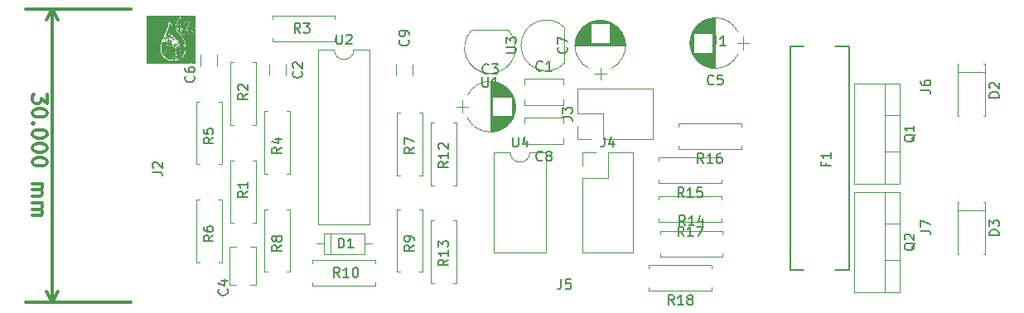
<source format=gto>
G04 #@! TF.FileFunction,Legend,Top*
%FSLAX46Y46*%
G04 Gerber Fmt 4.6, Leading zero omitted, Abs format (unit mm)*
G04 Created by KiCad (PCBNEW 4.0.5) date 03/21/18 16:23:19*
%MOMM*%
%LPD*%
G01*
G04 APERTURE LIST*
%ADD10C,0.100000*%
%ADD11C,0.300000*%
%ADD12C,0.120000*%
%ADD13C,0.010000*%
%ADD14C,0.150000*%
G04 APERTURE END LIST*
D10*
D11*
X51471430Y-129714287D02*
X51471430Y-130642858D01*
X50900001Y-130142858D01*
X50900001Y-130357144D01*
X50828572Y-130500001D01*
X50757144Y-130571430D01*
X50614287Y-130642858D01*
X50257144Y-130642858D01*
X50114287Y-130571430D01*
X50042858Y-130500001D01*
X49971430Y-130357144D01*
X49971430Y-129928572D01*
X50042858Y-129785715D01*
X50114287Y-129714287D01*
X51471430Y-131571429D02*
X51471430Y-131714286D01*
X51400001Y-131857143D01*
X51328572Y-131928572D01*
X51185715Y-132000001D01*
X50900001Y-132071429D01*
X50542858Y-132071429D01*
X50257144Y-132000001D01*
X50114287Y-131928572D01*
X50042858Y-131857143D01*
X49971430Y-131714286D01*
X49971430Y-131571429D01*
X50042858Y-131428572D01*
X50114287Y-131357143D01*
X50257144Y-131285715D01*
X50542858Y-131214286D01*
X50900001Y-131214286D01*
X51185715Y-131285715D01*
X51328572Y-131357143D01*
X51400001Y-131428572D01*
X51471430Y-131571429D01*
X50114287Y-132714286D02*
X50042858Y-132785714D01*
X49971430Y-132714286D01*
X50042858Y-132642857D01*
X50114287Y-132714286D01*
X49971430Y-132714286D01*
X51471430Y-133714286D02*
X51471430Y-133857143D01*
X51400001Y-134000000D01*
X51328572Y-134071429D01*
X51185715Y-134142858D01*
X50900001Y-134214286D01*
X50542858Y-134214286D01*
X50257144Y-134142858D01*
X50114287Y-134071429D01*
X50042858Y-134000000D01*
X49971430Y-133857143D01*
X49971430Y-133714286D01*
X50042858Y-133571429D01*
X50114287Y-133500000D01*
X50257144Y-133428572D01*
X50542858Y-133357143D01*
X50900001Y-133357143D01*
X51185715Y-133428572D01*
X51328572Y-133500000D01*
X51400001Y-133571429D01*
X51471430Y-133714286D01*
X51471430Y-135142857D02*
X51471430Y-135285714D01*
X51400001Y-135428571D01*
X51328572Y-135500000D01*
X51185715Y-135571429D01*
X50900001Y-135642857D01*
X50542858Y-135642857D01*
X50257144Y-135571429D01*
X50114287Y-135500000D01*
X50042858Y-135428571D01*
X49971430Y-135285714D01*
X49971430Y-135142857D01*
X50042858Y-135000000D01*
X50114287Y-134928571D01*
X50257144Y-134857143D01*
X50542858Y-134785714D01*
X50900001Y-134785714D01*
X51185715Y-134857143D01*
X51328572Y-134928571D01*
X51400001Y-135000000D01*
X51471430Y-135142857D01*
X51471430Y-136571428D02*
X51471430Y-136714285D01*
X51400001Y-136857142D01*
X51328572Y-136928571D01*
X51185715Y-137000000D01*
X50900001Y-137071428D01*
X50542858Y-137071428D01*
X50257144Y-137000000D01*
X50114287Y-136928571D01*
X50042858Y-136857142D01*
X49971430Y-136714285D01*
X49971430Y-136571428D01*
X50042858Y-136428571D01*
X50114287Y-136357142D01*
X50257144Y-136285714D01*
X50542858Y-136214285D01*
X50900001Y-136214285D01*
X51185715Y-136285714D01*
X51328572Y-136357142D01*
X51400001Y-136428571D01*
X51471430Y-136571428D01*
X49971430Y-138857142D02*
X50971430Y-138857142D01*
X50828572Y-138857142D02*
X50900001Y-138928570D01*
X50971430Y-139071428D01*
X50971430Y-139285713D01*
X50900001Y-139428570D01*
X50757144Y-139499999D01*
X49971430Y-139499999D01*
X50757144Y-139499999D02*
X50900001Y-139571428D01*
X50971430Y-139714285D01*
X50971430Y-139928570D01*
X50900001Y-140071428D01*
X50757144Y-140142856D01*
X49971430Y-140142856D01*
X49971430Y-140857142D02*
X50971430Y-140857142D01*
X50828572Y-140857142D02*
X50900001Y-140928570D01*
X50971430Y-141071428D01*
X50971430Y-141285713D01*
X50900001Y-141428570D01*
X50757144Y-141499999D01*
X49971430Y-141499999D01*
X50757144Y-141499999D02*
X50900001Y-141571428D01*
X50971430Y-141714285D01*
X50971430Y-141928570D01*
X50900001Y-142071428D01*
X50757144Y-142142856D01*
X49971430Y-142142856D01*
X52000001Y-121000000D02*
X52000001Y-151000000D01*
X60000000Y-121000000D02*
X49300001Y-121000000D01*
X60000000Y-151000000D02*
X49300001Y-151000000D01*
X52000001Y-151000000D02*
X51413580Y-149873496D01*
X52000001Y-151000000D02*
X52586422Y-149873496D01*
X52000001Y-121000000D02*
X51413580Y-122126504D01*
X52000001Y-121000000D02*
X52586422Y-122126504D01*
D12*
X100290000Y-128140000D02*
X104210000Y-128140000D01*
X100290000Y-130860000D02*
X104210000Y-130860000D01*
X100290000Y-128140000D02*
X100290000Y-128750000D01*
X100290000Y-130250000D02*
X100290000Y-130860000D01*
X104210000Y-128140000D02*
X104210000Y-128750000D01*
X104210000Y-130250000D02*
X104210000Y-130860000D01*
X75861000Y-126663000D02*
X75861000Y-127837000D01*
X74139000Y-126663000D02*
X74139000Y-127837000D01*
X99055722Y-129820277D02*
G75*
G03X94444420Y-129820000I-2305722J-1179723D01*
G01*
X99055722Y-132179723D02*
G75*
G02X94444420Y-132180000I-2305722J1179723D01*
G01*
X99055722Y-132179723D02*
G75*
G03X99055580Y-129820000I-2305722J1179723D01*
G01*
X96750000Y-128450000D02*
X96750000Y-133550000D01*
X96790000Y-128450000D02*
X96790000Y-133550000D01*
X96830000Y-128451000D02*
X96830000Y-133549000D01*
X96870000Y-128452000D02*
X96870000Y-133548000D01*
X96910000Y-128454000D02*
X96910000Y-133546000D01*
X96950000Y-128457000D02*
X96950000Y-133543000D01*
X96990000Y-128461000D02*
X96990000Y-133539000D01*
X97030000Y-128465000D02*
X97030000Y-130020000D01*
X97030000Y-131980000D02*
X97030000Y-133535000D01*
X97070000Y-128469000D02*
X97070000Y-130020000D01*
X97070000Y-131980000D02*
X97070000Y-133531000D01*
X97110000Y-128475000D02*
X97110000Y-130020000D01*
X97110000Y-131980000D02*
X97110000Y-133525000D01*
X97150000Y-128481000D02*
X97150000Y-130020000D01*
X97150000Y-131980000D02*
X97150000Y-133519000D01*
X97190000Y-128487000D02*
X97190000Y-130020000D01*
X97190000Y-131980000D02*
X97190000Y-133513000D01*
X97230000Y-128494000D02*
X97230000Y-130020000D01*
X97230000Y-131980000D02*
X97230000Y-133506000D01*
X97270000Y-128502000D02*
X97270000Y-130020000D01*
X97270000Y-131980000D02*
X97270000Y-133498000D01*
X97310000Y-128511000D02*
X97310000Y-130020000D01*
X97310000Y-131980000D02*
X97310000Y-133489000D01*
X97350000Y-128520000D02*
X97350000Y-130020000D01*
X97350000Y-131980000D02*
X97350000Y-133480000D01*
X97390000Y-128530000D02*
X97390000Y-130020000D01*
X97390000Y-131980000D02*
X97390000Y-133470000D01*
X97430000Y-128540000D02*
X97430000Y-130020000D01*
X97430000Y-131980000D02*
X97430000Y-133460000D01*
X97471000Y-128552000D02*
X97471000Y-130020000D01*
X97471000Y-131980000D02*
X97471000Y-133448000D01*
X97511000Y-128564000D02*
X97511000Y-130020000D01*
X97511000Y-131980000D02*
X97511000Y-133436000D01*
X97551000Y-128576000D02*
X97551000Y-130020000D01*
X97551000Y-131980000D02*
X97551000Y-133424000D01*
X97591000Y-128590000D02*
X97591000Y-130020000D01*
X97591000Y-131980000D02*
X97591000Y-133410000D01*
X97631000Y-128604000D02*
X97631000Y-130020000D01*
X97631000Y-131980000D02*
X97631000Y-133396000D01*
X97671000Y-128618000D02*
X97671000Y-130020000D01*
X97671000Y-131980000D02*
X97671000Y-133382000D01*
X97711000Y-128634000D02*
X97711000Y-130020000D01*
X97711000Y-131980000D02*
X97711000Y-133366000D01*
X97751000Y-128650000D02*
X97751000Y-130020000D01*
X97751000Y-131980000D02*
X97751000Y-133350000D01*
X97791000Y-128667000D02*
X97791000Y-130020000D01*
X97791000Y-131980000D02*
X97791000Y-133333000D01*
X97831000Y-128685000D02*
X97831000Y-130020000D01*
X97831000Y-131980000D02*
X97831000Y-133315000D01*
X97871000Y-128704000D02*
X97871000Y-130020000D01*
X97871000Y-131980000D02*
X97871000Y-133296000D01*
X97911000Y-128724000D02*
X97911000Y-130020000D01*
X97911000Y-131980000D02*
X97911000Y-133276000D01*
X97951000Y-128744000D02*
X97951000Y-130020000D01*
X97951000Y-131980000D02*
X97951000Y-133256000D01*
X97991000Y-128766000D02*
X97991000Y-130020000D01*
X97991000Y-131980000D02*
X97991000Y-133234000D01*
X98031000Y-128788000D02*
X98031000Y-130020000D01*
X98031000Y-131980000D02*
X98031000Y-133212000D01*
X98071000Y-128811000D02*
X98071000Y-130020000D01*
X98071000Y-131980000D02*
X98071000Y-133189000D01*
X98111000Y-128835000D02*
X98111000Y-130020000D01*
X98111000Y-131980000D02*
X98111000Y-133165000D01*
X98151000Y-128860000D02*
X98151000Y-130020000D01*
X98151000Y-131980000D02*
X98151000Y-133140000D01*
X98191000Y-128887000D02*
X98191000Y-130020000D01*
X98191000Y-131980000D02*
X98191000Y-133113000D01*
X98231000Y-128914000D02*
X98231000Y-130020000D01*
X98231000Y-131980000D02*
X98231000Y-133086000D01*
X98271000Y-128942000D02*
X98271000Y-130020000D01*
X98271000Y-131980000D02*
X98271000Y-133058000D01*
X98311000Y-128972000D02*
X98311000Y-130020000D01*
X98311000Y-131980000D02*
X98311000Y-133028000D01*
X98351000Y-129003000D02*
X98351000Y-130020000D01*
X98351000Y-131980000D02*
X98351000Y-132997000D01*
X98391000Y-129035000D02*
X98391000Y-130020000D01*
X98391000Y-131980000D02*
X98391000Y-132965000D01*
X98431000Y-129068000D02*
X98431000Y-130020000D01*
X98431000Y-131980000D02*
X98431000Y-132932000D01*
X98471000Y-129103000D02*
X98471000Y-130020000D01*
X98471000Y-131980000D02*
X98471000Y-132897000D01*
X98511000Y-129139000D02*
X98511000Y-130020000D01*
X98511000Y-131980000D02*
X98511000Y-132861000D01*
X98551000Y-129177000D02*
X98551000Y-130020000D01*
X98551000Y-131980000D02*
X98551000Y-132823000D01*
X98591000Y-129217000D02*
X98591000Y-130020000D01*
X98591000Y-131980000D02*
X98591000Y-132783000D01*
X98631000Y-129258000D02*
X98631000Y-130020000D01*
X98631000Y-131980000D02*
X98631000Y-132742000D01*
X98671000Y-129301000D02*
X98671000Y-130020000D01*
X98671000Y-131980000D02*
X98671000Y-132699000D01*
X98711000Y-129346000D02*
X98711000Y-130020000D01*
X98711000Y-131980000D02*
X98711000Y-132654000D01*
X98751000Y-129394000D02*
X98751000Y-130020000D01*
X98751000Y-131980000D02*
X98751000Y-132606000D01*
X98791000Y-129444000D02*
X98791000Y-130020000D01*
X98791000Y-131980000D02*
X98791000Y-132556000D01*
X98831000Y-129496000D02*
X98831000Y-130020000D01*
X98831000Y-131980000D02*
X98831000Y-132504000D01*
X98871000Y-129552000D02*
X98871000Y-130020000D01*
X98871000Y-131980000D02*
X98871000Y-132448000D01*
X98911000Y-129610000D02*
X98911000Y-130020000D01*
X98911000Y-131980000D02*
X98911000Y-132390000D01*
X98951000Y-129673000D02*
X98951000Y-130020000D01*
X98951000Y-131980000D02*
X98951000Y-132327000D01*
X98991000Y-129739000D02*
X98991000Y-132261000D01*
X99031000Y-129811000D02*
X99031000Y-132189000D01*
X99071000Y-129888000D02*
X99071000Y-132112000D01*
X99111000Y-129972000D02*
X99111000Y-132028000D01*
X99151000Y-130066000D02*
X99151000Y-131934000D01*
X99191000Y-130171000D02*
X99191000Y-131829000D01*
X99231000Y-130293000D02*
X99231000Y-131707000D01*
X99271000Y-130441000D02*
X99271000Y-131559000D01*
X99311000Y-130646000D02*
X99311000Y-131354000D01*
X93300000Y-131000000D02*
X94500000Y-131000000D01*
X93900000Y-130350000D02*
X93900000Y-131650000D01*
X72860000Y-145290000D02*
X72860000Y-149210000D01*
X70140000Y-145290000D02*
X70140000Y-149210000D01*
X72860000Y-145290000D02*
X72250000Y-145290000D01*
X70750000Y-145290000D02*
X70140000Y-145290000D01*
X72860000Y-149210000D02*
X72250000Y-149210000D01*
X70750000Y-149210000D02*
X70140000Y-149210000D01*
X117444278Y-125679723D02*
G75*
G03X122055580Y-125680000I2305722J1179723D01*
G01*
X117444278Y-123320277D02*
G75*
G02X122055580Y-123320000I2305722J-1179723D01*
G01*
X117444278Y-123320277D02*
G75*
G03X117444420Y-125680000I2305722J-1179723D01*
G01*
X119750000Y-127050000D02*
X119750000Y-121950000D01*
X119710000Y-127050000D02*
X119710000Y-121950000D01*
X119670000Y-127049000D02*
X119670000Y-121951000D01*
X119630000Y-127048000D02*
X119630000Y-121952000D01*
X119590000Y-127046000D02*
X119590000Y-121954000D01*
X119550000Y-127043000D02*
X119550000Y-121957000D01*
X119510000Y-127039000D02*
X119510000Y-121961000D01*
X119470000Y-127035000D02*
X119470000Y-125480000D01*
X119470000Y-123520000D02*
X119470000Y-121965000D01*
X119430000Y-127031000D02*
X119430000Y-125480000D01*
X119430000Y-123520000D02*
X119430000Y-121969000D01*
X119390000Y-127025000D02*
X119390000Y-125480000D01*
X119390000Y-123520000D02*
X119390000Y-121975000D01*
X119350000Y-127019000D02*
X119350000Y-125480000D01*
X119350000Y-123520000D02*
X119350000Y-121981000D01*
X119310000Y-127013000D02*
X119310000Y-125480000D01*
X119310000Y-123520000D02*
X119310000Y-121987000D01*
X119270000Y-127006000D02*
X119270000Y-125480000D01*
X119270000Y-123520000D02*
X119270000Y-121994000D01*
X119230000Y-126998000D02*
X119230000Y-125480000D01*
X119230000Y-123520000D02*
X119230000Y-122002000D01*
X119190000Y-126989000D02*
X119190000Y-125480000D01*
X119190000Y-123520000D02*
X119190000Y-122011000D01*
X119150000Y-126980000D02*
X119150000Y-125480000D01*
X119150000Y-123520000D02*
X119150000Y-122020000D01*
X119110000Y-126970000D02*
X119110000Y-125480000D01*
X119110000Y-123520000D02*
X119110000Y-122030000D01*
X119070000Y-126960000D02*
X119070000Y-125480000D01*
X119070000Y-123520000D02*
X119070000Y-122040000D01*
X119029000Y-126948000D02*
X119029000Y-125480000D01*
X119029000Y-123520000D02*
X119029000Y-122052000D01*
X118989000Y-126936000D02*
X118989000Y-125480000D01*
X118989000Y-123520000D02*
X118989000Y-122064000D01*
X118949000Y-126924000D02*
X118949000Y-125480000D01*
X118949000Y-123520000D02*
X118949000Y-122076000D01*
X118909000Y-126910000D02*
X118909000Y-125480000D01*
X118909000Y-123520000D02*
X118909000Y-122090000D01*
X118869000Y-126896000D02*
X118869000Y-125480000D01*
X118869000Y-123520000D02*
X118869000Y-122104000D01*
X118829000Y-126882000D02*
X118829000Y-125480000D01*
X118829000Y-123520000D02*
X118829000Y-122118000D01*
X118789000Y-126866000D02*
X118789000Y-125480000D01*
X118789000Y-123520000D02*
X118789000Y-122134000D01*
X118749000Y-126850000D02*
X118749000Y-125480000D01*
X118749000Y-123520000D02*
X118749000Y-122150000D01*
X118709000Y-126833000D02*
X118709000Y-125480000D01*
X118709000Y-123520000D02*
X118709000Y-122167000D01*
X118669000Y-126815000D02*
X118669000Y-125480000D01*
X118669000Y-123520000D02*
X118669000Y-122185000D01*
X118629000Y-126796000D02*
X118629000Y-125480000D01*
X118629000Y-123520000D02*
X118629000Y-122204000D01*
X118589000Y-126776000D02*
X118589000Y-125480000D01*
X118589000Y-123520000D02*
X118589000Y-122224000D01*
X118549000Y-126756000D02*
X118549000Y-125480000D01*
X118549000Y-123520000D02*
X118549000Y-122244000D01*
X118509000Y-126734000D02*
X118509000Y-125480000D01*
X118509000Y-123520000D02*
X118509000Y-122266000D01*
X118469000Y-126712000D02*
X118469000Y-125480000D01*
X118469000Y-123520000D02*
X118469000Y-122288000D01*
X118429000Y-126689000D02*
X118429000Y-125480000D01*
X118429000Y-123520000D02*
X118429000Y-122311000D01*
X118389000Y-126665000D02*
X118389000Y-125480000D01*
X118389000Y-123520000D02*
X118389000Y-122335000D01*
X118349000Y-126640000D02*
X118349000Y-125480000D01*
X118349000Y-123520000D02*
X118349000Y-122360000D01*
X118309000Y-126613000D02*
X118309000Y-125480000D01*
X118309000Y-123520000D02*
X118309000Y-122387000D01*
X118269000Y-126586000D02*
X118269000Y-125480000D01*
X118269000Y-123520000D02*
X118269000Y-122414000D01*
X118229000Y-126558000D02*
X118229000Y-125480000D01*
X118229000Y-123520000D02*
X118229000Y-122442000D01*
X118189000Y-126528000D02*
X118189000Y-125480000D01*
X118189000Y-123520000D02*
X118189000Y-122472000D01*
X118149000Y-126497000D02*
X118149000Y-125480000D01*
X118149000Y-123520000D02*
X118149000Y-122503000D01*
X118109000Y-126465000D02*
X118109000Y-125480000D01*
X118109000Y-123520000D02*
X118109000Y-122535000D01*
X118069000Y-126432000D02*
X118069000Y-125480000D01*
X118069000Y-123520000D02*
X118069000Y-122568000D01*
X118029000Y-126397000D02*
X118029000Y-125480000D01*
X118029000Y-123520000D02*
X118029000Y-122603000D01*
X117989000Y-126361000D02*
X117989000Y-125480000D01*
X117989000Y-123520000D02*
X117989000Y-122639000D01*
X117949000Y-126323000D02*
X117949000Y-125480000D01*
X117949000Y-123520000D02*
X117949000Y-122677000D01*
X117909000Y-126283000D02*
X117909000Y-125480000D01*
X117909000Y-123520000D02*
X117909000Y-122717000D01*
X117869000Y-126242000D02*
X117869000Y-125480000D01*
X117869000Y-123520000D02*
X117869000Y-122758000D01*
X117829000Y-126199000D02*
X117829000Y-125480000D01*
X117829000Y-123520000D02*
X117829000Y-122801000D01*
X117789000Y-126154000D02*
X117789000Y-125480000D01*
X117789000Y-123520000D02*
X117789000Y-122846000D01*
X117749000Y-126106000D02*
X117749000Y-125480000D01*
X117749000Y-123520000D02*
X117749000Y-122894000D01*
X117709000Y-126056000D02*
X117709000Y-125480000D01*
X117709000Y-123520000D02*
X117709000Y-122944000D01*
X117669000Y-126004000D02*
X117669000Y-125480000D01*
X117669000Y-123520000D02*
X117669000Y-122996000D01*
X117629000Y-125948000D02*
X117629000Y-125480000D01*
X117629000Y-123520000D02*
X117629000Y-123052000D01*
X117589000Y-125890000D02*
X117589000Y-125480000D01*
X117589000Y-123520000D02*
X117589000Y-123110000D01*
X117549000Y-125827000D02*
X117549000Y-125480000D01*
X117549000Y-123520000D02*
X117549000Y-123173000D01*
X117509000Y-125761000D02*
X117509000Y-123239000D01*
X117469000Y-125689000D02*
X117469000Y-123311000D01*
X117429000Y-125612000D02*
X117429000Y-123388000D01*
X117389000Y-125528000D02*
X117389000Y-123472000D01*
X117349000Y-125434000D02*
X117349000Y-123566000D01*
X117309000Y-125329000D02*
X117309000Y-123671000D01*
X117269000Y-125207000D02*
X117269000Y-123793000D01*
X117229000Y-125059000D02*
X117229000Y-123941000D01*
X117189000Y-124854000D02*
X117189000Y-124146000D01*
X123200000Y-124500000D02*
X122000000Y-124500000D01*
X122600000Y-125150000D02*
X122600000Y-123850000D01*
X67139000Y-126837000D02*
X67139000Y-125663000D01*
X68861000Y-126837000D02*
X68861000Y-125663000D01*
X106820277Y-122444278D02*
G75*
G03X106820000Y-127055580I1179723J-2305722D01*
G01*
X109179723Y-122444278D02*
G75*
G02X109180000Y-127055580I-1179723J-2305722D01*
G01*
X109179723Y-122444278D02*
G75*
G03X106820000Y-122444420I-1179723J-2305722D01*
G01*
X105450000Y-124750000D02*
X110550000Y-124750000D01*
X105450000Y-124710000D02*
X110550000Y-124710000D01*
X105451000Y-124670000D02*
X110549000Y-124670000D01*
X105452000Y-124630000D02*
X110548000Y-124630000D01*
X105454000Y-124590000D02*
X110546000Y-124590000D01*
X105457000Y-124550000D02*
X110543000Y-124550000D01*
X105461000Y-124510000D02*
X110539000Y-124510000D01*
X105465000Y-124470000D02*
X107020000Y-124470000D01*
X108980000Y-124470000D02*
X110535000Y-124470000D01*
X105469000Y-124430000D02*
X107020000Y-124430000D01*
X108980000Y-124430000D02*
X110531000Y-124430000D01*
X105475000Y-124390000D02*
X107020000Y-124390000D01*
X108980000Y-124390000D02*
X110525000Y-124390000D01*
X105481000Y-124350000D02*
X107020000Y-124350000D01*
X108980000Y-124350000D02*
X110519000Y-124350000D01*
X105487000Y-124310000D02*
X107020000Y-124310000D01*
X108980000Y-124310000D02*
X110513000Y-124310000D01*
X105494000Y-124270000D02*
X107020000Y-124270000D01*
X108980000Y-124270000D02*
X110506000Y-124270000D01*
X105502000Y-124230000D02*
X107020000Y-124230000D01*
X108980000Y-124230000D02*
X110498000Y-124230000D01*
X105511000Y-124190000D02*
X107020000Y-124190000D01*
X108980000Y-124190000D02*
X110489000Y-124190000D01*
X105520000Y-124150000D02*
X107020000Y-124150000D01*
X108980000Y-124150000D02*
X110480000Y-124150000D01*
X105530000Y-124110000D02*
X107020000Y-124110000D01*
X108980000Y-124110000D02*
X110470000Y-124110000D01*
X105540000Y-124070000D02*
X107020000Y-124070000D01*
X108980000Y-124070000D02*
X110460000Y-124070000D01*
X105552000Y-124029000D02*
X107020000Y-124029000D01*
X108980000Y-124029000D02*
X110448000Y-124029000D01*
X105564000Y-123989000D02*
X107020000Y-123989000D01*
X108980000Y-123989000D02*
X110436000Y-123989000D01*
X105576000Y-123949000D02*
X107020000Y-123949000D01*
X108980000Y-123949000D02*
X110424000Y-123949000D01*
X105590000Y-123909000D02*
X107020000Y-123909000D01*
X108980000Y-123909000D02*
X110410000Y-123909000D01*
X105604000Y-123869000D02*
X107020000Y-123869000D01*
X108980000Y-123869000D02*
X110396000Y-123869000D01*
X105618000Y-123829000D02*
X107020000Y-123829000D01*
X108980000Y-123829000D02*
X110382000Y-123829000D01*
X105634000Y-123789000D02*
X107020000Y-123789000D01*
X108980000Y-123789000D02*
X110366000Y-123789000D01*
X105650000Y-123749000D02*
X107020000Y-123749000D01*
X108980000Y-123749000D02*
X110350000Y-123749000D01*
X105667000Y-123709000D02*
X107020000Y-123709000D01*
X108980000Y-123709000D02*
X110333000Y-123709000D01*
X105685000Y-123669000D02*
X107020000Y-123669000D01*
X108980000Y-123669000D02*
X110315000Y-123669000D01*
X105704000Y-123629000D02*
X107020000Y-123629000D01*
X108980000Y-123629000D02*
X110296000Y-123629000D01*
X105724000Y-123589000D02*
X107020000Y-123589000D01*
X108980000Y-123589000D02*
X110276000Y-123589000D01*
X105744000Y-123549000D02*
X107020000Y-123549000D01*
X108980000Y-123549000D02*
X110256000Y-123549000D01*
X105766000Y-123509000D02*
X107020000Y-123509000D01*
X108980000Y-123509000D02*
X110234000Y-123509000D01*
X105788000Y-123469000D02*
X107020000Y-123469000D01*
X108980000Y-123469000D02*
X110212000Y-123469000D01*
X105811000Y-123429000D02*
X107020000Y-123429000D01*
X108980000Y-123429000D02*
X110189000Y-123429000D01*
X105835000Y-123389000D02*
X107020000Y-123389000D01*
X108980000Y-123389000D02*
X110165000Y-123389000D01*
X105860000Y-123349000D02*
X107020000Y-123349000D01*
X108980000Y-123349000D02*
X110140000Y-123349000D01*
X105887000Y-123309000D02*
X107020000Y-123309000D01*
X108980000Y-123309000D02*
X110113000Y-123309000D01*
X105914000Y-123269000D02*
X107020000Y-123269000D01*
X108980000Y-123269000D02*
X110086000Y-123269000D01*
X105942000Y-123229000D02*
X107020000Y-123229000D01*
X108980000Y-123229000D02*
X110058000Y-123229000D01*
X105972000Y-123189000D02*
X107020000Y-123189000D01*
X108980000Y-123189000D02*
X110028000Y-123189000D01*
X106003000Y-123149000D02*
X107020000Y-123149000D01*
X108980000Y-123149000D02*
X109997000Y-123149000D01*
X106035000Y-123109000D02*
X107020000Y-123109000D01*
X108980000Y-123109000D02*
X109965000Y-123109000D01*
X106068000Y-123069000D02*
X107020000Y-123069000D01*
X108980000Y-123069000D02*
X109932000Y-123069000D01*
X106103000Y-123029000D02*
X107020000Y-123029000D01*
X108980000Y-123029000D02*
X109897000Y-123029000D01*
X106139000Y-122989000D02*
X107020000Y-122989000D01*
X108980000Y-122989000D02*
X109861000Y-122989000D01*
X106177000Y-122949000D02*
X107020000Y-122949000D01*
X108980000Y-122949000D02*
X109823000Y-122949000D01*
X106217000Y-122909000D02*
X107020000Y-122909000D01*
X108980000Y-122909000D02*
X109783000Y-122909000D01*
X106258000Y-122869000D02*
X107020000Y-122869000D01*
X108980000Y-122869000D02*
X109742000Y-122869000D01*
X106301000Y-122829000D02*
X107020000Y-122829000D01*
X108980000Y-122829000D02*
X109699000Y-122829000D01*
X106346000Y-122789000D02*
X107020000Y-122789000D01*
X108980000Y-122789000D02*
X109654000Y-122789000D01*
X106394000Y-122749000D02*
X107020000Y-122749000D01*
X108980000Y-122749000D02*
X109606000Y-122749000D01*
X106444000Y-122709000D02*
X107020000Y-122709000D01*
X108980000Y-122709000D02*
X109556000Y-122709000D01*
X106496000Y-122669000D02*
X107020000Y-122669000D01*
X108980000Y-122669000D02*
X109504000Y-122669000D01*
X106552000Y-122629000D02*
X107020000Y-122629000D01*
X108980000Y-122629000D02*
X109448000Y-122629000D01*
X106610000Y-122589000D02*
X107020000Y-122589000D01*
X108980000Y-122589000D02*
X109390000Y-122589000D01*
X106673000Y-122549000D02*
X107020000Y-122549000D01*
X108980000Y-122549000D02*
X109327000Y-122549000D01*
X106739000Y-122509000D02*
X109261000Y-122509000D01*
X106811000Y-122469000D02*
X109189000Y-122469000D01*
X106888000Y-122429000D02*
X109112000Y-122429000D01*
X106972000Y-122389000D02*
X109028000Y-122389000D01*
X107066000Y-122349000D02*
X108934000Y-122349000D01*
X107171000Y-122309000D02*
X108829000Y-122309000D01*
X107293000Y-122269000D02*
X108707000Y-122269000D01*
X107441000Y-122229000D02*
X108559000Y-122229000D01*
X107646000Y-122189000D02*
X108354000Y-122189000D01*
X108000000Y-128200000D02*
X108000000Y-127000000D01*
X107350000Y-127600000D02*
X108650000Y-127600000D01*
X104210000Y-134860000D02*
X100290000Y-134860000D01*
X104210000Y-132140000D02*
X100290000Y-132140000D01*
X104210000Y-134860000D02*
X104210000Y-134250000D01*
X104210000Y-132750000D02*
X104210000Y-132140000D01*
X100290000Y-134860000D02*
X100290000Y-134250000D01*
X100290000Y-132750000D02*
X100290000Y-132140000D01*
X87139000Y-127837000D02*
X87139000Y-126663000D01*
X88861000Y-127837000D02*
X88861000Y-126663000D01*
X79750000Y-143940000D02*
X79750000Y-146060000D01*
X79750000Y-146060000D02*
X83870000Y-146060000D01*
X83870000Y-146060000D02*
X83870000Y-143940000D01*
X83870000Y-143940000D02*
X79750000Y-143940000D01*
X78980000Y-145000000D02*
X79750000Y-145000000D01*
X84640000Y-145000000D02*
X83870000Y-145000000D01*
X80410000Y-143940000D02*
X80410000Y-146060000D01*
X147180000Y-126650000D02*
X147310000Y-126650000D01*
X147310000Y-126650000D02*
X147310000Y-131970000D01*
X147310000Y-131970000D02*
X147180000Y-131970000D01*
X144620000Y-126650000D02*
X144490000Y-126650000D01*
X144490000Y-126650000D02*
X144490000Y-131970000D01*
X144490000Y-131970000D02*
X144620000Y-131970000D01*
X147310000Y-127490000D02*
X144490000Y-127490000D01*
X147180000Y-140750000D02*
X147310000Y-140750000D01*
X147310000Y-140750000D02*
X147310000Y-146070000D01*
X147310000Y-146070000D02*
X147180000Y-146070000D01*
X144620000Y-140750000D02*
X144490000Y-140750000D01*
X144490000Y-140750000D02*
X144490000Y-146070000D01*
X144490000Y-146070000D02*
X144620000Y-146070000D01*
X147310000Y-141590000D02*
X144490000Y-141590000D01*
X113410000Y-134330000D02*
X113410000Y-129130000D01*
X108270000Y-134330000D02*
X113410000Y-134330000D01*
X105670000Y-129130000D02*
X113410000Y-129130000D01*
X108270000Y-134330000D02*
X108270000Y-131730000D01*
X108270000Y-131730000D02*
X105670000Y-131730000D01*
X105670000Y-131730000D02*
X105670000Y-129130000D01*
X107000000Y-134330000D02*
X105670000Y-134330000D01*
X105670000Y-134330000D02*
X105670000Y-133000000D01*
X106170000Y-145950000D02*
X111370000Y-145950000D01*
X106170000Y-138270000D02*
X106170000Y-145950000D01*
X111370000Y-135670000D02*
X111370000Y-145950000D01*
X106170000Y-138270000D02*
X108770000Y-138270000D01*
X108770000Y-138270000D02*
X108770000Y-135670000D01*
X108770000Y-135670000D02*
X111370000Y-135670000D01*
X106170000Y-137000000D02*
X106170000Y-135670000D01*
X106170000Y-135670000D02*
X107500000Y-135670000D01*
X138620000Y-128620000D02*
X138620000Y-138860000D01*
X133979000Y-128620000D02*
X133979000Y-138860000D01*
X138620000Y-128620000D02*
X133979000Y-128620000D01*
X138620000Y-138860000D02*
X133979000Y-138860000D01*
X137110000Y-128620000D02*
X137110000Y-138860000D01*
X138620000Y-131890000D02*
X137110000Y-131890000D01*
X138620000Y-135591000D02*
X137110000Y-135591000D01*
X138620000Y-139720000D02*
X138620000Y-149960000D01*
X133979000Y-139720000D02*
X133979000Y-149960000D01*
X138620000Y-139720000D02*
X133979000Y-139720000D01*
X138620000Y-149960000D02*
X133979000Y-149960000D01*
X137110000Y-139720000D02*
X137110000Y-149960000D01*
X138620000Y-142990000D02*
X137110000Y-142990000D01*
X138620000Y-146691000D02*
X137110000Y-146691000D01*
X70520000Y-142900000D02*
X70190000Y-142900000D01*
X70190000Y-142900000D02*
X70190000Y-136480000D01*
X70190000Y-136480000D02*
X70520000Y-136480000D01*
X72480000Y-142900000D02*
X72810000Y-142900000D01*
X72810000Y-142900000D02*
X72810000Y-136480000D01*
X72810000Y-136480000D02*
X72480000Y-136480000D01*
X70520000Y-132900000D02*
X70190000Y-132900000D01*
X70190000Y-132900000D02*
X70190000Y-126480000D01*
X70190000Y-126480000D02*
X70520000Y-126480000D01*
X72480000Y-132900000D02*
X72810000Y-132900000D01*
X72810000Y-132900000D02*
X72810000Y-126480000D01*
X72810000Y-126480000D02*
X72480000Y-126480000D01*
X80900000Y-123980000D02*
X80900000Y-124310000D01*
X80900000Y-124310000D02*
X74480000Y-124310000D01*
X74480000Y-124310000D02*
X74480000Y-123980000D01*
X80900000Y-122020000D02*
X80900000Y-121690000D01*
X80900000Y-121690000D02*
X74480000Y-121690000D01*
X74480000Y-121690000D02*
X74480000Y-122020000D01*
X74020000Y-137900000D02*
X73690000Y-137900000D01*
X73690000Y-137900000D02*
X73690000Y-131480000D01*
X73690000Y-131480000D02*
X74020000Y-131480000D01*
X75980000Y-137900000D02*
X76310000Y-137900000D01*
X76310000Y-137900000D02*
X76310000Y-131480000D01*
X76310000Y-131480000D02*
X75980000Y-131480000D01*
X67020000Y-136900000D02*
X66690000Y-136900000D01*
X66690000Y-136900000D02*
X66690000Y-130480000D01*
X66690000Y-130480000D02*
X67020000Y-130480000D01*
X68980000Y-136900000D02*
X69310000Y-136900000D01*
X69310000Y-136900000D02*
X69310000Y-130480000D01*
X69310000Y-130480000D02*
X68980000Y-130480000D01*
X67020000Y-146900000D02*
X66690000Y-146900000D01*
X66690000Y-146900000D02*
X66690000Y-140480000D01*
X66690000Y-140480000D02*
X67020000Y-140480000D01*
X68980000Y-146900000D02*
X69310000Y-146900000D01*
X69310000Y-146900000D02*
X69310000Y-140480000D01*
X69310000Y-140480000D02*
X68980000Y-140480000D01*
X89480000Y-131600000D02*
X89810000Y-131600000D01*
X89810000Y-131600000D02*
X89810000Y-138020000D01*
X89810000Y-138020000D02*
X89480000Y-138020000D01*
X87520000Y-131600000D02*
X87190000Y-131600000D01*
X87190000Y-131600000D02*
X87190000Y-138020000D01*
X87190000Y-138020000D02*
X87520000Y-138020000D01*
X74020000Y-147900000D02*
X73690000Y-147900000D01*
X73690000Y-147900000D02*
X73690000Y-141480000D01*
X73690000Y-141480000D02*
X74020000Y-141480000D01*
X75980000Y-147900000D02*
X76310000Y-147900000D01*
X76310000Y-147900000D02*
X76310000Y-141480000D01*
X76310000Y-141480000D02*
X75980000Y-141480000D01*
X87520000Y-147900000D02*
X87190000Y-147900000D01*
X87190000Y-147900000D02*
X87190000Y-141480000D01*
X87190000Y-141480000D02*
X87520000Y-141480000D01*
X89480000Y-147900000D02*
X89810000Y-147900000D01*
X89810000Y-147900000D02*
X89810000Y-141480000D01*
X89810000Y-141480000D02*
X89480000Y-141480000D01*
X78600000Y-147020000D02*
X78600000Y-146690000D01*
X78600000Y-146690000D02*
X85020000Y-146690000D01*
X85020000Y-146690000D02*
X85020000Y-147020000D01*
X78600000Y-148980000D02*
X78600000Y-149310000D01*
X78600000Y-149310000D02*
X85020000Y-149310000D01*
X85020000Y-149310000D02*
X85020000Y-148980000D01*
X92980000Y-132600000D02*
X93310000Y-132600000D01*
X93310000Y-132600000D02*
X93310000Y-139020000D01*
X93310000Y-139020000D02*
X92980000Y-139020000D01*
X91020000Y-132600000D02*
X90690000Y-132600000D01*
X90690000Y-132600000D02*
X90690000Y-139020000D01*
X90690000Y-139020000D02*
X91020000Y-139020000D01*
X92980000Y-142600000D02*
X93310000Y-142600000D01*
X93310000Y-142600000D02*
X93310000Y-149020000D01*
X93310000Y-149020000D02*
X92980000Y-149020000D01*
X91020000Y-142600000D02*
X90690000Y-142600000D01*
X90690000Y-142600000D02*
X90690000Y-149020000D01*
X90690000Y-149020000D02*
X91020000Y-149020000D01*
X114100000Y-144020000D02*
X114100000Y-143690000D01*
X114100000Y-143690000D02*
X120520000Y-143690000D01*
X120520000Y-143690000D02*
X120520000Y-144020000D01*
X114100000Y-145980000D02*
X114100000Y-146310000D01*
X114100000Y-146310000D02*
X120520000Y-146310000D01*
X120520000Y-146310000D02*
X120520000Y-145980000D01*
X120400000Y-138480000D02*
X120400000Y-138810000D01*
X120400000Y-138810000D02*
X113980000Y-138810000D01*
X113980000Y-138810000D02*
X113980000Y-138480000D01*
X120400000Y-136520000D02*
X120400000Y-136190000D01*
X120400000Y-136190000D02*
X113980000Y-136190000D01*
X113980000Y-136190000D02*
X113980000Y-136520000D01*
X122400000Y-134980000D02*
X122400000Y-135310000D01*
X122400000Y-135310000D02*
X115980000Y-135310000D01*
X115980000Y-135310000D02*
X115980000Y-134980000D01*
X122400000Y-133020000D02*
X122400000Y-132690000D01*
X122400000Y-132690000D02*
X115980000Y-132690000D01*
X115980000Y-132690000D02*
X115980000Y-133020000D01*
X120400000Y-142480000D02*
X120400000Y-142810000D01*
X120400000Y-142810000D02*
X113980000Y-142810000D01*
X113980000Y-142810000D02*
X113980000Y-142480000D01*
X120400000Y-140520000D02*
X120400000Y-140190000D01*
X120400000Y-140190000D02*
X113980000Y-140190000D01*
X113980000Y-140190000D02*
X113980000Y-140520000D01*
X119400000Y-149480000D02*
X119400000Y-149810000D01*
X119400000Y-149810000D02*
X112980000Y-149810000D01*
X112980000Y-149810000D02*
X112980000Y-149480000D01*
X119400000Y-147520000D02*
X119400000Y-147190000D01*
X119400000Y-147190000D02*
X112980000Y-147190000D01*
X112980000Y-147190000D02*
X112980000Y-147520000D01*
X98530000Y-123150000D02*
X94930000Y-123150000D01*
X98568478Y-123161522D02*
G75*
G02X96730000Y-127600000I-1838478J-1838478D01*
G01*
X94891522Y-123161522D02*
G75*
G03X96730000Y-127600000I1838478J-1838478D01*
G01*
X82810000Y-125170000D02*
G75*
G02X80810000Y-125170000I-1000000J0D01*
G01*
X80810000Y-125170000D02*
X79160000Y-125170000D01*
X79160000Y-125170000D02*
X79160000Y-143070000D01*
X79160000Y-143070000D02*
X84460000Y-143070000D01*
X84460000Y-143070000D02*
X84460000Y-125170000D01*
X84460000Y-125170000D02*
X82810000Y-125170000D01*
X104350000Y-126530000D02*
X104350000Y-122930000D01*
X104338478Y-126568478D02*
G75*
G02X99900000Y-124730000I-1838478J1838478D01*
G01*
X104338478Y-122891522D02*
G75*
G03X99900000Y-124730000I-1838478J-1838478D01*
G01*
X100810000Y-135670000D02*
G75*
G02X98810000Y-135670000I-1000000J0D01*
G01*
X98810000Y-135670000D02*
X97160000Y-135670000D01*
X97160000Y-135670000D02*
X97160000Y-145950000D01*
X97160000Y-145950000D02*
X102460000Y-145950000D01*
X102460000Y-145950000D02*
X102460000Y-135670000D01*
X102460000Y-135670000D02*
X100810000Y-135670000D01*
D13*
G36*
X61657623Y-123349641D02*
X61668843Y-123387691D01*
X61684370Y-123433076D01*
X61702683Y-123481955D01*
X61722258Y-123530492D01*
X61741574Y-123574846D01*
X61759107Y-123611180D01*
X61767241Y-123626016D01*
X61801693Y-123674036D01*
X61847418Y-123721773D01*
X61901310Y-123766957D01*
X61960265Y-123807317D01*
X62021177Y-123840583D01*
X62080942Y-123864485D01*
X62101324Y-123870296D01*
X62129540Y-123876880D01*
X62156185Y-123881707D01*
X62183602Y-123884834D01*
X62214131Y-123886321D01*
X62250114Y-123886225D01*
X62293892Y-123884605D01*
X62347807Y-123881520D01*
X62402806Y-123877827D01*
X62453943Y-123874294D01*
X62501067Y-123871107D01*
X62541996Y-123868407D01*
X62574546Y-123866337D01*
X62596535Y-123865039D01*
X62605029Y-123864653D01*
X62615748Y-123868495D01*
X62636846Y-123880315D01*
X62668537Y-123900252D01*
X62711033Y-123928448D01*
X62764547Y-123965041D01*
X62829291Y-124010173D01*
X62873785Y-124041527D01*
X63124398Y-124218726D01*
X63093505Y-124309949D01*
X63046190Y-124465896D01*
X63010138Y-124620476D01*
X62985429Y-124772586D01*
X62972142Y-124921126D01*
X62970358Y-125064993D01*
X62980155Y-125203085D01*
X63001613Y-125334300D01*
X63015330Y-125391696D01*
X63055998Y-125518082D01*
X63109015Y-125637075D01*
X63173936Y-125748139D01*
X63250318Y-125850737D01*
X63337715Y-125944334D01*
X63435685Y-126028393D01*
X63543782Y-126102377D01*
X63653061Y-126161695D01*
X63727518Y-126195208D01*
X63800933Y-126223124D01*
X63875403Y-126245832D01*
X63953024Y-126263722D01*
X64035893Y-126277182D01*
X64126106Y-126286600D01*
X64225760Y-126292367D01*
X64336950Y-126294869D01*
X64372143Y-126295041D01*
X64437153Y-126294859D01*
X64490746Y-126293887D01*
X64536009Y-126291785D01*
X64576031Y-126288214D01*
X64613903Y-126282836D01*
X64652712Y-126275310D01*
X64695548Y-126265299D01*
X64735000Y-126255218D01*
X64848806Y-126219524D01*
X64958395Y-126173469D01*
X65062013Y-126118152D01*
X65157904Y-126054676D01*
X65244311Y-125984142D01*
X65319481Y-125907653D01*
X65351857Y-125868101D01*
X65369395Y-125846554D01*
X65384228Y-125830760D01*
X65393847Y-125823311D01*
X65395400Y-125823108D01*
X65403182Y-125827812D01*
X65421024Y-125839707D01*
X65447156Y-125857577D01*
X65479807Y-125880207D01*
X65517205Y-125906381D01*
X65538729Y-125921543D01*
X65674800Y-126017622D01*
X65674926Y-126076625D01*
X65681110Y-126158009D01*
X65699702Y-126233611D01*
X65723423Y-126290721D01*
X65760544Y-126350504D01*
X65809153Y-126404471D01*
X65866812Y-126450895D01*
X65931084Y-126488051D01*
X65999530Y-126514210D01*
X66055800Y-126526081D01*
X66050400Y-126526316D01*
X66031035Y-126526554D01*
X65998252Y-126526792D01*
X65952600Y-126527031D01*
X65894628Y-126527268D01*
X65824883Y-126527503D01*
X65743914Y-126527735D01*
X65652270Y-126527963D01*
X65550498Y-126528187D01*
X65439148Y-126528404D01*
X65318768Y-126528614D01*
X65189906Y-126528816D01*
X65053111Y-126529009D01*
X64908930Y-126529192D01*
X64757913Y-126529364D01*
X64600608Y-126529524D01*
X64437562Y-126529671D01*
X64269326Y-126529804D01*
X64096446Y-126529923D01*
X63919472Y-126530025D01*
X63858700Y-126530056D01*
X61639829Y-126531143D01*
X61640185Y-124907358D01*
X61640542Y-123283572D01*
X61657623Y-123349641D01*
X61657623Y-123349641D01*
G37*
X61657623Y-123349641D02*
X61668843Y-123387691D01*
X61684370Y-123433076D01*
X61702683Y-123481955D01*
X61722258Y-123530492D01*
X61741574Y-123574846D01*
X61759107Y-123611180D01*
X61767241Y-123626016D01*
X61801693Y-123674036D01*
X61847418Y-123721773D01*
X61901310Y-123766957D01*
X61960265Y-123807317D01*
X62021177Y-123840583D01*
X62080942Y-123864485D01*
X62101324Y-123870296D01*
X62129540Y-123876880D01*
X62156185Y-123881707D01*
X62183602Y-123884834D01*
X62214131Y-123886321D01*
X62250114Y-123886225D01*
X62293892Y-123884605D01*
X62347807Y-123881520D01*
X62402806Y-123877827D01*
X62453943Y-123874294D01*
X62501067Y-123871107D01*
X62541996Y-123868407D01*
X62574546Y-123866337D01*
X62596535Y-123865039D01*
X62605029Y-123864653D01*
X62615748Y-123868495D01*
X62636846Y-123880315D01*
X62668537Y-123900252D01*
X62711033Y-123928448D01*
X62764547Y-123965041D01*
X62829291Y-124010173D01*
X62873785Y-124041527D01*
X63124398Y-124218726D01*
X63093505Y-124309949D01*
X63046190Y-124465896D01*
X63010138Y-124620476D01*
X62985429Y-124772586D01*
X62972142Y-124921126D01*
X62970358Y-125064993D01*
X62980155Y-125203085D01*
X63001613Y-125334300D01*
X63015330Y-125391696D01*
X63055998Y-125518082D01*
X63109015Y-125637075D01*
X63173936Y-125748139D01*
X63250318Y-125850737D01*
X63337715Y-125944334D01*
X63435685Y-126028393D01*
X63543782Y-126102377D01*
X63653061Y-126161695D01*
X63727518Y-126195208D01*
X63800933Y-126223124D01*
X63875403Y-126245832D01*
X63953024Y-126263722D01*
X64035893Y-126277182D01*
X64126106Y-126286600D01*
X64225760Y-126292367D01*
X64336950Y-126294869D01*
X64372143Y-126295041D01*
X64437153Y-126294859D01*
X64490746Y-126293887D01*
X64536009Y-126291785D01*
X64576031Y-126288214D01*
X64613903Y-126282836D01*
X64652712Y-126275310D01*
X64695548Y-126265299D01*
X64735000Y-126255218D01*
X64848806Y-126219524D01*
X64958395Y-126173469D01*
X65062013Y-126118152D01*
X65157904Y-126054676D01*
X65244311Y-125984142D01*
X65319481Y-125907653D01*
X65351857Y-125868101D01*
X65369395Y-125846554D01*
X65384228Y-125830760D01*
X65393847Y-125823311D01*
X65395400Y-125823108D01*
X65403182Y-125827812D01*
X65421024Y-125839707D01*
X65447156Y-125857577D01*
X65479807Y-125880207D01*
X65517205Y-125906381D01*
X65538729Y-125921543D01*
X65674800Y-126017622D01*
X65674926Y-126076625D01*
X65681110Y-126158009D01*
X65699702Y-126233611D01*
X65723423Y-126290721D01*
X65760544Y-126350504D01*
X65809153Y-126404471D01*
X65866812Y-126450895D01*
X65931084Y-126488051D01*
X65999530Y-126514210D01*
X66055800Y-126526081D01*
X66050400Y-126526316D01*
X66031035Y-126526554D01*
X65998252Y-126526792D01*
X65952600Y-126527031D01*
X65894628Y-126527268D01*
X65824883Y-126527503D01*
X65743914Y-126527735D01*
X65652270Y-126527963D01*
X65550498Y-126528187D01*
X65439148Y-126528404D01*
X65318768Y-126528614D01*
X65189906Y-126528816D01*
X65053111Y-126529009D01*
X64908930Y-126529192D01*
X64757913Y-126529364D01*
X64600608Y-126529524D01*
X64437562Y-126529671D01*
X64269326Y-126529804D01*
X64096446Y-126529923D01*
X63919472Y-126530025D01*
X63858700Y-126530056D01*
X61639829Y-126531143D01*
X61640185Y-124907358D01*
X61640542Y-123283572D01*
X61657623Y-123349641D01*
G36*
X66567029Y-126337015D02*
X66567429Y-126531143D01*
X66366043Y-126530056D01*
X66315000Y-126529679D01*
X66270226Y-126529151D01*
X66233309Y-126528507D01*
X66205837Y-126527782D01*
X66189397Y-126527012D01*
X66185575Y-126526231D01*
X66186429Y-126526081D01*
X66261072Y-126509089D01*
X66330715Y-126479272D01*
X66394003Y-126437857D01*
X66449579Y-126386068D01*
X66496087Y-126325131D01*
X66532172Y-126256271D01*
X66553021Y-126194797D01*
X66566629Y-126142886D01*
X66567029Y-126337015D01*
X66567029Y-126337015D01*
G37*
X66567029Y-126337015D02*
X66567429Y-126531143D01*
X66366043Y-126530056D01*
X66315000Y-126529679D01*
X66270226Y-126529151D01*
X66233309Y-126528507D01*
X66205837Y-126527782D01*
X66189397Y-126527012D01*
X66185575Y-126526231D01*
X66186429Y-126526081D01*
X66261072Y-126509089D01*
X66330715Y-126479272D01*
X66394003Y-126437857D01*
X66449579Y-126386068D01*
X66496087Y-126325131D01*
X66532172Y-126256271D01*
X66553021Y-126194797D01*
X66566629Y-126142886D01*
X66567029Y-126337015D01*
G36*
X65585516Y-125498981D02*
X65584394Y-125506914D01*
X65583675Y-125516678D01*
X65592863Y-125517975D01*
X65596605Y-125517350D01*
X65615076Y-125520485D01*
X65641666Y-125535391D01*
X65650895Y-125541908D01*
X65689416Y-125569745D01*
X65727039Y-125596265D01*
X65761765Y-125620123D01*
X65791595Y-125639975D01*
X65814531Y-125654476D01*
X65828573Y-125662283D01*
X65831278Y-125663234D01*
X65844656Y-125668849D01*
X65864696Y-125681143D01*
X65887254Y-125697102D01*
X65908189Y-125713715D01*
X65923357Y-125727969D01*
X65927392Y-125733118D01*
X65936275Y-125743380D01*
X65945205Y-125741442D01*
X65947349Y-125739778D01*
X65956335Y-125727588D01*
X65957829Y-125721364D01*
X65960027Y-125718343D01*
X66023143Y-125718343D01*
X66028665Y-125725389D01*
X66030400Y-125725600D01*
X66037446Y-125720078D01*
X66037657Y-125718343D01*
X66032135Y-125711297D01*
X66030400Y-125711086D01*
X66023354Y-125716609D01*
X66023143Y-125718343D01*
X65960027Y-125718343D01*
X65964641Y-125712002D01*
X65983309Y-125703402D01*
X66011183Y-125695908D01*
X66045609Y-125689864D01*
X66083936Y-125685614D01*
X66123512Y-125683502D01*
X66161686Y-125683873D01*
X66195805Y-125687070D01*
X66206894Y-125689044D01*
X66269903Y-125708999D01*
X66331020Y-125741341D01*
X66387219Y-125783989D01*
X66435471Y-125834861D01*
X66452387Y-125857809D01*
X66480888Y-125908669D01*
X66502533Y-125965489D01*
X66516415Y-126024350D01*
X66521628Y-126081332D01*
X66517267Y-126132518D01*
X66516613Y-126135629D01*
X66510605Y-126162897D01*
X66504803Y-126188994D01*
X66502937Y-126197315D01*
X66485512Y-126246804D01*
X66456574Y-126297156D01*
X66418618Y-126345432D01*
X66374138Y-126388692D01*
X66325628Y-126423996D01*
X66297728Y-126439150D01*
X66248634Y-126459679D01*
X66202083Y-126472428D01*
X66152279Y-126478612D01*
X66104428Y-126479629D01*
X66060779Y-126477394D01*
X66023905Y-126470988D01*
X65990961Y-126460853D01*
X65923198Y-126430186D01*
X65907708Y-126419450D01*
X65987748Y-126419450D01*
X65989549Y-126429486D01*
X65991695Y-126431962D01*
X66002317Y-126436585D01*
X66008385Y-126429032D01*
X66008629Y-126425915D01*
X66002819Y-126416293D01*
X65997743Y-126415029D01*
X65987748Y-126419450D01*
X65907708Y-126419450D01*
X65864605Y-126389576D01*
X65831395Y-126358359D01*
X65829290Y-126355960D01*
X66368483Y-126355960D01*
X66368623Y-126365680D01*
X66379476Y-126371220D01*
X66383353Y-126371486D01*
X66389507Y-126366351D01*
X66388624Y-126360600D01*
X66380327Y-126350555D01*
X66370675Y-126353096D01*
X66368483Y-126355960D01*
X65829290Y-126355960D01*
X65798856Y-126321285D01*
X65773991Y-126284813D01*
X65754714Y-126244859D01*
X65738942Y-126197335D01*
X65728876Y-126157400D01*
X65720828Y-126114759D01*
X65719207Y-126083046D01*
X65723638Y-126062258D01*
X65873530Y-126062258D01*
X65873603Y-126089437D01*
X65878656Y-126123555D01*
X65887410Y-126158455D01*
X65898591Y-126187977D01*
X65900290Y-126191356D01*
X65929757Y-126234370D01*
X65969194Y-126273106D01*
X66014199Y-126303697D01*
X66043191Y-126316958D01*
X66077969Y-126324810D01*
X66119711Y-126326966D01*
X66162051Y-126323467D01*
X66194207Y-126315930D01*
X66249211Y-126290492D01*
X66294356Y-126255306D01*
X66328898Y-126211918D01*
X66344137Y-126179039D01*
X66373112Y-126179039D01*
X66381182Y-126187332D01*
X66391612Y-126190058D01*
X66399548Y-126189016D01*
X66396900Y-126183531D01*
X66391356Y-126177789D01*
X66380365Y-126170030D01*
X66374560Y-126170050D01*
X66373112Y-126179039D01*
X66344137Y-126179039D01*
X66352093Y-126161876D01*
X66359150Y-126126827D01*
X66401672Y-126126827D01*
X66406971Y-126137443D01*
X66415442Y-126148563D01*
X66424433Y-126154523D01*
X66429419Y-126152553D01*
X66429543Y-126151268D01*
X66424753Y-126145213D01*
X66413973Y-126134939D01*
X66403230Y-126125760D01*
X66401672Y-126126827D01*
X66359150Y-126126827D01*
X66363199Y-126106725D01*
X66362152Y-126071132D01*
X66381237Y-126071132D01*
X66382371Y-126073943D01*
X66388893Y-126080866D01*
X66390057Y-126081200D01*
X66393174Y-126075586D01*
X66393257Y-126073943D01*
X66387678Y-126066965D01*
X66385572Y-126066686D01*
X66381237Y-126071132D01*
X66362152Y-126071132D01*
X66361471Y-126048013D01*
X66351466Y-126006074D01*
X66448023Y-126006074D01*
X66455128Y-126013290D01*
X66468003Y-126019839D01*
X66472338Y-126016572D01*
X66466040Y-126005256D01*
X66455304Y-125998244D01*
X66449393Y-125998931D01*
X66448023Y-126006074D01*
X66351466Y-126006074D01*
X66348708Y-125994518D01*
X66346685Y-125990376D01*
X66417974Y-125990376D01*
X66418657Y-125994115D01*
X66427935Y-126001095D01*
X66429971Y-126001372D01*
X66436604Y-125995836D01*
X66436800Y-125994115D01*
X66430893Y-125987746D01*
X66425486Y-125986858D01*
X66417974Y-125990376D01*
X66346685Y-125990376D01*
X66324954Y-125945891D01*
X66298554Y-125914286D01*
X66327943Y-125914286D01*
X66333850Y-125920655D01*
X66339257Y-125921543D01*
X66346768Y-125918025D01*
X66346086Y-125914286D01*
X66336808Y-125907306D01*
X66334772Y-125907029D01*
X66328138Y-125912564D01*
X66327943Y-125914286D01*
X66298554Y-125914286D01*
X66290143Y-125904218D01*
X66257755Y-125879497D01*
X66400625Y-125879497D01*
X66405070Y-125895498D01*
X66415211Y-125905090D01*
X66423196Y-125905516D01*
X66436105Y-125907289D01*
X66442696Y-125911889D01*
X66454467Y-125919998D01*
X66463698Y-125920964D01*
X66465829Y-125917198D01*
X66460509Y-125908642D01*
X66447621Y-125896049D01*
X66431768Y-125883285D01*
X66417552Y-125874216D01*
X66412305Y-125872239D01*
X66402297Y-125874929D01*
X66400625Y-125879497D01*
X66257755Y-125879497D01*
X66249455Y-125873162D01*
X66279562Y-125873162D01*
X66280558Y-125877477D01*
X66284400Y-125878000D01*
X66290373Y-125875345D01*
X66289238Y-125873162D01*
X66280625Y-125872294D01*
X66279562Y-125873162D01*
X66249455Y-125873162D01*
X66246693Y-125871054D01*
X66202615Y-125850558D01*
X66239340Y-125850558D01*
X66241324Y-125853163D01*
X66251099Y-125858069D01*
X66263123Y-125858128D01*
X66269803Y-125853470D01*
X66269886Y-125852670D01*
X66263729Y-125849992D01*
X66259354Y-125848972D01*
X66320686Y-125848972D01*
X66326208Y-125856018D01*
X66327943Y-125856229D01*
X66334989Y-125850706D01*
X66335200Y-125848972D01*
X66329677Y-125841926D01*
X66327943Y-125841715D01*
X66320897Y-125847237D01*
X66320686Y-125848972D01*
X66259354Y-125848972D01*
X66251679Y-125847183D01*
X66239548Y-125846060D01*
X66239340Y-125850558D01*
X66202615Y-125850558D01*
X66197021Y-125847957D01*
X66143545Y-125836484D01*
X66103159Y-125836373D01*
X66046370Y-125848475D01*
X65994763Y-125873022D01*
X65950004Y-125908377D01*
X65913756Y-125952904D01*
X65887681Y-126004967D01*
X65873530Y-126062258D01*
X65723638Y-126062258D01*
X65724091Y-126060137D01*
X65732857Y-126046587D01*
X65744845Y-126031606D01*
X65745998Y-126024449D01*
X65736486Y-126025768D01*
X65727948Y-126024793D01*
X65725600Y-126012919D01*
X65720811Y-125998906D01*
X65705546Y-125981302D01*
X65685400Y-125964044D01*
X65725036Y-125964044D01*
X65726997Y-125977706D01*
X65727741Y-125979600D01*
X65735374Y-125997743D01*
X65738331Y-125980792D01*
X65739226Y-125966197D01*
X65737526Y-125960078D01*
X65729204Y-125956856D01*
X65725036Y-125964044D01*
X65685400Y-125964044D01*
X65683871Y-125962735D01*
X65661025Y-125944354D01*
X65640955Y-125927807D01*
X65637913Y-125925193D01*
X65879872Y-125925193D01*
X65886790Y-125933868D01*
X65892943Y-125936058D01*
X65899635Y-125930583D01*
X65899771Y-125929229D01*
X65894950Y-125920069D01*
X65885484Y-125915247D01*
X65880419Y-125916705D01*
X65879872Y-125925193D01*
X65637913Y-125925193D01*
X65627941Y-125916626D01*
X65627791Y-125916489D01*
X65598872Y-125892947D01*
X65567473Y-125871834D01*
X65539635Y-125857197D01*
X65538729Y-125856823D01*
X65522940Y-125848297D01*
X65522845Y-125848195D01*
X65805429Y-125848195D01*
X65812227Y-125853070D01*
X65830973Y-125855811D01*
X65845343Y-125856229D01*
X65867202Y-125855131D01*
X65881700Y-125852297D01*
X65885257Y-125849548D01*
X65879010Y-125843459D01*
X65863991Y-125838197D01*
X65863987Y-125838196D01*
X65853912Y-125834458D01*
X65914286Y-125834458D01*
X65920164Y-125840896D01*
X65925171Y-125841715D01*
X65934793Y-125847522D01*
X65936057Y-125852596D01*
X65940537Y-125860079D01*
X65955664Y-125861967D01*
X65961443Y-125861667D01*
X65978243Y-125858432D01*
X65986628Y-125852826D01*
X65986843Y-125851765D01*
X65981789Y-125838178D01*
X65970538Y-125823572D01*
X66216461Y-125823572D01*
X66217576Y-125832934D01*
X66222942Y-125834458D01*
X66232184Y-125828585D01*
X66233600Y-125822795D01*
X66238062Y-125814555D01*
X66244486Y-125815310D01*
X66253859Y-125814365D01*
X66255371Y-125809718D01*
X66250261Y-125797206D01*
X66244486Y-125790915D01*
X66236144Y-125786240D01*
X66233660Y-125793762D01*
X66233600Y-125797283D01*
X66231024Y-125809555D01*
X66227119Y-125812686D01*
X66219186Y-125818461D01*
X66216461Y-125823572D01*
X65970538Y-125823572D01*
X65969743Y-125822541D01*
X65955434Y-125810017D01*
X65944602Y-125805670D01*
X65938279Y-125807576D01*
X65942841Y-125814268D01*
X65949919Y-125820474D01*
X65961502Y-125833832D01*
X65960134Y-125842312D01*
X65950282Y-125844215D01*
X65943569Y-125838394D01*
X65931787Y-125829508D01*
X65920219Y-125827592D01*
X65914348Y-125833381D01*
X65914286Y-125834458D01*
X65853912Y-125834458D01*
X65845550Y-125831356D01*
X65833924Y-125822930D01*
X65828039Y-125814592D01*
X65828749Y-125812686D01*
X65856229Y-125812686D01*
X65858884Y-125818660D01*
X65861067Y-125817524D01*
X65861935Y-125808912D01*
X65861067Y-125807848D01*
X65856752Y-125808844D01*
X65856229Y-125812686D01*
X65828749Y-125812686D01*
X65830212Y-125808763D01*
X65842608Y-125800992D01*
X65845343Y-125799463D01*
X65850711Y-125795994D01*
X66102971Y-125795994D01*
X66109059Y-125802805D01*
X66123616Y-125810704D01*
X66141080Y-125817058D01*
X66151957Y-125819171D01*
X66160361Y-125815846D01*
X66161029Y-125813473D01*
X66154894Y-125807020D01*
X66143560Y-125802618D01*
X66124939Y-125797328D01*
X66114531Y-125793798D01*
X66104772Y-125793142D01*
X66102971Y-125795994D01*
X65850711Y-125795994D01*
X65854782Y-125793364D01*
X65851640Y-125791320D01*
X65847157Y-125791135D01*
X65836482Y-125786425D01*
X65836461Y-125786077D01*
X66083619Y-125786077D01*
X66084615Y-125790391D01*
X66088457Y-125790915D01*
X66094431Y-125788259D01*
X66093295Y-125786077D01*
X66084683Y-125785208D01*
X66083619Y-125786077D01*
X65836461Y-125786077D01*
X65836289Y-125783229D01*
X66161029Y-125783229D01*
X66166297Y-125790619D01*
X66168286Y-125790915D01*
X66175354Y-125788439D01*
X66175543Y-125787714D01*
X66170457Y-125781518D01*
X66168286Y-125780029D01*
X66161598Y-125780604D01*
X66161029Y-125783229D01*
X65836289Y-125783229D01*
X65835828Y-125775631D01*
X65842294Y-125766644D01*
X66074832Y-125766644D01*
X66080311Y-125769143D01*
X66089806Y-125764183D01*
X66095512Y-125758502D01*
X66099210Y-125751448D01*
X66126146Y-125751448D01*
X66126564Y-125758840D01*
X66133723Y-125767964D01*
X66141790Y-125773213D01*
X66145590Y-125767601D01*
X66146086Y-125766357D01*
X66228809Y-125766357D01*
X66229971Y-125769143D01*
X66239585Y-125776129D01*
X66241714Y-125776400D01*
X66245648Y-125771929D01*
X66244486Y-125769143D01*
X66234872Y-125762157D01*
X66232743Y-125761886D01*
X66228809Y-125766357D01*
X66146086Y-125766357D01*
X66149045Y-125758937D01*
X66255371Y-125758937D01*
X66261417Y-125767213D01*
X66269886Y-125769143D01*
X66281684Y-125766455D01*
X66284400Y-125762732D01*
X66278360Y-125755957D01*
X66269886Y-125752526D01*
X66257761Y-125753106D01*
X66255371Y-125758937D01*
X66149045Y-125758937D01*
X66151306Y-125753270D01*
X66151486Y-125752894D01*
X66171433Y-125752894D01*
X66178567Y-125754056D01*
X66187979Y-125752722D01*
X66188092Y-125750244D01*
X66178379Y-125748512D01*
X66174182Y-125749671D01*
X66171433Y-125752894D01*
X66151486Y-125752894D01*
X66155007Y-125745558D01*
X66157440Y-125735399D01*
X66156022Y-125734938D01*
X66234770Y-125734938D01*
X66236536Y-125738993D01*
X66243843Y-125746784D01*
X66248044Y-125745186D01*
X66248114Y-125744172D01*
X66242960Y-125738033D01*
X66239736Y-125735793D01*
X66234770Y-125734938D01*
X66156022Y-125734938D01*
X66149622Y-125732858D01*
X66141217Y-125737037D01*
X66142192Y-125744551D01*
X66142753Y-125752873D01*
X66135711Y-125752036D01*
X66126146Y-125751448D01*
X66099210Y-125751448D01*
X66102303Y-125745550D01*
X66100355Y-125737774D01*
X66091864Y-125738808D01*
X66086319Y-125743290D01*
X66075999Y-125757010D01*
X66074832Y-125766644D01*
X65842294Y-125766644D01*
X65844961Y-125762938D01*
X65848925Y-125759832D01*
X65858316Y-125750633D01*
X65858947Y-125745252D01*
X65851049Y-125745985D01*
X65843960Y-125751346D01*
X65827989Y-125760288D01*
X65818536Y-125761886D01*
X65808439Y-125763590D01*
X65810969Y-125770647D01*
X65812439Y-125772475D01*
X65817758Y-125788465D01*
X65816531Y-125804441D01*
X65815417Y-125821725D01*
X65819518Y-125830566D01*
X65826837Y-125839018D01*
X65824305Y-125844990D01*
X65816314Y-125844339D01*
X65806994Y-125844658D01*
X65805429Y-125848195D01*
X65522845Y-125848195D01*
X65515158Y-125840000D01*
X65514992Y-125839020D01*
X65509242Y-125831420D01*
X65494140Y-125818649D01*
X65472674Y-125803176D01*
X65467272Y-125799576D01*
X65464686Y-125797743D01*
X65645771Y-125797743D01*
X65651039Y-125805134D01*
X65653029Y-125805429D01*
X65660097Y-125802953D01*
X65660286Y-125802229D01*
X65655200Y-125796033D01*
X65653029Y-125794543D01*
X65646341Y-125795119D01*
X65645771Y-125797743D01*
X65464686Y-125797743D01*
X65441108Y-125781033D01*
X65428791Y-125769143D01*
X65631257Y-125769143D01*
X65636780Y-125776189D01*
X65638514Y-125776400D01*
X65645560Y-125770878D01*
X65645771Y-125769143D01*
X65640249Y-125762097D01*
X65638514Y-125761886D01*
X65631468Y-125767409D01*
X65631257Y-125769143D01*
X65428791Y-125769143D01*
X65427544Y-125767940D01*
X65425977Y-125759715D01*
X65426016Y-125759661D01*
X65427086Y-125758258D01*
X65536914Y-125758258D01*
X65540543Y-125761886D01*
X65544171Y-125758258D01*
X65540543Y-125754629D01*
X65536914Y-125758258D01*
X65427086Y-125758258D01*
X65433820Y-125749432D01*
X65447247Y-125732241D01*
X65458218Y-125718343D01*
X65474612Y-125695109D01*
X65488102Y-125673206D01*
X65522664Y-125673206D01*
X65523643Y-125681983D01*
X65531117Y-125697930D01*
X65540543Y-125702690D01*
X65557978Y-125709691D01*
X65567460Y-125716320D01*
X65584463Y-125726042D01*
X65609743Y-125734617D01*
X65633071Y-125739372D01*
X65637620Y-125734064D01*
X65638403Y-125727415D01*
X65635973Y-125716113D01*
X65664935Y-125716113D01*
X65668386Y-125718448D01*
X65676953Y-125730981D01*
X65676464Y-125744332D01*
X65677207Y-125762323D01*
X65682878Y-125769804D01*
X65697188Y-125775954D01*
X65703672Y-125772246D01*
X65703829Y-125770595D01*
X65699781Y-125761886D01*
X65725600Y-125761886D01*
X65728255Y-125767860D01*
X65730438Y-125766724D01*
X65731253Y-125758646D01*
X65744458Y-125758646D01*
X65752100Y-125762079D01*
X65767913Y-125772351D01*
X65781128Y-125786116D01*
X65791960Y-125797717D01*
X65796740Y-125796596D01*
X65794710Y-125783545D01*
X65791759Y-125774993D01*
X65783011Y-125761689D01*
X65767304Y-125756761D01*
X65760677Y-125756441D01*
X65745939Y-125756664D01*
X65744458Y-125758646D01*
X65731253Y-125758646D01*
X65731307Y-125758112D01*
X65730438Y-125757048D01*
X65726124Y-125758044D01*
X65725600Y-125761886D01*
X65699781Y-125761886D01*
X65699301Y-125760855D01*
X65695752Y-125756713D01*
X65690639Y-125745646D01*
X65695000Y-125737951D01*
X65705050Y-125738550D01*
X65708103Y-125740651D01*
X65716441Y-125744901D01*
X65718232Y-125742818D01*
X65716331Y-125738380D01*
X65743262Y-125738380D01*
X65750395Y-125739542D01*
X65759808Y-125738207D01*
X65759885Y-125736486D01*
X65769143Y-125736486D01*
X65772771Y-125740115D01*
X65776400Y-125736486D01*
X65772771Y-125732858D01*
X65769143Y-125736486D01*
X65759885Y-125736486D01*
X65759920Y-125735730D01*
X65750207Y-125733998D01*
X65746011Y-125735157D01*
X65743262Y-125738380D01*
X65716331Y-125738380D01*
X65711332Y-125726715D01*
X65692380Y-125716693D01*
X65681392Y-125714619D01*
X65666519Y-125713646D01*
X65664935Y-125716113D01*
X65635973Y-125716113D01*
X65634743Y-125710393D01*
X65631939Y-125704684D01*
X65626221Y-125699763D01*
X65621417Y-125707877D01*
X65620676Y-125710127D01*
X65611033Y-125722678D01*
X65601739Y-125725600D01*
X65589789Y-125721698D01*
X65588790Y-125713193D01*
X65594290Y-125707879D01*
X65597963Y-125698791D01*
X65595798Y-125685574D01*
X65589639Y-125675931D01*
X65586379Y-125674800D01*
X65582659Y-125680452D01*
X65583958Y-125688912D01*
X65585564Y-125697966D01*
X65579918Y-125699910D01*
X65564490Y-125696195D01*
X65545021Y-125687795D01*
X65531148Y-125676960D01*
X65530900Y-125676641D01*
X65524063Y-125668848D01*
X65522664Y-125673206D01*
X65488102Y-125673206D01*
X65493149Y-125665012D01*
X65501504Y-125649771D01*
X65684012Y-125649771D01*
X65687863Y-125654480D01*
X65695658Y-125668500D01*
X65696584Y-125674438D01*
X65702304Y-125685744D01*
X65716092Y-125697448D01*
X65716541Y-125697723D01*
X65736224Y-125708230D01*
X65746303Y-125710410D01*
X65747371Y-125708639D01*
X65742610Y-125701649D01*
X65730730Y-125688490D01*
X65728119Y-125685822D01*
X65749258Y-125685822D01*
X65752954Y-125688933D01*
X65760907Y-125691162D01*
X65773382Y-125698959D01*
X65775033Y-125707027D01*
X65779089Y-125718631D01*
X65790914Y-125728650D01*
X65809284Y-125737598D01*
X65816126Y-125737740D01*
X65811430Y-125729084D01*
X65802215Y-125718776D01*
X65789011Y-125701107D01*
X65785766Y-125687288D01*
X65786115Y-125686119D01*
X65785597Y-125676913D01*
X65773579Y-125676517D01*
X65758646Y-125681348D01*
X65749258Y-125685822D01*
X65728119Y-125685822D01*
X65715340Y-125672770D01*
X65700046Y-125658098D01*
X65688457Y-125648082D01*
X65684525Y-125645772D01*
X65684012Y-125649771D01*
X65501504Y-125649771D01*
X65509937Y-125634388D01*
X65510602Y-125633072D01*
X65515623Y-125624000D01*
X65682057Y-125624000D01*
X65687964Y-125630369D01*
X65693371Y-125631258D01*
X65700883Y-125627739D01*
X65700200Y-125624000D01*
X65690922Y-125617020D01*
X65688886Y-125616743D01*
X65682253Y-125622279D01*
X65682057Y-125624000D01*
X65515623Y-125624000D01*
X65524994Y-125607073D01*
X65537776Y-125588705D01*
X65547058Y-125580619D01*
X65548071Y-125580458D01*
X65558550Y-125574390D01*
X65565943Y-125562315D01*
X65573810Y-125548844D01*
X65581112Y-125544172D01*
X65582454Y-125541875D01*
X65605387Y-125541875D01*
X65616040Y-125543921D01*
X65620734Y-125543951D01*
X65634495Y-125543160D01*
X65635272Y-125540205D01*
X65628743Y-125535942D01*
X65614534Y-125532007D01*
X65607335Y-125536163D01*
X65605387Y-125541875D01*
X65582454Y-125541875D01*
X65584002Y-125539226D01*
X65577362Y-125525824D01*
X65569779Y-125508298D01*
X65572335Y-125496604D01*
X65581374Y-125493372D01*
X65585516Y-125498981D01*
X65585516Y-125498981D01*
G37*
X65585516Y-125498981D02*
X65584394Y-125506914D01*
X65583675Y-125516678D01*
X65592863Y-125517975D01*
X65596605Y-125517350D01*
X65615076Y-125520485D01*
X65641666Y-125535391D01*
X65650895Y-125541908D01*
X65689416Y-125569745D01*
X65727039Y-125596265D01*
X65761765Y-125620123D01*
X65791595Y-125639975D01*
X65814531Y-125654476D01*
X65828573Y-125662283D01*
X65831278Y-125663234D01*
X65844656Y-125668849D01*
X65864696Y-125681143D01*
X65887254Y-125697102D01*
X65908189Y-125713715D01*
X65923357Y-125727969D01*
X65927392Y-125733118D01*
X65936275Y-125743380D01*
X65945205Y-125741442D01*
X65947349Y-125739778D01*
X65956335Y-125727588D01*
X65957829Y-125721364D01*
X65960027Y-125718343D01*
X66023143Y-125718343D01*
X66028665Y-125725389D01*
X66030400Y-125725600D01*
X66037446Y-125720078D01*
X66037657Y-125718343D01*
X66032135Y-125711297D01*
X66030400Y-125711086D01*
X66023354Y-125716609D01*
X66023143Y-125718343D01*
X65960027Y-125718343D01*
X65964641Y-125712002D01*
X65983309Y-125703402D01*
X66011183Y-125695908D01*
X66045609Y-125689864D01*
X66083936Y-125685614D01*
X66123512Y-125683502D01*
X66161686Y-125683873D01*
X66195805Y-125687070D01*
X66206894Y-125689044D01*
X66269903Y-125708999D01*
X66331020Y-125741341D01*
X66387219Y-125783989D01*
X66435471Y-125834861D01*
X66452387Y-125857809D01*
X66480888Y-125908669D01*
X66502533Y-125965489D01*
X66516415Y-126024350D01*
X66521628Y-126081332D01*
X66517267Y-126132518D01*
X66516613Y-126135629D01*
X66510605Y-126162897D01*
X66504803Y-126188994D01*
X66502937Y-126197315D01*
X66485512Y-126246804D01*
X66456574Y-126297156D01*
X66418618Y-126345432D01*
X66374138Y-126388692D01*
X66325628Y-126423996D01*
X66297728Y-126439150D01*
X66248634Y-126459679D01*
X66202083Y-126472428D01*
X66152279Y-126478612D01*
X66104428Y-126479629D01*
X66060779Y-126477394D01*
X66023905Y-126470988D01*
X65990961Y-126460853D01*
X65923198Y-126430186D01*
X65907708Y-126419450D01*
X65987748Y-126419450D01*
X65989549Y-126429486D01*
X65991695Y-126431962D01*
X66002317Y-126436585D01*
X66008385Y-126429032D01*
X66008629Y-126425915D01*
X66002819Y-126416293D01*
X65997743Y-126415029D01*
X65987748Y-126419450D01*
X65907708Y-126419450D01*
X65864605Y-126389576D01*
X65831395Y-126358359D01*
X65829290Y-126355960D01*
X66368483Y-126355960D01*
X66368623Y-126365680D01*
X66379476Y-126371220D01*
X66383353Y-126371486D01*
X66389507Y-126366351D01*
X66388624Y-126360600D01*
X66380327Y-126350555D01*
X66370675Y-126353096D01*
X66368483Y-126355960D01*
X65829290Y-126355960D01*
X65798856Y-126321285D01*
X65773991Y-126284813D01*
X65754714Y-126244859D01*
X65738942Y-126197335D01*
X65728876Y-126157400D01*
X65720828Y-126114759D01*
X65719207Y-126083046D01*
X65723638Y-126062258D01*
X65873530Y-126062258D01*
X65873603Y-126089437D01*
X65878656Y-126123555D01*
X65887410Y-126158455D01*
X65898591Y-126187977D01*
X65900290Y-126191356D01*
X65929757Y-126234370D01*
X65969194Y-126273106D01*
X66014199Y-126303697D01*
X66043191Y-126316958D01*
X66077969Y-126324810D01*
X66119711Y-126326966D01*
X66162051Y-126323467D01*
X66194207Y-126315930D01*
X66249211Y-126290492D01*
X66294356Y-126255306D01*
X66328898Y-126211918D01*
X66344137Y-126179039D01*
X66373112Y-126179039D01*
X66381182Y-126187332D01*
X66391612Y-126190058D01*
X66399548Y-126189016D01*
X66396900Y-126183531D01*
X66391356Y-126177789D01*
X66380365Y-126170030D01*
X66374560Y-126170050D01*
X66373112Y-126179039D01*
X66344137Y-126179039D01*
X66352093Y-126161876D01*
X66359150Y-126126827D01*
X66401672Y-126126827D01*
X66406971Y-126137443D01*
X66415442Y-126148563D01*
X66424433Y-126154523D01*
X66429419Y-126152553D01*
X66429543Y-126151268D01*
X66424753Y-126145213D01*
X66413973Y-126134939D01*
X66403230Y-126125760D01*
X66401672Y-126126827D01*
X66359150Y-126126827D01*
X66363199Y-126106725D01*
X66362152Y-126071132D01*
X66381237Y-126071132D01*
X66382371Y-126073943D01*
X66388893Y-126080866D01*
X66390057Y-126081200D01*
X66393174Y-126075586D01*
X66393257Y-126073943D01*
X66387678Y-126066965D01*
X66385572Y-126066686D01*
X66381237Y-126071132D01*
X66362152Y-126071132D01*
X66361471Y-126048013D01*
X66351466Y-126006074D01*
X66448023Y-126006074D01*
X66455128Y-126013290D01*
X66468003Y-126019839D01*
X66472338Y-126016572D01*
X66466040Y-126005256D01*
X66455304Y-125998244D01*
X66449393Y-125998931D01*
X66448023Y-126006074D01*
X66351466Y-126006074D01*
X66348708Y-125994518D01*
X66346685Y-125990376D01*
X66417974Y-125990376D01*
X66418657Y-125994115D01*
X66427935Y-126001095D01*
X66429971Y-126001372D01*
X66436604Y-125995836D01*
X66436800Y-125994115D01*
X66430893Y-125987746D01*
X66425486Y-125986858D01*
X66417974Y-125990376D01*
X66346685Y-125990376D01*
X66324954Y-125945891D01*
X66298554Y-125914286D01*
X66327943Y-125914286D01*
X66333850Y-125920655D01*
X66339257Y-125921543D01*
X66346768Y-125918025D01*
X66346086Y-125914286D01*
X66336808Y-125907306D01*
X66334772Y-125907029D01*
X66328138Y-125912564D01*
X66327943Y-125914286D01*
X66298554Y-125914286D01*
X66290143Y-125904218D01*
X66257755Y-125879497D01*
X66400625Y-125879497D01*
X66405070Y-125895498D01*
X66415211Y-125905090D01*
X66423196Y-125905516D01*
X66436105Y-125907289D01*
X66442696Y-125911889D01*
X66454467Y-125919998D01*
X66463698Y-125920964D01*
X66465829Y-125917198D01*
X66460509Y-125908642D01*
X66447621Y-125896049D01*
X66431768Y-125883285D01*
X66417552Y-125874216D01*
X66412305Y-125872239D01*
X66402297Y-125874929D01*
X66400625Y-125879497D01*
X66257755Y-125879497D01*
X66249455Y-125873162D01*
X66279562Y-125873162D01*
X66280558Y-125877477D01*
X66284400Y-125878000D01*
X66290373Y-125875345D01*
X66289238Y-125873162D01*
X66280625Y-125872294D01*
X66279562Y-125873162D01*
X66249455Y-125873162D01*
X66246693Y-125871054D01*
X66202615Y-125850558D01*
X66239340Y-125850558D01*
X66241324Y-125853163D01*
X66251099Y-125858069D01*
X66263123Y-125858128D01*
X66269803Y-125853470D01*
X66269886Y-125852670D01*
X66263729Y-125849992D01*
X66259354Y-125848972D01*
X66320686Y-125848972D01*
X66326208Y-125856018D01*
X66327943Y-125856229D01*
X66334989Y-125850706D01*
X66335200Y-125848972D01*
X66329677Y-125841926D01*
X66327943Y-125841715D01*
X66320897Y-125847237D01*
X66320686Y-125848972D01*
X66259354Y-125848972D01*
X66251679Y-125847183D01*
X66239548Y-125846060D01*
X66239340Y-125850558D01*
X66202615Y-125850558D01*
X66197021Y-125847957D01*
X66143545Y-125836484D01*
X66103159Y-125836373D01*
X66046370Y-125848475D01*
X65994763Y-125873022D01*
X65950004Y-125908377D01*
X65913756Y-125952904D01*
X65887681Y-126004967D01*
X65873530Y-126062258D01*
X65723638Y-126062258D01*
X65724091Y-126060137D01*
X65732857Y-126046587D01*
X65744845Y-126031606D01*
X65745998Y-126024449D01*
X65736486Y-126025768D01*
X65727948Y-126024793D01*
X65725600Y-126012919D01*
X65720811Y-125998906D01*
X65705546Y-125981302D01*
X65685400Y-125964044D01*
X65725036Y-125964044D01*
X65726997Y-125977706D01*
X65727741Y-125979600D01*
X65735374Y-125997743D01*
X65738331Y-125980792D01*
X65739226Y-125966197D01*
X65737526Y-125960078D01*
X65729204Y-125956856D01*
X65725036Y-125964044D01*
X65685400Y-125964044D01*
X65683871Y-125962735D01*
X65661025Y-125944354D01*
X65640955Y-125927807D01*
X65637913Y-125925193D01*
X65879872Y-125925193D01*
X65886790Y-125933868D01*
X65892943Y-125936058D01*
X65899635Y-125930583D01*
X65899771Y-125929229D01*
X65894950Y-125920069D01*
X65885484Y-125915247D01*
X65880419Y-125916705D01*
X65879872Y-125925193D01*
X65637913Y-125925193D01*
X65627941Y-125916626D01*
X65627791Y-125916489D01*
X65598872Y-125892947D01*
X65567473Y-125871834D01*
X65539635Y-125857197D01*
X65538729Y-125856823D01*
X65522940Y-125848297D01*
X65522845Y-125848195D01*
X65805429Y-125848195D01*
X65812227Y-125853070D01*
X65830973Y-125855811D01*
X65845343Y-125856229D01*
X65867202Y-125855131D01*
X65881700Y-125852297D01*
X65885257Y-125849548D01*
X65879010Y-125843459D01*
X65863991Y-125838197D01*
X65863987Y-125838196D01*
X65853912Y-125834458D01*
X65914286Y-125834458D01*
X65920164Y-125840896D01*
X65925171Y-125841715D01*
X65934793Y-125847522D01*
X65936057Y-125852596D01*
X65940537Y-125860079D01*
X65955664Y-125861967D01*
X65961443Y-125861667D01*
X65978243Y-125858432D01*
X65986628Y-125852826D01*
X65986843Y-125851765D01*
X65981789Y-125838178D01*
X65970538Y-125823572D01*
X66216461Y-125823572D01*
X66217576Y-125832934D01*
X66222942Y-125834458D01*
X66232184Y-125828585D01*
X66233600Y-125822795D01*
X66238062Y-125814555D01*
X66244486Y-125815310D01*
X66253859Y-125814365D01*
X66255371Y-125809718D01*
X66250261Y-125797206D01*
X66244486Y-125790915D01*
X66236144Y-125786240D01*
X66233660Y-125793762D01*
X66233600Y-125797283D01*
X66231024Y-125809555D01*
X66227119Y-125812686D01*
X66219186Y-125818461D01*
X66216461Y-125823572D01*
X65970538Y-125823572D01*
X65969743Y-125822541D01*
X65955434Y-125810017D01*
X65944602Y-125805670D01*
X65938279Y-125807576D01*
X65942841Y-125814268D01*
X65949919Y-125820474D01*
X65961502Y-125833832D01*
X65960134Y-125842312D01*
X65950282Y-125844215D01*
X65943569Y-125838394D01*
X65931787Y-125829508D01*
X65920219Y-125827592D01*
X65914348Y-125833381D01*
X65914286Y-125834458D01*
X65853912Y-125834458D01*
X65845550Y-125831356D01*
X65833924Y-125822930D01*
X65828039Y-125814592D01*
X65828749Y-125812686D01*
X65856229Y-125812686D01*
X65858884Y-125818660D01*
X65861067Y-125817524D01*
X65861935Y-125808912D01*
X65861067Y-125807848D01*
X65856752Y-125808844D01*
X65856229Y-125812686D01*
X65828749Y-125812686D01*
X65830212Y-125808763D01*
X65842608Y-125800992D01*
X65845343Y-125799463D01*
X65850711Y-125795994D01*
X66102971Y-125795994D01*
X66109059Y-125802805D01*
X66123616Y-125810704D01*
X66141080Y-125817058D01*
X66151957Y-125819171D01*
X66160361Y-125815846D01*
X66161029Y-125813473D01*
X66154894Y-125807020D01*
X66143560Y-125802618D01*
X66124939Y-125797328D01*
X66114531Y-125793798D01*
X66104772Y-125793142D01*
X66102971Y-125795994D01*
X65850711Y-125795994D01*
X65854782Y-125793364D01*
X65851640Y-125791320D01*
X65847157Y-125791135D01*
X65836482Y-125786425D01*
X65836461Y-125786077D01*
X66083619Y-125786077D01*
X66084615Y-125790391D01*
X66088457Y-125790915D01*
X66094431Y-125788259D01*
X66093295Y-125786077D01*
X66084683Y-125785208D01*
X66083619Y-125786077D01*
X65836461Y-125786077D01*
X65836289Y-125783229D01*
X66161029Y-125783229D01*
X66166297Y-125790619D01*
X66168286Y-125790915D01*
X66175354Y-125788439D01*
X66175543Y-125787714D01*
X66170457Y-125781518D01*
X66168286Y-125780029D01*
X66161598Y-125780604D01*
X66161029Y-125783229D01*
X65836289Y-125783229D01*
X65835828Y-125775631D01*
X65842294Y-125766644D01*
X66074832Y-125766644D01*
X66080311Y-125769143D01*
X66089806Y-125764183D01*
X66095512Y-125758502D01*
X66099210Y-125751448D01*
X66126146Y-125751448D01*
X66126564Y-125758840D01*
X66133723Y-125767964D01*
X66141790Y-125773213D01*
X66145590Y-125767601D01*
X66146086Y-125766357D01*
X66228809Y-125766357D01*
X66229971Y-125769143D01*
X66239585Y-125776129D01*
X66241714Y-125776400D01*
X66245648Y-125771929D01*
X66244486Y-125769143D01*
X66234872Y-125762157D01*
X66232743Y-125761886D01*
X66228809Y-125766357D01*
X66146086Y-125766357D01*
X66149045Y-125758937D01*
X66255371Y-125758937D01*
X66261417Y-125767213D01*
X66269886Y-125769143D01*
X66281684Y-125766455D01*
X66284400Y-125762732D01*
X66278360Y-125755957D01*
X66269886Y-125752526D01*
X66257761Y-125753106D01*
X66255371Y-125758937D01*
X66149045Y-125758937D01*
X66151306Y-125753270D01*
X66151486Y-125752894D01*
X66171433Y-125752894D01*
X66178567Y-125754056D01*
X66187979Y-125752722D01*
X66188092Y-125750244D01*
X66178379Y-125748512D01*
X66174182Y-125749671D01*
X66171433Y-125752894D01*
X66151486Y-125752894D01*
X66155007Y-125745558D01*
X66157440Y-125735399D01*
X66156022Y-125734938D01*
X66234770Y-125734938D01*
X66236536Y-125738993D01*
X66243843Y-125746784D01*
X66248044Y-125745186D01*
X66248114Y-125744172D01*
X66242960Y-125738033D01*
X66239736Y-125735793D01*
X66234770Y-125734938D01*
X66156022Y-125734938D01*
X66149622Y-125732858D01*
X66141217Y-125737037D01*
X66142192Y-125744551D01*
X66142753Y-125752873D01*
X66135711Y-125752036D01*
X66126146Y-125751448D01*
X66099210Y-125751448D01*
X66102303Y-125745550D01*
X66100355Y-125737774D01*
X66091864Y-125738808D01*
X66086319Y-125743290D01*
X66075999Y-125757010D01*
X66074832Y-125766644D01*
X65842294Y-125766644D01*
X65844961Y-125762938D01*
X65848925Y-125759832D01*
X65858316Y-125750633D01*
X65858947Y-125745252D01*
X65851049Y-125745985D01*
X65843960Y-125751346D01*
X65827989Y-125760288D01*
X65818536Y-125761886D01*
X65808439Y-125763590D01*
X65810969Y-125770647D01*
X65812439Y-125772475D01*
X65817758Y-125788465D01*
X65816531Y-125804441D01*
X65815417Y-125821725D01*
X65819518Y-125830566D01*
X65826837Y-125839018D01*
X65824305Y-125844990D01*
X65816314Y-125844339D01*
X65806994Y-125844658D01*
X65805429Y-125848195D01*
X65522845Y-125848195D01*
X65515158Y-125840000D01*
X65514992Y-125839020D01*
X65509242Y-125831420D01*
X65494140Y-125818649D01*
X65472674Y-125803176D01*
X65467272Y-125799576D01*
X65464686Y-125797743D01*
X65645771Y-125797743D01*
X65651039Y-125805134D01*
X65653029Y-125805429D01*
X65660097Y-125802953D01*
X65660286Y-125802229D01*
X65655200Y-125796033D01*
X65653029Y-125794543D01*
X65646341Y-125795119D01*
X65645771Y-125797743D01*
X65464686Y-125797743D01*
X65441108Y-125781033D01*
X65428791Y-125769143D01*
X65631257Y-125769143D01*
X65636780Y-125776189D01*
X65638514Y-125776400D01*
X65645560Y-125770878D01*
X65645771Y-125769143D01*
X65640249Y-125762097D01*
X65638514Y-125761886D01*
X65631468Y-125767409D01*
X65631257Y-125769143D01*
X65428791Y-125769143D01*
X65427544Y-125767940D01*
X65425977Y-125759715D01*
X65426016Y-125759661D01*
X65427086Y-125758258D01*
X65536914Y-125758258D01*
X65540543Y-125761886D01*
X65544171Y-125758258D01*
X65540543Y-125754629D01*
X65536914Y-125758258D01*
X65427086Y-125758258D01*
X65433820Y-125749432D01*
X65447247Y-125732241D01*
X65458218Y-125718343D01*
X65474612Y-125695109D01*
X65488102Y-125673206D01*
X65522664Y-125673206D01*
X65523643Y-125681983D01*
X65531117Y-125697930D01*
X65540543Y-125702690D01*
X65557978Y-125709691D01*
X65567460Y-125716320D01*
X65584463Y-125726042D01*
X65609743Y-125734617D01*
X65633071Y-125739372D01*
X65637620Y-125734064D01*
X65638403Y-125727415D01*
X65635973Y-125716113D01*
X65664935Y-125716113D01*
X65668386Y-125718448D01*
X65676953Y-125730981D01*
X65676464Y-125744332D01*
X65677207Y-125762323D01*
X65682878Y-125769804D01*
X65697188Y-125775954D01*
X65703672Y-125772246D01*
X65703829Y-125770595D01*
X65699781Y-125761886D01*
X65725600Y-125761886D01*
X65728255Y-125767860D01*
X65730438Y-125766724D01*
X65731253Y-125758646D01*
X65744458Y-125758646D01*
X65752100Y-125762079D01*
X65767913Y-125772351D01*
X65781128Y-125786116D01*
X65791960Y-125797717D01*
X65796740Y-125796596D01*
X65794710Y-125783545D01*
X65791759Y-125774993D01*
X65783011Y-125761689D01*
X65767304Y-125756761D01*
X65760677Y-125756441D01*
X65745939Y-125756664D01*
X65744458Y-125758646D01*
X65731253Y-125758646D01*
X65731307Y-125758112D01*
X65730438Y-125757048D01*
X65726124Y-125758044D01*
X65725600Y-125761886D01*
X65699781Y-125761886D01*
X65699301Y-125760855D01*
X65695752Y-125756713D01*
X65690639Y-125745646D01*
X65695000Y-125737951D01*
X65705050Y-125738550D01*
X65708103Y-125740651D01*
X65716441Y-125744901D01*
X65718232Y-125742818D01*
X65716331Y-125738380D01*
X65743262Y-125738380D01*
X65750395Y-125739542D01*
X65759808Y-125738207D01*
X65759885Y-125736486D01*
X65769143Y-125736486D01*
X65772771Y-125740115D01*
X65776400Y-125736486D01*
X65772771Y-125732858D01*
X65769143Y-125736486D01*
X65759885Y-125736486D01*
X65759920Y-125735730D01*
X65750207Y-125733998D01*
X65746011Y-125735157D01*
X65743262Y-125738380D01*
X65716331Y-125738380D01*
X65711332Y-125726715D01*
X65692380Y-125716693D01*
X65681392Y-125714619D01*
X65666519Y-125713646D01*
X65664935Y-125716113D01*
X65635973Y-125716113D01*
X65634743Y-125710393D01*
X65631939Y-125704684D01*
X65626221Y-125699763D01*
X65621417Y-125707877D01*
X65620676Y-125710127D01*
X65611033Y-125722678D01*
X65601739Y-125725600D01*
X65589789Y-125721698D01*
X65588790Y-125713193D01*
X65594290Y-125707879D01*
X65597963Y-125698791D01*
X65595798Y-125685574D01*
X65589639Y-125675931D01*
X65586379Y-125674800D01*
X65582659Y-125680452D01*
X65583958Y-125688912D01*
X65585564Y-125697966D01*
X65579918Y-125699910D01*
X65564490Y-125696195D01*
X65545021Y-125687795D01*
X65531148Y-125676960D01*
X65530900Y-125676641D01*
X65524063Y-125668848D01*
X65522664Y-125673206D01*
X65488102Y-125673206D01*
X65493149Y-125665012D01*
X65501504Y-125649771D01*
X65684012Y-125649771D01*
X65687863Y-125654480D01*
X65695658Y-125668500D01*
X65696584Y-125674438D01*
X65702304Y-125685744D01*
X65716092Y-125697448D01*
X65716541Y-125697723D01*
X65736224Y-125708230D01*
X65746303Y-125710410D01*
X65747371Y-125708639D01*
X65742610Y-125701649D01*
X65730730Y-125688490D01*
X65728119Y-125685822D01*
X65749258Y-125685822D01*
X65752954Y-125688933D01*
X65760907Y-125691162D01*
X65773382Y-125698959D01*
X65775033Y-125707027D01*
X65779089Y-125718631D01*
X65790914Y-125728650D01*
X65809284Y-125737598D01*
X65816126Y-125737740D01*
X65811430Y-125729084D01*
X65802215Y-125718776D01*
X65789011Y-125701107D01*
X65785766Y-125687288D01*
X65786115Y-125686119D01*
X65785597Y-125676913D01*
X65773579Y-125676517D01*
X65758646Y-125681348D01*
X65749258Y-125685822D01*
X65728119Y-125685822D01*
X65715340Y-125672770D01*
X65700046Y-125658098D01*
X65688457Y-125648082D01*
X65684525Y-125645772D01*
X65684012Y-125649771D01*
X65501504Y-125649771D01*
X65509937Y-125634388D01*
X65510602Y-125633072D01*
X65515623Y-125624000D01*
X65682057Y-125624000D01*
X65687964Y-125630369D01*
X65693371Y-125631258D01*
X65700883Y-125627739D01*
X65700200Y-125624000D01*
X65690922Y-125617020D01*
X65688886Y-125616743D01*
X65682253Y-125622279D01*
X65682057Y-125624000D01*
X65515623Y-125624000D01*
X65524994Y-125607073D01*
X65537776Y-125588705D01*
X65547058Y-125580619D01*
X65548071Y-125580458D01*
X65558550Y-125574390D01*
X65565943Y-125562315D01*
X65573810Y-125548844D01*
X65581112Y-125544172D01*
X65582454Y-125541875D01*
X65605387Y-125541875D01*
X65616040Y-125543921D01*
X65620734Y-125543951D01*
X65634495Y-125543160D01*
X65635272Y-125540205D01*
X65628743Y-125535942D01*
X65614534Y-125532007D01*
X65607335Y-125536163D01*
X65605387Y-125541875D01*
X65582454Y-125541875D01*
X65584002Y-125539226D01*
X65577362Y-125525824D01*
X65569779Y-125508298D01*
X65572335Y-125496604D01*
X65581374Y-125493372D01*
X65585516Y-125498981D01*
G36*
X64357629Y-126158405D02*
X64367232Y-126165528D01*
X64368514Y-126169063D01*
X64362625Y-126174816D01*
X64357629Y-126175543D01*
X64348005Y-126169851D01*
X64346743Y-126164885D01*
X64351551Y-126157564D01*
X64357629Y-126158405D01*
X64357629Y-126158405D01*
G37*
X64357629Y-126158405D02*
X64367232Y-126165528D01*
X64368514Y-126169063D01*
X64362625Y-126174816D01*
X64357629Y-126175543D01*
X64348005Y-126169851D01*
X64346743Y-126164885D01*
X64351551Y-126157564D01*
X64357629Y-126158405D01*
G36*
X64731288Y-126137615D02*
X64731371Y-126139258D01*
X64725792Y-126146236D01*
X64723686Y-126146515D01*
X64719352Y-126142069D01*
X64720486Y-126139258D01*
X64727007Y-126132334D01*
X64728171Y-126132000D01*
X64731288Y-126137615D01*
X64731288Y-126137615D01*
G37*
X64731288Y-126137615D02*
X64731371Y-126139258D01*
X64725792Y-126146236D01*
X64723686Y-126146515D01*
X64719352Y-126142069D01*
X64720486Y-126139258D01*
X64727007Y-126132334D01*
X64728171Y-126132000D01*
X64731288Y-126137615D01*
G36*
X63525916Y-124304974D02*
X63532651Y-124312501D01*
X63538137Y-124329088D01*
X63541715Y-124344929D01*
X63551582Y-124391064D01*
X63559280Y-124425105D01*
X63565468Y-124449190D01*
X63570804Y-124465461D01*
X63575948Y-124476059D01*
X63581560Y-124483124D01*
X63585284Y-124486443D01*
X63606806Y-124496559D01*
X63632152Y-124498424D01*
X63654944Y-124492063D01*
X63663082Y-124486119D01*
X63671236Y-124474072D01*
X63682796Y-124452020D01*
X63695983Y-124423517D01*
X63704810Y-124402666D01*
X63717825Y-124371237D01*
X63727255Y-124350893D01*
X63734869Y-124339227D01*
X63742433Y-124333833D01*
X63751712Y-124332303D01*
X63756506Y-124332233D01*
X63774884Y-124332555D01*
X63787505Y-124335026D01*
X63795296Y-124341893D01*
X63799179Y-124355404D01*
X63800081Y-124377806D01*
X63798925Y-124411345D01*
X63797874Y-124432787D01*
X63796112Y-124470856D01*
X63795479Y-124497168D01*
X63796263Y-124514453D01*
X63798753Y-124525443D01*
X63803237Y-124532871D01*
X63809048Y-124538619D01*
X63832204Y-124550114D01*
X63858412Y-124553133D01*
X63873701Y-124552926D01*
X63885571Y-124550539D01*
X63896853Y-124544031D01*
X63910375Y-124531456D01*
X63928969Y-124510873D01*
X63942313Y-124495515D01*
X63969889Y-124465215D01*
X63991355Y-124445969D01*
X64008729Y-124436803D01*
X64024029Y-124436745D01*
X64039274Y-124444823D01*
X64042433Y-124447281D01*
X64059939Y-124461456D01*
X64028517Y-124538890D01*
X64013255Y-124578416D01*
X64004463Y-124607503D01*
X64002126Y-124628698D01*
X64006228Y-124644545D01*
X64016755Y-124657591D01*
X64027750Y-124666286D01*
X64042367Y-124674914D01*
X64056475Y-124677902D01*
X64072510Y-124674415D01*
X64092910Y-124663619D01*
X64120111Y-124644678D01*
X64144165Y-124626387D01*
X64169774Y-124606977D01*
X64191298Y-124591416D01*
X64206097Y-124581570D01*
X64211230Y-124579055D01*
X64219666Y-124583709D01*
X64233545Y-124595458D01*
X64238794Y-124600535D01*
X64260358Y-124622099D01*
X64212836Y-124691218D01*
X64188643Y-124728071D01*
X64173390Y-124756377D01*
X64166549Y-124778591D01*
X64167595Y-124797170D01*
X64176001Y-124814567D01*
X64184102Y-124825158D01*
X64196375Y-124837626D01*
X64209391Y-124844573D01*
X64225811Y-124845904D01*
X64248296Y-124841527D01*
X64279507Y-124831347D01*
X64307714Y-124820818D01*
X64342795Y-124807998D01*
X64367422Y-124801256D01*
X64384415Y-124800806D01*
X64396595Y-124806860D01*
X64406782Y-124819631D01*
X64412057Y-124828686D01*
X64418623Y-124843097D01*
X64416136Y-124852628D01*
X64404800Y-124862881D01*
X64365329Y-124894600D01*
X64335884Y-124918814D01*
X64315077Y-124936985D01*
X64301521Y-124950574D01*
X64293828Y-124961042D01*
X64290610Y-124969852D01*
X64290479Y-124978466D01*
X64291061Y-124982686D01*
X64297861Y-125005991D01*
X64307112Y-125024700D01*
X64316610Y-125036048D01*
X64328976Y-125041542D01*
X64349318Y-125043074D01*
X64356649Y-125043056D01*
X64384597Y-125041984D01*
X64418414Y-125039594D01*
X64443180Y-125037208D01*
X64473075Y-125034816D01*
X64491861Y-125036877D01*
X64502679Y-125045077D01*
X64508667Y-125061101D01*
X64511002Y-125073624D01*
X64514902Y-125097858D01*
X64441404Y-125129745D01*
X64410872Y-125143861D01*
X64385177Y-125157363D01*
X64367399Y-125168532D01*
X64360953Y-125174625D01*
X64354790Y-125196115D01*
X64354371Y-125221984D01*
X64359229Y-125245848D01*
X64367180Y-125259809D01*
X64383408Y-125268724D01*
X64414063Y-125277480D01*
X64455334Y-125285441D01*
X64486992Y-125290952D01*
X64513307Y-125296007D01*
X64530975Y-125299943D01*
X64536497Y-125301718D01*
X64540267Y-125310693D01*
X64542459Y-125328772D01*
X64542686Y-125337443D01*
X64542866Y-125350579D01*
X64541934Y-125359822D01*
X64537679Y-125366239D01*
X64527893Y-125370898D01*
X64510365Y-125374869D01*
X64482885Y-125379217D01*
X64444714Y-125384796D01*
X64417489Y-125389077D01*
X64394856Y-125393102D01*
X64381696Y-125396001D01*
X64381663Y-125396011D01*
X64369599Y-125406441D01*
X64361258Y-125426148D01*
X64357203Y-125450243D01*
X64357995Y-125473838D01*
X64364195Y-125492043D01*
X64369958Y-125497893D01*
X64379762Y-125502205D01*
X64399867Y-125509938D01*
X64426845Y-125519796D01*
X64443785Y-125525799D01*
X64474407Y-125536792D01*
X64493907Y-125544972D01*
X64504932Y-125552119D01*
X64510129Y-125560012D01*
X64512146Y-125570429D01*
X64512291Y-125571839D01*
X64513262Y-125590564D01*
X64510436Y-125603556D01*
X64501722Y-125611783D01*
X64485031Y-125616215D01*
X64458270Y-125617822D01*
X64419351Y-125617574D01*
X64413919Y-125617468D01*
X64373017Y-125617111D01*
X64343995Y-125618551D01*
X64324248Y-125622683D01*
X64311171Y-125630404D01*
X64302158Y-125642611D01*
X64295335Y-125658256D01*
X64289283Y-125677889D01*
X64288954Y-125694132D01*
X64295768Y-125709602D01*
X64311146Y-125726917D01*
X64336506Y-125748696D01*
X64350371Y-125759721D01*
X64381272Y-125785109D01*
X64400991Y-125804764D01*
X64410568Y-125820789D01*
X64411039Y-125835281D01*
X64403446Y-125850341D01*
X64398443Y-125856919D01*
X64384830Y-125873731D01*
X64303402Y-125843397D01*
X64268844Y-125830667D01*
X64245097Y-125822606D01*
X64229408Y-125818714D01*
X64219024Y-125818491D01*
X64211192Y-125821439D01*
X64205143Y-125825574D01*
X64186013Y-125844273D01*
X64173168Y-125865464D01*
X64169058Y-125884638D01*
X64170139Y-125890046D01*
X64176442Y-125901190D01*
X64189587Y-125920669D01*
X64207442Y-125945411D01*
X64221639Y-125964264D01*
X64268267Y-126025127D01*
X64254526Y-126043531D01*
X64242543Y-126058459D01*
X64231789Y-126066913D01*
X64219666Y-126068507D01*
X64203572Y-126062853D01*
X64180909Y-126049566D01*
X64149075Y-126028257D01*
X64148283Y-126027716D01*
X64119372Y-126008715D01*
X64093788Y-125993255D01*
X64074433Y-125983001D01*
X64064578Y-125979600D01*
X64050279Y-125983495D01*
X64031387Y-125993153D01*
X64026687Y-125996161D01*
X64007995Y-126013871D01*
X64000113Y-126035963D01*
X64002725Y-126064638D01*
X64012544Y-126094776D01*
X64020700Y-126116020D01*
X64026106Y-126131163D01*
X64027429Y-126135898D01*
X64021596Y-126138760D01*
X64007406Y-126136456D01*
X63994771Y-126131925D01*
X63983284Y-126127022D01*
X63961071Y-126117645D01*
X63930800Y-126104916D01*
X63895138Y-126089957D01*
X63873287Y-126080806D01*
X63837421Y-126065317D01*
X63807172Y-126051335D01*
X63784691Y-126039930D01*
X63772128Y-126032172D01*
X63770301Y-126029590D01*
X63780403Y-126023280D01*
X63782082Y-126023143D01*
X63793792Y-126019629D01*
X63814782Y-126010181D01*
X63841950Y-125996443D01*
X63872197Y-125980057D01*
X63902422Y-125962666D01*
X63929524Y-125945914D01*
X63936469Y-125941334D01*
X63988633Y-125900720D01*
X64041468Y-125849556D01*
X64092057Y-125791355D01*
X64137484Y-125729632D01*
X64174833Y-125667900D01*
X64180929Y-125655448D01*
X64196762Y-125655448D01*
X64197758Y-125659762D01*
X64201600Y-125660286D01*
X64207573Y-125657631D01*
X64206438Y-125655448D01*
X64197825Y-125654579D01*
X64196762Y-125655448D01*
X64180929Y-125655448D01*
X64191257Y-125634354D01*
X64224133Y-125543054D01*
X64245296Y-125445624D01*
X64254255Y-125345138D01*
X64251669Y-125256818D01*
X64235965Y-125157590D01*
X64206931Y-125062355D01*
X64165473Y-124972272D01*
X64112497Y-124888499D01*
X64048906Y-124812196D01*
X63975607Y-124744521D01*
X63893505Y-124686632D01*
X63803506Y-124639689D01*
X63754194Y-124620099D01*
X63668603Y-124596062D01*
X63578310Y-124582611D01*
X63486162Y-124579618D01*
X63395005Y-124586954D01*
X63307687Y-124604489D01*
X63227055Y-124632094D01*
X63198589Y-124645284D01*
X63175246Y-124655648D01*
X63162908Y-124657965D01*
X63161994Y-124652304D01*
X63171086Y-124640658D01*
X63185485Y-124628261D01*
X63197540Y-124622557D01*
X63198269Y-124622515D01*
X63204376Y-124620772D01*
X63199378Y-124613516D01*
X63197522Y-124611629D01*
X63185354Y-124602712D01*
X63179043Y-124600743D01*
X63177856Y-124599008D01*
X63210519Y-124599008D01*
X63217652Y-124600170D01*
X63227065Y-124598836D01*
X63227177Y-124596359D01*
X63217464Y-124594626D01*
X63213268Y-124595786D01*
X63210519Y-124599008D01*
X63177856Y-124599008D01*
X63174721Y-124594426D01*
X63175875Y-124577382D01*
X63175918Y-124577158D01*
X63178224Y-124568728D01*
X63200114Y-124568728D01*
X63206741Y-124576602D01*
X63223700Y-124578751D01*
X63238764Y-124578088D01*
X63240919Y-124575477D01*
X63232771Y-124569961D01*
X63212943Y-124560962D01*
X63202072Y-124562428D01*
X63200114Y-124568728D01*
X63178224Y-124568728D01*
X63181977Y-124555008D01*
X63240863Y-124555008D01*
X63245341Y-124564458D01*
X63255266Y-124576130D01*
X63263064Y-124578673D01*
X63265429Y-124573166D01*
X63263628Y-124569557D01*
X63400588Y-124569557D01*
X63410571Y-124570569D01*
X63420874Y-124569428D01*
X63419643Y-124566908D01*
X63404785Y-124565950D01*
X63401500Y-124566908D01*
X63400588Y-124569557D01*
X63263628Y-124569557D01*
X63260190Y-124562671D01*
X63249301Y-124552720D01*
X63242144Y-124549943D01*
X63240863Y-124555008D01*
X63181977Y-124555008D01*
X63183847Y-124548177D01*
X63195001Y-124531192D01*
X63206053Y-124524962D01*
X63219076Y-124516516D01*
X63219495Y-124516077D01*
X63296876Y-124516077D01*
X63297872Y-124520391D01*
X63301714Y-124520915D01*
X63304021Y-124519889D01*
X63519589Y-124519889D01*
X63526189Y-124529827D01*
X63535757Y-124534811D01*
X63552057Y-124538328D01*
X63560328Y-124534916D01*
X63560101Y-124533694D01*
X63645947Y-124533694D01*
X63653081Y-124534856D01*
X63662494Y-124533522D01*
X63662606Y-124531044D01*
X63652893Y-124529312D01*
X63648696Y-124530471D01*
X63645947Y-124533694D01*
X63560101Y-124533694D01*
X63558960Y-124527552D01*
X63550194Y-124523928D01*
X63547904Y-124524885D01*
X63540017Y-124523050D01*
X63536760Y-124517788D01*
X63529934Y-124510069D01*
X63525925Y-124510499D01*
X63519589Y-124519889D01*
X63304021Y-124519889D01*
X63307688Y-124518259D01*
X63306552Y-124516077D01*
X63297940Y-124515208D01*
X63296876Y-124516077D01*
X63219495Y-124516077D01*
X63233555Y-124501365D01*
X63235250Y-124499143D01*
X63468629Y-124499143D01*
X63474506Y-124505582D01*
X63479514Y-124506400D01*
X63489172Y-124502482D01*
X63490400Y-124499143D01*
X63484522Y-124492705D01*
X63479514Y-124491886D01*
X63469857Y-124495805D01*
X63468629Y-124499143D01*
X63235250Y-124499143D01*
X63235306Y-124499070D01*
X63245284Y-124484878D01*
X63245868Y-124482431D01*
X63281728Y-124482431D01*
X63284787Y-124477372D01*
X63293679Y-124463913D01*
X63297360Y-124460491D01*
X63299996Y-124456597D01*
X63294457Y-124457464D01*
X63284561Y-124466304D01*
X63281885Y-124474345D01*
X63281728Y-124482431D01*
X63245868Y-124482431D01*
X63246738Y-124478794D01*
X63239950Y-124477392D01*
X63237103Y-124477372D01*
X63226189Y-124471208D01*
X63222791Y-124452892D01*
X63226903Y-124422688D01*
X63238355Y-124381381D01*
X63249692Y-124350503D01*
X63259676Y-124333554D01*
X63269008Y-124330094D01*
X63278390Y-124339683D01*
X63284690Y-124352341D01*
X63305477Y-124399608D01*
X63322234Y-124434809D01*
X63335908Y-124459510D01*
X63347447Y-124475278D01*
X63357799Y-124483682D01*
X63365567Y-124486120D01*
X63387346Y-124486283D01*
X63411342Y-124482982D01*
X63431467Y-124477345D01*
X63440334Y-124472283D01*
X63443725Y-124462829D01*
X63447894Y-124442312D01*
X63452222Y-124414117D01*
X63454905Y-124392607D01*
X63460151Y-124351618D01*
X63465227Y-124324000D01*
X63470530Y-124308622D01*
X63476456Y-124304350D01*
X63483402Y-124310053D01*
X63483695Y-124310458D01*
X63491019Y-124317032D01*
X63495186Y-124312272D01*
X63504504Y-124305179D01*
X63515884Y-124303200D01*
X63525916Y-124304974D01*
X63525916Y-124304974D01*
G37*
X63525916Y-124304974D02*
X63532651Y-124312501D01*
X63538137Y-124329088D01*
X63541715Y-124344929D01*
X63551582Y-124391064D01*
X63559280Y-124425105D01*
X63565468Y-124449190D01*
X63570804Y-124465461D01*
X63575948Y-124476059D01*
X63581560Y-124483124D01*
X63585284Y-124486443D01*
X63606806Y-124496559D01*
X63632152Y-124498424D01*
X63654944Y-124492063D01*
X63663082Y-124486119D01*
X63671236Y-124474072D01*
X63682796Y-124452020D01*
X63695983Y-124423517D01*
X63704810Y-124402666D01*
X63717825Y-124371237D01*
X63727255Y-124350893D01*
X63734869Y-124339227D01*
X63742433Y-124333833D01*
X63751712Y-124332303D01*
X63756506Y-124332233D01*
X63774884Y-124332555D01*
X63787505Y-124335026D01*
X63795296Y-124341893D01*
X63799179Y-124355404D01*
X63800081Y-124377806D01*
X63798925Y-124411345D01*
X63797874Y-124432787D01*
X63796112Y-124470856D01*
X63795479Y-124497168D01*
X63796263Y-124514453D01*
X63798753Y-124525443D01*
X63803237Y-124532871D01*
X63809048Y-124538619D01*
X63832204Y-124550114D01*
X63858412Y-124553133D01*
X63873701Y-124552926D01*
X63885571Y-124550539D01*
X63896853Y-124544031D01*
X63910375Y-124531456D01*
X63928969Y-124510873D01*
X63942313Y-124495515D01*
X63969889Y-124465215D01*
X63991355Y-124445969D01*
X64008729Y-124436803D01*
X64024029Y-124436745D01*
X64039274Y-124444823D01*
X64042433Y-124447281D01*
X64059939Y-124461456D01*
X64028517Y-124538890D01*
X64013255Y-124578416D01*
X64004463Y-124607503D01*
X64002126Y-124628698D01*
X64006228Y-124644545D01*
X64016755Y-124657591D01*
X64027750Y-124666286D01*
X64042367Y-124674914D01*
X64056475Y-124677902D01*
X64072510Y-124674415D01*
X64092910Y-124663619D01*
X64120111Y-124644678D01*
X64144165Y-124626387D01*
X64169774Y-124606977D01*
X64191298Y-124591416D01*
X64206097Y-124581570D01*
X64211230Y-124579055D01*
X64219666Y-124583709D01*
X64233545Y-124595458D01*
X64238794Y-124600535D01*
X64260358Y-124622099D01*
X64212836Y-124691218D01*
X64188643Y-124728071D01*
X64173390Y-124756377D01*
X64166549Y-124778591D01*
X64167595Y-124797170D01*
X64176001Y-124814567D01*
X64184102Y-124825158D01*
X64196375Y-124837626D01*
X64209391Y-124844573D01*
X64225811Y-124845904D01*
X64248296Y-124841527D01*
X64279507Y-124831347D01*
X64307714Y-124820818D01*
X64342795Y-124807998D01*
X64367422Y-124801256D01*
X64384415Y-124800806D01*
X64396595Y-124806860D01*
X64406782Y-124819631D01*
X64412057Y-124828686D01*
X64418623Y-124843097D01*
X64416136Y-124852628D01*
X64404800Y-124862881D01*
X64365329Y-124894600D01*
X64335884Y-124918814D01*
X64315077Y-124936985D01*
X64301521Y-124950574D01*
X64293828Y-124961042D01*
X64290610Y-124969852D01*
X64290479Y-124978466D01*
X64291061Y-124982686D01*
X64297861Y-125005991D01*
X64307112Y-125024700D01*
X64316610Y-125036048D01*
X64328976Y-125041542D01*
X64349318Y-125043074D01*
X64356649Y-125043056D01*
X64384597Y-125041984D01*
X64418414Y-125039594D01*
X64443180Y-125037208D01*
X64473075Y-125034816D01*
X64491861Y-125036877D01*
X64502679Y-125045077D01*
X64508667Y-125061101D01*
X64511002Y-125073624D01*
X64514902Y-125097858D01*
X64441404Y-125129745D01*
X64410872Y-125143861D01*
X64385177Y-125157363D01*
X64367399Y-125168532D01*
X64360953Y-125174625D01*
X64354790Y-125196115D01*
X64354371Y-125221984D01*
X64359229Y-125245848D01*
X64367180Y-125259809D01*
X64383408Y-125268724D01*
X64414063Y-125277480D01*
X64455334Y-125285441D01*
X64486992Y-125290952D01*
X64513307Y-125296007D01*
X64530975Y-125299943D01*
X64536497Y-125301718D01*
X64540267Y-125310693D01*
X64542459Y-125328772D01*
X64542686Y-125337443D01*
X64542866Y-125350579D01*
X64541934Y-125359822D01*
X64537679Y-125366239D01*
X64527893Y-125370898D01*
X64510365Y-125374869D01*
X64482885Y-125379217D01*
X64444714Y-125384796D01*
X64417489Y-125389077D01*
X64394856Y-125393102D01*
X64381696Y-125396001D01*
X64381663Y-125396011D01*
X64369599Y-125406441D01*
X64361258Y-125426148D01*
X64357203Y-125450243D01*
X64357995Y-125473838D01*
X64364195Y-125492043D01*
X64369958Y-125497893D01*
X64379762Y-125502205D01*
X64399867Y-125509938D01*
X64426845Y-125519796D01*
X64443785Y-125525799D01*
X64474407Y-125536792D01*
X64493907Y-125544972D01*
X64504932Y-125552119D01*
X64510129Y-125560012D01*
X64512146Y-125570429D01*
X64512291Y-125571839D01*
X64513262Y-125590564D01*
X64510436Y-125603556D01*
X64501722Y-125611783D01*
X64485031Y-125616215D01*
X64458270Y-125617822D01*
X64419351Y-125617574D01*
X64413919Y-125617468D01*
X64373017Y-125617111D01*
X64343995Y-125618551D01*
X64324248Y-125622683D01*
X64311171Y-125630404D01*
X64302158Y-125642611D01*
X64295335Y-125658256D01*
X64289283Y-125677889D01*
X64288954Y-125694132D01*
X64295768Y-125709602D01*
X64311146Y-125726917D01*
X64336506Y-125748696D01*
X64350371Y-125759721D01*
X64381272Y-125785109D01*
X64400991Y-125804764D01*
X64410568Y-125820789D01*
X64411039Y-125835281D01*
X64403446Y-125850341D01*
X64398443Y-125856919D01*
X64384830Y-125873731D01*
X64303402Y-125843397D01*
X64268844Y-125830667D01*
X64245097Y-125822606D01*
X64229408Y-125818714D01*
X64219024Y-125818491D01*
X64211192Y-125821439D01*
X64205143Y-125825574D01*
X64186013Y-125844273D01*
X64173168Y-125865464D01*
X64169058Y-125884638D01*
X64170139Y-125890046D01*
X64176442Y-125901190D01*
X64189587Y-125920669D01*
X64207442Y-125945411D01*
X64221639Y-125964264D01*
X64268267Y-126025127D01*
X64254526Y-126043531D01*
X64242543Y-126058459D01*
X64231789Y-126066913D01*
X64219666Y-126068507D01*
X64203572Y-126062853D01*
X64180909Y-126049566D01*
X64149075Y-126028257D01*
X64148283Y-126027716D01*
X64119372Y-126008715D01*
X64093788Y-125993255D01*
X64074433Y-125983001D01*
X64064578Y-125979600D01*
X64050279Y-125983495D01*
X64031387Y-125993153D01*
X64026687Y-125996161D01*
X64007995Y-126013871D01*
X64000113Y-126035963D01*
X64002725Y-126064638D01*
X64012544Y-126094776D01*
X64020700Y-126116020D01*
X64026106Y-126131163D01*
X64027429Y-126135898D01*
X64021596Y-126138760D01*
X64007406Y-126136456D01*
X63994771Y-126131925D01*
X63983284Y-126127022D01*
X63961071Y-126117645D01*
X63930800Y-126104916D01*
X63895138Y-126089957D01*
X63873287Y-126080806D01*
X63837421Y-126065317D01*
X63807172Y-126051335D01*
X63784691Y-126039930D01*
X63772128Y-126032172D01*
X63770301Y-126029590D01*
X63780403Y-126023280D01*
X63782082Y-126023143D01*
X63793792Y-126019629D01*
X63814782Y-126010181D01*
X63841950Y-125996443D01*
X63872197Y-125980057D01*
X63902422Y-125962666D01*
X63929524Y-125945914D01*
X63936469Y-125941334D01*
X63988633Y-125900720D01*
X64041468Y-125849556D01*
X64092057Y-125791355D01*
X64137484Y-125729632D01*
X64174833Y-125667900D01*
X64180929Y-125655448D01*
X64196762Y-125655448D01*
X64197758Y-125659762D01*
X64201600Y-125660286D01*
X64207573Y-125657631D01*
X64206438Y-125655448D01*
X64197825Y-125654579D01*
X64196762Y-125655448D01*
X64180929Y-125655448D01*
X64191257Y-125634354D01*
X64224133Y-125543054D01*
X64245296Y-125445624D01*
X64254255Y-125345138D01*
X64251669Y-125256818D01*
X64235965Y-125157590D01*
X64206931Y-125062355D01*
X64165473Y-124972272D01*
X64112497Y-124888499D01*
X64048906Y-124812196D01*
X63975607Y-124744521D01*
X63893505Y-124686632D01*
X63803506Y-124639689D01*
X63754194Y-124620099D01*
X63668603Y-124596062D01*
X63578310Y-124582611D01*
X63486162Y-124579618D01*
X63395005Y-124586954D01*
X63307687Y-124604489D01*
X63227055Y-124632094D01*
X63198589Y-124645284D01*
X63175246Y-124655648D01*
X63162908Y-124657965D01*
X63161994Y-124652304D01*
X63171086Y-124640658D01*
X63185485Y-124628261D01*
X63197540Y-124622557D01*
X63198269Y-124622515D01*
X63204376Y-124620772D01*
X63199378Y-124613516D01*
X63197522Y-124611629D01*
X63185354Y-124602712D01*
X63179043Y-124600743D01*
X63177856Y-124599008D01*
X63210519Y-124599008D01*
X63217652Y-124600170D01*
X63227065Y-124598836D01*
X63227177Y-124596359D01*
X63217464Y-124594626D01*
X63213268Y-124595786D01*
X63210519Y-124599008D01*
X63177856Y-124599008D01*
X63174721Y-124594426D01*
X63175875Y-124577382D01*
X63175918Y-124577158D01*
X63178224Y-124568728D01*
X63200114Y-124568728D01*
X63206741Y-124576602D01*
X63223700Y-124578751D01*
X63238764Y-124578088D01*
X63240919Y-124575477D01*
X63232771Y-124569961D01*
X63212943Y-124560962D01*
X63202072Y-124562428D01*
X63200114Y-124568728D01*
X63178224Y-124568728D01*
X63181977Y-124555008D01*
X63240863Y-124555008D01*
X63245341Y-124564458D01*
X63255266Y-124576130D01*
X63263064Y-124578673D01*
X63265429Y-124573166D01*
X63263628Y-124569557D01*
X63400588Y-124569557D01*
X63410571Y-124570569D01*
X63420874Y-124569428D01*
X63419643Y-124566908D01*
X63404785Y-124565950D01*
X63401500Y-124566908D01*
X63400588Y-124569557D01*
X63263628Y-124569557D01*
X63260190Y-124562671D01*
X63249301Y-124552720D01*
X63242144Y-124549943D01*
X63240863Y-124555008D01*
X63181977Y-124555008D01*
X63183847Y-124548177D01*
X63195001Y-124531192D01*
X63206053Y-124524962D01*
X63219076Y-124516516D01*
X63219495Y-124516077D01*
X63296876Y-124516077D01*
X63297872Y-124520391D01*
X63301714Y-124520915D01*
X63304021Y-124519889D01*
X63519589Y-124519889D01*
X63526189Y-124529827D01*
X63535757Y-124534811D01*
X63552057Y-124538328D01*
X63560328Y-124534916D01*
X63560101Y-124533694D01*
X63645947Y-124533694D01*
X63653081Y-124534856D01*
X63662494Y-124533522D01*
X63662606Y-124531044D01*
X63652893Y-124529312D01*
X63648696Y-124530471D01*
X63645947Y-124533694D01*
X63560101Y-124533694D01*
X63558960Y-124527552D01*
X63550194Y-124523928D01*
X63547904Y-124524885D01*
X63540017Y-124523050D01*
X63536760Y-124517788D01*
X63529934Y-124510069D01*
X63525925Y-124510499D01*
X63519589Y-124519889D01*
X63304021Y-124519889D01*
X63307688Y-124518259D01*
X63306552Y-124516077D01*
X63297940Y-124515208D01*
X63296876Y-124516077D01*
X63219495Y-124516077D01*
X63233555Y-124501365D01*
X63235250Y-124499143D01*
X63468629Y-124499143D01*
X63474506Y-124505582D01*
X63479514Y-124506400D01*
X63489172Y-124502482D01*
X63490400Y-124499143D01*
X63484522Y-124492705D01*
X63479514Y-124491886D01*
X63469857Y-124495805D01*
X63468629Y-124499143D01*
X63235250Y-124499143D01*
X63235306Y-124499070D01*
X63245284Y-124484878D01*
X63245868Y-124482431D01*
X63281728Y-124482431D01*
X63284787Y-124477372D01*
X63293679Y-124463913D01*
X63297360Y-124460491D01*
X63299996Y-124456597D01*
X63294457Y-124457464D01*
X63284561Y-124466304D01*
X63281885Y-124474345D01*
X63281728Y-124482431D01*
X63245868Y-124482431D01*
X63246738Y-124478794D01*
X63239950Y-124477392D01*
X63237103Y-124477372D01*
X63226189Y-124471208D01*
X63222791Y-124452892D01*
X63226903Y-124422688D01*
X63238355Y-124381381D01*
X63249692Y-124350503D01*
X63259676Y-124333554D01*
X63269008Y-124330094D01*
X63278390Y-124339683D01*
X63284690Y-124352341D01*
X63305477Y-124399608D01*
X63322234Y-124434809D01*
X63335908Y-124459510D01*
X63347447Y-124475278D01*
X63357799Y-124483682D01*
X63365567Y-124486120D01*
X63387346Y-124486283D01*
X63411342Y-124482982D01*
X63431467Y-124477345D01*
X63440334Y-124472283D01*
X63443725Y-124462829D01*
X63447894Y-124442312D01*
X63452222Y-124414117D01*
X63454905Y-124392607D01*
X63460151Y-124351618D01*
X63465227Y-124324000D01*
X63470530Y-124308622D01*
X63476456Y-124304350D01*
X63483402Y-124310053D01*
X63483695Y-124310458D01*
X63491019Y-124317032D01*
X63495186Y-124312272D01*
X63504504Y-124305179D01*
X63515884Y-124303200D01*
X63525916Y-124304974D01*
G36*
X64126225Y-126077329D02*
X64119015Y-126089529D01*
X64108733Y-126099829D01*
X64101203Y-126102972D01*
X64091636Y-126109050D01*
X64087588Y-126117486D01*
X64081889Y-126128306D01*
X64074828Y-126132487D01*
X64071030Y-126127500D01*
X64071006Y-126126558D01*
X64075447Y-126118130D01*
X64086406Y-126104559D01*
X64100427Y-126089456D01*
X64114053Y-126076434D01*
X64123829Y-126069105D01*
X64126288Y-126068784D01*
X64126225Y-126077329D01*
X64126225Y-126077329D01*
G37*
X64126225Y-126077329D02*
X64119015Y-126089529D01*
X64108733Y-126099829D01*
X64101203Y-126102972D01*
X64091636Y-126109050D01*
X64087588Y-126117486D01*
X64081889Y-126128306D01*
X64074828Y-126132487D01*
X64071030Y-126127500D01*
X64071006Y-126126558D01*
X64075447Y-126118130D01*
X64086406Y-126104559D01*
X64100427Y-126089456D01*
X64114053Y-126076434D01*
X64123829Y-126069105D01*
X64126288Y-126068784D01*
X64126225Y-126077329D01*
G36*
X64165019Y-126122754D02*
X64165314Y-126124743D01*
X64162838Y-126131812D01*
X64162114Y-126132000D01*
X64155918Y-126126915D01*
X64154429Y-126124743D01*
X64155004Y-126118056D01*
X64157629Y-126117486D01*
X64165019Y-126122754D01*
X64165019Y-126122754D01*
G37*
X64165019Y-126122754D02*
X64165314Y-126124743D01*
X64162838Y-126131812D01*
X64162114Y-126132000D01*
X64155918Y-126126915D01*
X64154429Y-126124743D01*
X64155004Y-126118056D01*
X64157629Y-126117486D01*
X64165019Y-126122754D01*
G36*
X64388351Y-126113665D02*
X64390286Y-126117486D01*
X64389171Y-126123823D01*
X64382889Y-126121938D01*
X64375771Y-126117486D01*
X64369100Y-126111862D01*
X64375959Y-126110364D01*
X64377586Y-126110340D01*
X64388351Y-126113665D01*
X64388351Y-126113665D01*
G37*
X64388351Y-126113665D02*
X64390286Y-126117486D01*
X64389171Y-126123823D01*
X64382889Y-126121938D01*
X64375771Y-126117486D01*
X64369100Y-126111862D01*
X64375959Y-126110364D01*
X64377586Y-126110340D01*
X64388351Y-126113665D01*
G36*
X64806978Y-126100120D02*
X64816944Y-126107218D01*
X64818457Y-126111005D01*
X64814186Y-126117208D01*
X64804245Y-126113743D01*
X64796686Y-126106600D01*
X64790954Y-126097602D01*
X64796308Y-126096550D01*
X64806978Y-126100120D01*
X64806978Y-126100120D01*
G37*
X64806978Y-126100120D02*
X64816944Y-126107218D01*
X64818457Y-126111005D01*
X64814186Y-126117208D01*
X64804245Y-126113743D01*
X64796686Y-126106600D01*
X64790954Y-126097602D01*
X64796308Y-126096550D01*
X64806978Y-126100120D01*
G36*
X64164073Y-126094971D02*
X64165314Y-126100120D01*
X64160797Y-126109454D01*
X64150738Y-126107439D01*
X64148381Y-126105391D01*
X64143341Y-126094730D01*
X64146566Y-126086436D01*
X64154429Y-126085833D01*
X64164073Y-126094971D01*
X64164073Y-126094971D01*
G37*
X64164073Y-126094971D02*
X64165314Y-126100120D01*
X64160797Y-126109454D01*
X64150738Y-126107439D01*
X64148381Y-126105391D01*
X64143341Y-126094730D01*
X64146566Y-126086436D01*
X64154429Y-126085833D01*
X64164073Y-126094971D01*
G36*
X64315127Y-126064464D02*
X64323720Y-126069984D01*
X64329069Y-126069131D01*
X64337997Y-126070756D01*
X64339486Y-126076795D01*
X64333430Y-126086495D01*
X64324971Y-126088458D01*
X64313437Y-126084010D01*
X64311030Y-126072129D01*
X64312664Y-126062824D01*
X64315127Y-126064464D01*
X64315127Y-126064464D01*
G37*
X64315127Y-126064464D02*
X64323720Y-126069984D01*
X64329069Y-126069131D01*
X64337997Y-126070756D01*
X64339486Y-126076795D01*
X64333430Y-126086495D01*
X64324971Y-126088458D01*
X64313437Y-126084010D01*
X64311030Y-126072129D01*
X64312664Y-126062824D01*
X64315127Y-126064464D01*
G36*
X64416046Y-126063799D02*
X64412057Y-126070315D01*
X64401130Y-126079462D01*
X64395766Y-126081200D01*
X64393554Y-126076830D01*
X64397543Y-126070315D01*
X64408470Y-126061167D01*
X64413834Y-126059429D01*
X64416046Y-126063799D01*
X64416046Y-126063799D01*
G37*
X64416046Y-126063799D02*
X64412057Y-126070315D01*
X64401130Y-126079462D01*
X64395766Y-126081200D01*
X64393554Y-126076830D01*
X64397543Y-126070315D01*
X64408470Y-126061167D01*
X64413834Y-126059429D01*
X64416046Y-126063799D01*
G36*
X64510165Y-126057491D02*
X64509024Y-126063058D01*
X64503873Y-126072606D01*
X64501995Y-126073943D01*
X64499458Y-126068017D01*
X64499143Y-126063058D01*
X64502941Y-126053398D01*
X64506172Y-126052172D01*
X64510165Y-126057491D01*
X64510165Y-126057491D01*
G37*
X64510165Y-126057491D02*
X64509024Y-126063058D01*
X64503873Y-126072606D01*
X64501995Y-126073943D01*
X64499458Y-126068017D01*
X64499143Y-126063058D01*
X64502941Y-126053398D01*
X64506172Y-126052172D01*
X64510165Y-126057491D01*
G36*
X64811200Y-126055800D02*
X64807571Y-126059429D01*
X64803943Y-126055800D01*
X64807571Y-126052172D01*
X64811200Y-126055800D01*
X64811200Y-126055800D01*
G37*
X64811200Y-126055800D02*
X64807571Y-126059429D01*
X64803943Y-126055800D01*
X64807571Y-126052172D01*
X64811200Y-126055800D01*
G36*
X64367695Y-126036278D02*
X64368514Y-126041286D01*
X64364596Y-126050944D01*
X64361257Y-126052172D01*
X64354819Y-126046294D01*
X64354000Y-126041286D01*
X64357919Y-126031628D01*
X64361257Y-126030400D01*
X64367695Y-126036278D01*
X64367695Y-126036278D01*
G37*
X64367695Y-126036278D02*
X64368514Y-126041286D01*
X64364596Y-126050944D01*
X64361257Y-126052172D01*
X64354819Y-126046294D01*
X64354000Y-126041286D01*
X64357919Y-126031628D01*
X64361257Y-126030400D01*
X64367695Y-126036278D01*
G36*
X64862000Y-126034029D02*
X64868980Y-126043307D01*
X64869257Y-126045343D01*
X64863722Y-126051976D01*
X64862000Y-126052172D01*
X64855631Y-126046265D01*
X64854743Y-126040858D01*
X64858261Y-126033346D01*
X64862000Y-126034029D01*
X64862000Y-126034029D01*
G37*
X64862000Y-126034029D02*
X64868980Y-126043307D01*
X64869257Y-126045343D01*
X64863722Y-126051976D01*
X64862000Y-126052172D01*
X64855631Y-126046265D01*
X64854743Y-126040858D01*
X64858261Y-126033346D01*
X64862000Y-126034029D01*
G36*
X64612980Y-126027831D02*
X64611629Y-126030400D01*
X64604791Y-126037331D01*
X64603515Y-126037658D01*
X64603020Y-126032970D01*
X64604371Y-126030400D01*
X64611209Y-126023470D01*
X64612485Y-126023143D01*
X64612980Y-126027831D01*
X64612980Y-126027831D01*
G37*
X64612980Y-126027831D02*
X64611629Y-126030400D01*
X64604791Y-126037331D01*
X64603515Y-126037658D01*
X64603020Y-126032970D01*
X64604371Y-126030400D01*
X64611209Y-126023470D01*
X64612485Y-126023143D01*
X64612980Y-126027831D01*
G36*
X64830001Y-126010497D02*
X64828046Y-126017068D01*
X64822261Y-126022998D01*
X64813136Y-126027678D01*
X64811200Y-126024460D01*
X64815734Y-126014953D01*
X64824744Y-126009362D01*
X64830001Y-126010497D01*
X64830001Y-126010497D01*
G37*
X64830001Y-126010497D02*
X64828046Y-126017068D01*
X64822261Y-126022998D01*
X64813136Y-126027678D01*
X64811200Y-126024460D01*
X64815734Y-126014953D01*
X64824744Y-126009362D01*
X64830001Y-126010497D01*
G36*
X64336574Y-126005852D02*
X64332229Y-126012258D01*
X64321490Y-126021395D01*
X64316307Y-126023143D01*
X64315020Y-126019067D01*
X64320306Y-126012258D01*
X64331252Y-126003417D01*
X64336227Y-126001372D01*
X64336574Y-126005852D01*
X64336574Y-126005852D01*
G37*
X64336574Y-126005852D02*
X64332229Y-126012258D01*
X64321490Y-126021395D01*
X64316307Y-126023143D01*
X64315020Y-126019067D01*
X64320306Y-126012258D01*
X64331252Y-126003417D01*
X64336227Y-126001372D01*
X64336574Y-126005852D01*
G36*
X64850306Y-125983159D02*
X64862500Y-125991632D01*
X64874882Y-126003199D01*
X64882849Y-126013874D01*
X64883771Y-126017151D01*
X64879269Y-126023424D01*
X64868674Y-126021250D01*
X64856355Y-126012247D01*
X64850298Y-126004774D01*
X64843180Y-125990498D01*
X64842866Y-125981802D01*
X64842903Y-125981764D01*
X64850306Y-125983159D01*
X64850306Y-125983159D01*
G37*
X64850306Y-125983159D02*
X64862500Y-125991632D01*
X64874882Y-126003199D01*
X64882849Y-126013874D01*
X64883771Y-126017151D01*
X64879269Y-126023424D01*
X64868674Y-126021250D01*
X64856355Y-126012247D01*
X64850298Y-126004774D01*
X64843180Y-125990498D01*
X64842866Y-125981802D01*
X64842903Y-125981764D01*
X64850306Y-125983159D01*
G36*
X66567429Y-123838743D02*
X66567417Y-124015241D01*
X66567381Y-124187952D01*
X66567324Y-124356314D01*
X66567244Y-124519764D01*
X66567145Y-124677742D01*
X66567025Y-124829684D01*
X66566888Y-124975030D01*
X66566732Y-125113218D01*
X66566560Y-125243685D01*
X66566372Y-125365869D01*
X66566169Y-125479209D01*
X66565952Y-125583144D01*
X66565722Y-125677110D01*
X66565480Y-125760546D01*
X66565227Y-125832890D01*
X66564963Y-125893581D01*
X66564691Y-125942056D01*
X66564410Y-125977754D01*
X66564122Y-126000112D01*
X66563827Y-126008569D01*
X66563800Y-126008629D01*
X66560863Y-126002516D01*
X66560171Y-125993886D01*
X66557923Y-125979488D01*
X66552070Y-125956719D01*
X66545019Y-125934014D01*
X66513935Y-125863134D01*
X66471829Y-125800343D01*
X66420201Y-125746391D01*
X66360550Y-125702026D01*
X66294376Y-125667999D01*
X66223179Y-125645057D01*
X66148458Y-125633951D01*
X66071713Y-125635429D01*
X65994443Y-125650241D01*
X65983459Y-125653485D01*
X65933867Y-125668803D01*
X65893234Y-125640549D01*
X65814807Y-125585885D01*
X65748403Y-125539314D01*
X65694006Y-125500826D01*
X65651598Y-125470408D01*
X65621163Y-125448049D01*
X65602685Y-125433736D01*
X65596164Y-125427519D01*
X65596772Y-125418069D01*
X65600293Y-125397709D01*
X65606124Y-125369612D01*
X65612274Y-125342737D01*
X65628519Y-125267675D01*
X65640153Y-125196757D01*
X65647563Y-125125803D01*
X65651137Y-125050634D01*
X65651263Y-124967070D01*
X65650451Y-124930943D01*
X65647518Y-124852999D01*
X65643100Y-124785377D01*
X65636676Y-124723914D01*
X65627720Y-124664451D01*
X65615709Y-124602826D01*
X65601129Y-124539058D01*
X65560250Y-124392355D01*
X65508530Y-124247443D01*
X65445473Y-124103382D01*
X65370581Y-123959230D01*
X65283357Y-123814047D01*
X65183304Y-123666891D01*
X65069924Y-123516822D01*
X65042998Y-123483143D01*
X65017149Y-123451369D01*
X64991417Y-123420314D01*
X64964935Y-123389031D01*
X64936833Y-123356567D01*
X64906244Y-123321972D01*
X64872300Y-123284297D01*
X64834132Y-123242591D01*
X64790873Y-123195904D01*
X64741654Y-123143286D01*
X64685608Y-123083786D01*
X64621865Y-123016454D01*
X64549559Y-122940339D01*
X64489429Y-122877172D01*
X64389265Y-122770399D01*
X64300050Y-122671802D01*
X64221238Y-122580695D01*
X64152284Y-122496390D01*
X64092643Y-122418200D01*
X64041769Y-122345438D01*
X63999118Y-122277417D01*
X63966637Y-122218366D01*
X63947369Y-122183897D01*
X63930264Y-122162033D01*
X63913259Y-122151491D01*
X63894292Y-122150990D01*
X63871407Y-122159198D01*
X63854870Y-122168937D01*
X63842570Y-122181795D01*
X63833472Y-122200285D01*
X63826540Y-122226917D01*
X63820738Y-122264204D01*
X63817745Y-122289343D01*
X63807949Y-122375621D01*
X63799288Y-122448715D01*
X63791584Y-122509898D01*
X63784661Y-122560442D01*
X63778343Y-122601619D01*
X63772454Y-122634700D01*
X63766818Y-122660957D01*
X63765497Y-122666328D01*
X63754719Y-122705455D01*
X63739581Y-122755412D01*
X63721002Y-122813507D01*
X63699902Y-122877050D01*
X63677200Y-122943350D01*
X63653815Y-123009717D01*
X63630666Y-123073459D01*
X63608672Y-123131886D01*
X63591797Y-123174806D01*
X63572202Y-123222096D01*
X63547906Y-123278714D01*
X63520256Y-123341690D01*
X63490596Y-123408052D01*
X63460272Y-123474829D01*
X63430629Y-123539050D01*
X63403013Y-123597744D01*
X63378769Y-123647940D01*
X63365490Y-123674537D01*
X63350179Y-123706466D01*
X63334139Y-123742726D01*
X63324108Y-123767223D01*
X63305343Y-123815445D01*
X63102143Y-123671755D01*
X63054393Y-123637768D01*
X63010719Y-123606252D01*
X62972471Y-123578215D01*
X62940997Y-123554665D01*
X62917648Y-123536610D01*
X62903775Y-123525057D01*
X62900403Y-123521180D01*
X62915447Y-123444790D01*
X62925566Y-123379466D01*
X62930911Y-123322674D01*
X62931635Y-123271881D01*
X62927887Y-123224555D01*
X62920635Y-123181972D01*
X62903608Y-123121896D01*
X62878651Y-123069131D01*
X62844176Y-123021526D01*
X62798596Y-122976930D01*
X62740324Y-122933191D01*
X62733831Y-122928844D01*
X62660009Y-122884300D01*
X62579522Y-122843614D01*
X62495229Y-122807783D01*
X62409987Y-122777810D01*
X62326654Y-122754694D01*
X62248088Y-122739435D01*
X62177147Y-122733033D01*
X62174175Y-122732969D01*
X62147098Y-122732859D01*
X62131289Y-122734316D01*
X62123519Y-122738179D01*
X62120561Y-122745287D01*
X62120291Y-122746973D01*
X62124006Y-122758468D01*
X62136755Y-122781036D01*
X62158417Y-122814488D01*
X62188869Y-122858638D01*
X62227990Y-122913295D01*
X62228420Y-122913887D01*
X62259112Y-122956606D01*
X62287563Y-122996996D01*
X62312445Y-123033109D01*
X62332430Y-123062996D01*
X62346189Y-123084710D01*
X62351821Y-123094886D01*
X62358958Y-123114667D01*
X62362034Y-123136176D01*
X62361605Y-123164681D01*
X62360647Y-123178343D01*
X62357992Y-123205796D01*
X62354971Y-123227914D01*
X62352184Y-123240403D01*
X62351869Y-123241097D01*
X62345269Y-123247707D01*
X62329464Y-123261516D01*
X62306476Y-123280889D01*
X62278328Y-123304186D01*
X62247044Y-123329770D01*
X62214647Y-123356003D01*
X62183161Y-123381247D01*
X62154608Y-123403865D01*
X62131012Y-123422218D01*
X62114396Y-123434670D01*
X62106784Y-123439581D01*
X62106650Y-123439600D01*
X62089984Y-123436991D01*
X62064810Y-123430222D01*
X62035950Y-123420884D01*
X62008224Y-123410565D01*
X61986452Y-123400855D01*
X61982325Y-123398606D01*
X61966064Y-123386105D01*
X61943310Y-123363602D01*
X61913763Y-123330741D01*
X61877120Y-123287167D01*
X61833079Y-123232525D01*
X61781338Y-123166460D01*
X61746879Y-123121721D01*
X61729234Y-123100364D01*
X61713686Y-123084499D01*
X61703106Y-123076990D01*
X61701804Y-123076743D01*
X61687603Y-123082776D01*
X61671143Y-123098391D01*
X61655959Y-123119863D01*
X61650155Y-123131172D01*
X61648553Y-123133009D01*
X61647129Y-123130463D01*
X61645873Y-123122790D01*
X61644774Y-123109246D01*
X61643821Y-123089087D01*
X61643006Y-123061567D01*
X61642316Y-123025943D01*
X61641743Y-122981471D01*
X61641274Y-122927406D01*
X61640901Y-122863005D01*
X61640612Y-122787522D01*
X61640398Y-122700213D01*
X61640247Y-122600335D01*
X61640150Y-122487143D01*
X61640113Y-122410900D01*
X61639829Y-121668858D01*
X63328929Y-121669318D01*
X63484225Y-121669385D01*
X63635547Y-121669501D01*
X63782264Y-121669662D01*
X63923747Y-121669866D01*
X64059366Y-121670112D01*
X64188492Y-121670395D01*
X64310496Y-121670715D01*
X64424748Y-121671068D01*
X64530618Y-121671452D01*
X64627477Y-121671864D01*
X64714697Y-121672303D01*
X64791646Y-121672766D01*
X64857697Y-121673250D01*
X64912218Y-121673753D01*
X64954582Y-121674272D01*
X64984158Y-121674806D01*
X65000317Y-121675351D01*
X65003262Y-121675763D01*
X64987481Y-121685167D01*
X64980694Y-121691631D01*
X64976255Y-121699546D01*
X64965809Y-121719411D01*
X64949872Y-121750215D01*
X64928961Y-121790943D01*
X64903594Y-121840583D01*
X64874288Y-121898119D01*
X64841559Y-121962539D01*
X64805924Y-122032828D01*
X64767900Y-122107975D01*
X64728004Y-122186963D01*
X64720270Y-122202292D01*
X64671787Y-122298530D01*
X64629579Y-122382619D01*
X64593281Y-122455318D01*
X64562532Y-122517385D01*
X64536969Y-122569579D01*
X64516228Y-122612660D01*
X64499949Y-122647385D01*
X64487767Y-122674514D01*
X64479319Y-122694806D01*
X64474245Y-122709020D01*
X64472180Y-122717913D01*
X64472273Y-122721178D01*
X64477510Y-122728434D01*
X64491541Y-122745394D01*
X64513423Y-122770998D01*
X64542212Y-122804189D01*
X64576962Y-122843908D01*
X64616730Y-122889097D01*
X64660571Y-122938697D01*
X64707541Y-122991650D01*
X64756696Y-123046897D01*
X64807091Y-123103381D01*
X64857782Y-123160043D01*
X64907824Y-123215824D01*
X64956275Y-123269666D01*
X65002188Y-123320511D01*
X65044619Y-123367300D01*
X65082625Y-123408975D01*
X65115261Y-123444478D01*
X65141583Y-123472750D01*
X65160646Y-123492733D01*
X65161156Y-123493255D01*
X65169327Y-123501985D01*
X65185101Y-123519145D01*
X65206341Y-123542399D01*
X65230912Y-123569415D01*
X65235600Y-123574581D01*
X65274647Y-123617464D01*
X65305396Y-123650699D01*
X65329178Y-123675499D01*
X65347324Y-123693074D01*
X65361167Y-123704637D01*
X65372037Y-123711400D01*
X65381267Y-123714574D01*
X65390187Y-123715372D01*
X65390291Y-123715372D01*
X65401169Y-123712833D01*
X65424256Y-123705534D01*
X65458221Y-123693955D01*
X65501735Y-123678573D01*
X65553471Y-123659866D01*
X65612099Y-123638313D01*
X65676290Y-123614392D01*
X65744715Y-123588581D01*
X65781399Y-123574621D01*
X65856832Y-123545841D01*
X65932976Y-123516815D01*
X66007842Y-123488299D01*
X66079442Y-123461049D01*
X66145788Y-123435822D01*
X66204892Y-123413373D01*
X66254764Y-123394460D01*
X66293417Y-123379838D01*
X66298914Y-123377764D01*
X66343189Y-123360802D01*
X66383337Y-123344921D01*
X66417192Y-123331018D01*
X66442586Y-123319991D01*
X66457354Y-123312737D01*
X66459733Y-123311152D01*
X66474111Y-123290385D01*
X66477306Y-123266304D01*
X66469992Y-123243405D01*
X66452846Y-123226182D01*
X66446482Y-123223032D01*
X66435293Y-123220034D01*
X66411338Y-123214743D01*
X66376133Y-123207458D01*
X66331192Y-123198480D01*
X66278032Y-123188106D01*
X66218167Y-123176637D01*
X66153113Y-123164372D01*
X66092086Y-123153030D01*
X66010228Y-123137929D01*
X65941498Y-123125246D01*
X65884753Y-123114730D01*
X65838852Y-123106134D01*
X65802656Y-123099206D01*
X65775023Y-123093698D01*
X65754813Y-123089359D01*
X65740885Y-123085941D01*
X65732098Y-123083194D01*
X65727311Y-123080869D01*
X65725384Y-123078715D01*
X65725175Y-123076484D01*
X65725545Y-123073926D01*
X65725600Y-123072870D01*
X65728483Y-123063971D01*
X65736690Y-123043390D01*
X65749559Y-123012671D01*
X65766430Y-122973355D01*
X65786640Y-122926983D01*
X65809526Y-122875097D01*
X65834429Y-122819239D01*
X65835345Y-122817194D01*
X65880842Y-122715660D01*
X65920743Y-122626506D01*
X65955410Y-122548878D01*
X65985209Y-122481923D01*
X66010503Y-122424787D01*
X66031656Y-122376616D01*
X66049031Y-122336556D01*
X66062993Y-122303755D01*
X66073905Y-122277357D01*
X66082132Y-122256510D01*
X66088036Y-122240359D01*
X66091982Y-122228050D01*
X66094334Y-122218731D01*
X66095456Y-122211547D01*
X66095714Y-122206251D01*
X66090336Y-122179012D01*
X66074572Y-122161787D01*
X66048979Y-122155146D01*
X66045788Y-122155086D01*
X66034940Y-122157314D01*
X66011554Y-122163741D01*
X65976861Y-122173981D01*
X65932094Y-122187650D01*
X65878486Y-122204363D01*
X65817270Y-122223734D01*
X65749677Y-122245379D01*
X65676941Y-122268912D01*
X65600294Y-122293948D01*
X65580014Y-122300611D01*
X65503108Y-122325806D01*
X65430225Y-122349483D01*
X65362540Y-122371274D01*
X65301229Y-122390808D01*
X65247466Y-122407717D01*
X65202428Y-122421633D01*
X65167290Y-122432187D01*
X65143227Y-122439010D01*
X65131414Y-122441732D01*
X65130440Y-122441697D01*
X65126432Y-122432505D01*
X65123825Y-122413640D01*
X65123257Y-122398056D01*
X65122718Y-122377176D01*
X65121190Y-122344855D01*
X65118808Y-122302915D01*
X65115707Y-122253179D01*
X65112022Y-122197469D01*
X65107889Y-122137607D01*
X65103441Y-122075415D01*
X65098814Y-122012717D01*
X65094143Y-121951334D01*
X65089563Y-121893089D01*
X65085209Y-121839803D01*
X65081215Y-121793300D01*
X65077717Y-121755402D01*
X65074850Y-121727931D01*
X65072748Y-121712708D01*
X65072392Y-121711150D01*
X65061905Y-121688849D01*
X65045120Y-121677252D01*
X65048014Y-121675944D01*
X65064267Y-121674760D01*
X65093997Y-121673696D01*
X65137322Y-121672753D01*
X65194361Y-121671929D01*
X65265232Y-121671222D01*
X65350054Y-121670631D01*
X65448943Y-121670156D01*
X65562020Y-121669794D01*
X65689402Y-121669545D01*
X65796357Y-121669430D01*
X66567429Y-121668858D01*
X66567429Y-123838743D01*
X66567429Y-123838743D01*
G37*
X66567429Y-123838743D02*
X66567417Y-124015241D01*
X66567381Y-124187952D01*
X66567324Y-124356314D01*
X66567244Y-124519764D01*
X66567145Y-124677742D01*
X66567025Y-124829684D01*
X66566888Y-124975030D01*
X66566732Y-125113218D01*
X66566560Y-125243685D01*
X66566372Y-125365869D01*
X66566169Y-125479209D01*
X66565952Y-125583144D01*
X66565722Y-125677110D01*
X66565480Y-125760546D01*
X66565227Y-125832890D01*
X66564963Y-125893581D01*
X66564691Y-125942056D01*
X66564410Y-125977754D01*
X66564122Y-126000112D01*
X66563827Y-126008569D01*
X66563800Y-126008629D01*
X66560863Y-126002516D01*
X66560171Y-125993886D01*
X66557923Y-125979488D01*
X66552070Y-125956719D01*
X66545019Y-125934014D01*
X66513935Y-125863134D01*
X66471829Y-125800343D01*
X66420201Y-125746391D01*
X66360550Y-125702026D01*
X66294376Y-125667999D01*
X66223179Y-125645057D01*
X66148458Y-125633951D01*
X66071713Y-125635429D01*
X65994443Y-125650241D01*
X65983459Y-125653485D01*
X65933867Y-125668803D01*
X65893234Y-125640549D01*
X65814807Y-125585885D01*
X65748403Y-125539314D01*
X65694006Y-125500826D01*
X65651598Y-125470408D01*
X65621163Y-125448049D01*
X65602685Y-125433736D01*
X65596164Y-125427519D01*
X65596772Y-125418069D01*
X65600293Y-125397709D01*
X65606124Y-125369612D01*
X65612274Y-125342737D01*
X65628519Y-125267675D01*
X65640153Y-125196757D01*
X65647563Y-125125803D01*
X65651137Y-125050634D01*
X65651263Y-124967070D01*
X65650451Y-124930943D01*
X65647518Y-124852999D01*
X65643100Y-124785377D01*
X65636676Y-124723914D01*
X65627720Y-124664451D01*
X65615709Y-124602826D01*
X65601129Y-124539058D01*
X65560250Y-124392355D01*
X65508530Y-124247443D01*
X65445473Y-124103382D01*
X65370581Y-123959230D01*
X65283357Y-123814047D01*
X65183304Y-123666891D01*
X65069924Y-123516822D01*
X65042998Y-123483143D01*
X65017149Y-123451369D01*
X64991417Y-123420314D01*
X64964935Y-123389031D01*
X64936833Y-123356567D01*
X64906244Y-123321972D01*
X64872300Y-123284297D01*
X64834132Y-123242591D01*
X64790873Y-123195904D01*
X64741654Y-123143286D01*
X64685608Y-123083786D01*
X64621865Y-123016454D01*
X64549559Y-122940339D01*
X64489429Y-122877172D01*
X64389265Y-122770399D01*
X64300050Y-122671802D01*
X64221238Y-122580695D01*
X64152284Y-122496390D01*
X64092643Y-122418200D01*
X64041769Y-122345438D01*
X63999118Y-122277417D01*
X63966637Y-122218366D01*
X63947369Y-122183897D01*
X63930264Y-122162033D01*
X63913259Y-122151491D01*
X63894292Y-122150990D01*
X63871407Y-122159198D01*
X63854870Y-122168937D01*
X63842570Y-122181795D01*
X63833472Y-122200285D01*
X63826540Y-122226917D01*
X63820738Y-122264204D01*
X63817745Y-122289343D01*
X63807949Y-122375621D01*
X63799288Y-122448715D01*
X63791584Y-122509898D01*
X63784661Y-122560442D01*
X63778343Y-122601619D01*
X63772454Y-122634700D01*
X63766818Y-122660957D01*
X63765497Y-122666328D01*
X63754719Y-122705455D01*
X63739581Y-122755412D01*
X63721002Y-122813507D01*
X63699902Y-122877050D01*
X63677200Y-122943350D01*
X63653815Y-123009717D01*
X63630666Y-123073459D01*
X63608672Y-123131886D01*
X63591797Y-123174806D01*
X63572202Y-123222096D01*
X63547906Y-123278714D01*
X63520256Y-123341690D01*
X63490596Y-123408052D01*
X63460272Y-123474829D01*
X63430629Y-123539050D01*
X63403013Y-123597744D01*
X63378769Y-123647940D01*
X63365490Y-123674537D01*
X63350179Y-123706466D01*
X63334139Y-123742726D01*
X63324108Y-123767223D01*
X63305343Y-123815445D01*
X63102143Y-123671755D01*
X63054393Y-123637768D01*
X63010719Y-123606252D01*
X62972471Y-123578215D01*
X62940997Y-123554665D01*
X62917648Y-123536610D01*
X62903775Y-123525057D01*
X62900403Y-123521180D01*
X62915447Y-123444790D01*
X62925566Y-123379466D01*
X62930911Y-123322674D01*
X62931635Y-123271881D01*
X62927887Y-123224555D01*
X62920635Y-123181972D01*
X62903608Y-123121896D01*
X62878651Y-123069131D01*
X62844176Y-123021526D01*
X62798596Y-122976930D01*
X62740324Y-122933191D01*
X62733831Y-122928844D01*
X62660009Y-122884300D01*
X62579522Y-122843614D01*
X62495229Y-122807783D01*
X62409987Y-122777810D01*
X62326654Y-122754694D01*
X62248088Y-122739435D01*
X62177147Y-122733033D01*
X62174175Y-122732969D01*
X62147098Y-122732859D01*
X62131289Y-122734316D01*
X62123519Y-122738179D01*
X62120561Y-122745287D01*
X62120291Y-122746973D01*
X62124006Y-122758468D01*
X62136755Y-122781036D01*
X62158417Y-122814488D01*
X62188869Y-122858638D01*
X62227990Y-122913295D01*
X62228420Y-122913887D01*
X62259112Y-122956606D01*
X62287563Y-122996996D01*
X62312445Y-123033109D01*
X62332430Y-123062996D01*
X62346189Y-123084710D01*
X62351821Y-123094886D01*
X62358958Y-123114667D01*
X62362034Y-123136176D01*
X62361605Y-123164681D01*
X62360647Y-123178343D01*
X62357992Y-123205796D01*
X62354971Y-123227914D01*
X62352184Y-123240403D01*
X62351869Y-123241097D01*
X62345269Y-123247707D01*
X62329464Y-123261516D01*
X62306476Y-123280889D01*
X62278328Y-123304186D01*
X62247044Y-123329770D01*
X62214647Y-123356003D01*
X62183161Y-123381247D01*
X62154608Y-123403865D01*
X62131012Y-123422218D01*
X62114396Y-123434670D01*
X62106784Y-123439581D01*
X62106650Y-123439600D01*
X62089984Y-123436991D01*
X62064810Y-123430222D01*
X62035950Y-123420884D01*
X62008224Y-123410565D01*
X61986452Y-123400855D01*
X61982325Y-123398606D01*
X61966064Y-123386105D01*
X61943310Y-123363602D01*
X61913763Y-123330741D01*
X61877120Y-123287167D01*
X61833079Y-123232525D01*
X61781338Y-123166460D01*
X61746879Y-123121721D01*
X61729234Y-123100364D01*
X61713686Y-123084499D01*
X61703106Y-123076990D01*
X61701804Y-123076743D01*
X61687603Y-123082776D01*
X61671143Y-123098391D01*
X61655959Y-123119863D01*
X61650155Y-123131172D01*
X61648553Y-123133009D01*
X61647129Y-123130463D01*
X61645873Y-123122790D01*
X61644774Y-123109246D01*
X61643821Y-123089087D01*
X61643006Y-123061567D01*
X61642316Y-123025943D01*
X61641743Y-122981471D01*
X61641274Y-122927406D01*
X61640901Y-122863005D01*
X61640612Y-122787522D01*
X61640398Y-122700213D01*
X61640247Y-122600335D01*
X61640150Y-122487143D01*
X61640113Y-122410900D01*
X61639829Y-121668858D01*
X63328929Y-121669318D01*
X63484225Y-121669385D01*
X63635547Y-121669501D01*
X63782264Y-121669662D01*
X63923747Y-121669866D01*
X64059366Y-121670112D01*
X64188492Y-121670395D01*
X64310496Y-121670715D01*
X64424748Y-121671068D01*
X64530618Y-121671452D01*
X64627477Y-121671864D01*
X64714697Y-121672303D01*
X64791646Y-121672766D01*
X64857697Y-121673250D01*
X64912218Y-121673753D01*
X64954582Y-121674272D01*
X64984158Y-121674806D01*
X65000317Y-121675351D01*
X65003262Y-121675763D01*
X64987481Y-121685167D01*
X64980694Y-121691631D01*
X64976255Y-121699546D01*
X64965809Y-121719411D01*
X64949872Y-121750215D01*
X64928961Y-121790943D01*
X64903594Y-121840583D01*
X64874288Y-121898119D01*
X64841559Y-121962539D01*
X64805924Y-122032828D01*
X64767900Y-122107975D01*
X64728004Y-122186963D01*
X64720270Y-122202292D01*
X64671787Y-122298530D01*
X64629579Y-122382619D01*
X64593281Y-122455318D01*
X64562532Y-122517385D01*
X64536969Y-122569579D01*
X64516228Y-122612660D01*
X64499949Y-122647385D01*
X64487767Y-122674514D01*
X64479319Y-122694806D01*
X64474245Y-122709020D01*
X64472180Y-122717913D01*
X64472273Y-122721178D01*
X64477510Y-122728434D01*
X64491541Y-122745394D01*
X64513423Y-122770998D01*
X64542212Y-122804189D01*
X64576962Y-122843908D01*
X64616730Y-122889097D01*
X64660571Y-122938697D01*
X64707541Y-122991650D01*
X64756696Y-123046897D01*
X64807091Y-123103381D01*
X64857782Y-123160043D01*
X64907824Y-123215824D01*
X64956275Y-123269666D01*
X65002188Y-123320511D01*
X65044619Y-123367300D01*
X65082625Y-123408975D01*
X65115261Y-123444478D01*
X65141583Y-123472750D01*
X65160646Y-123492733D01*
X65161156Y-123493255D01*
X65169327Y-123501985D01*
X65185101Y-123519145D01*
X65206341Y-123542399D01*
X65230912Y-123569415D01*
X65235600Y-123574581D01*
X65274647Y-123617464D01*
X65305396Y-123650699D01*
X65329178Y-123675499D01*
X65347324Y-123693074D01*
X65361167Y-123704637D01*
X65372037Y-123711400D01*
X65381267Y-123714574D01*
X65390187Y-123715372D01*
X65390291Y-123715372D01*
X65401169Y-123712833D01*
X65424256Y-123705534D01*
X65458221Y-123693955D01*
X65501735Y-123678573D01*
X65553471Y-123659866D01*
X65612099Y-123638313D01*
X65676290Y-123614392D01*
X65744715Y-123588581D01*
X65781399Y-123574621D01*
X65856832Y-123545841D01*
X65932976Y-123516815D01*
X66007842Y-123488299D01*
X66079442Y-123461049D01*
X66145788Y-123435822D01*
X66204892Y-123413373D01*
X66254764Y-123394460D01*
X66293417Y-123379838D01*
X66298914Y-123377764D01*
X66343189Y-123360802D01*
X66383337Y-123344921D01*
X66417192Y-123331018D01*
X66442586Y-123319991D01*
X66457354Y-123312737D01*
X66459733Y-123311152D01*
X66474111Y-123290385D01*
X66477306Y-123266304D01*
X66469992Y-123243405D01*
X66452846Y-123226182D01*
X66446482Y-123223032D01*
X66435293Y-123220034D01*
X66411338Y-123214743D01*
X66376133Y-123207458D01*
X66331192Y-123198480D01*
X66278032Y-123188106D01*
X66218167Y-123176637D01*
X66153113Y-123164372D01*
X66092086Y-123153030D01*
X66010228Y-123137929D01*
X65941498Y-123125246D01*
X65884753Y-123114730D01*
X65838852Y-123106134D01*
X65802656Y-123099206D01*
X65775023Y-123093698D01*
X65754813Y-123089359D01*
X65740885Y-123085941D01*
X65732098Y-123083194D01*
X65727311Y-123080869D01*
X65725384Y-123078715D01*
X65725175Y-123076484D01*
X65725545Y-123073926D01*
X65725600Y-123072870D01*
X65728483Y-123063971D01*
X65736690Y-123043390D01*
X65749559Y-123012671D01*
X65766430Y-122973355D01*
X65786640Y-122926983D01*
X65809526Y-122875097D01*
X65834429Y-122819239D01*
X65835345Y-122817194D01*
X65880842Y-122715660D01*
X65920743Y-122626506D01*
X65955410Y-122548878D01*
X65985209Y-122481923D01*
X66010503Y-122424787D01*
X66031656Y-122376616D01*
X66049031Y-122336556D01*
X66062993Y-122303755D01*
X66073905Y-122277357D01*
X66082132Y-122256510D01*
X66088036Y-122240359D01*
X66091982Y-122228050D01*
X66094334Y-122218731D01*
X66095456Y-122211547D01*
X66095714Y-122206251D01*
X66090336Y-122179012D01*
X66074572Y-122161787D01*
X66048979Y-122155146D01*
X66045788Y-122155086D01*
X66034940Y-122157314D01*
X66011554Y-122163741D01*
X65976861Y-122173981D01*
X65932094Y-122187650D01*
X65878486Y-122204363D01*
X65817270Y-122223734D01*
X65749677Y-122245379D01*
X65676941Y-122268912D01*
X65600294Y-122293948D01*
X65580014Y-122300611D01*
X65503108Y-122325806D01*
X65430225Y-122349483D01*
X65362540Y-122371274D01*
X65301229Y-122390808D01*
X65247466Y-122407717D01*
X65202428Y-122421633D01*
X65167290Y-122432187D01*
X65143227Y-122439010D01*
X65131414Y-122441732D01*
X65130440Y-122441697D01*
X65126432Y-122432505D01*
X65123825Y-122413640D01*
X65123257Y-122398056D01*
X65122718Y-122377176D01*
X65121190Y-122344855D01*
X65118808Y-122302915D01*
X65115707Y-122253179D01*
X65112022Y-122197469D01*
X65107889Y-122137607D01*
X65103441Y-122075415D01*
X65098814Y-122012717D01*
X65094143Y-121951334D01*
X65089563Y-121893089D01*
X65085209Y-121839803D01*
X65081215Y-121793300D01*
X65077717Y-121755402D01*
X65074850Y-121727931D01*
X65072748Y-121712708D01*
X65072392Y-121711150D01*
X65061905Y-121688849D01*
X65045120Y-121677252D01*
X65048014Y-121675944D01*
X65064267Y-121674760D01*
X65093997Y-121673696D01*
X65137322Y-121672753D01*
X65194361Y-121671929D01*
X65265232Y-121671222D01*
X65350054Y-121670631D01*
X65448943Y-121670156D01*
X65562020Y-121669794D01*
X65689402Y-121669545D01*
X65796357Y-121669430D01*
X66567429Y-121668858D01*
X66567429Y-123838743D01*
G36*
X65282417Y-124841736D02*
X65289973Y-124848240D01*
X65295871Y-124864638D01*
X65297461Y-124870628D01*
X65306027Y-124902714D01*
X65313057Y-124923291D01*
X65320557Y-124934925D01*
X65330535Y-124940182D01*
X65344999Y-124941629D01*
X65353079Y-124941718D01*
X65365991Y-124940715D01*
X65374936Y-124935483D01*
X65382764Y-124922915D01*
X65392327Y-124899905D01*
X65392956Y-124898286D01*
X65405098Y-124871518D01*
X65416554Y-124857673D01*
X65429066Y-124855365D01*
X65440389Y-124860498D01*
X65445284Y-124870419D01*
X65449183Y-124891177D01*
X65451274Y-124916630D01*
X65453457Y-124967229D01*
X65478857Y-124975812D01*
X65496790Y-124980589D01*
X65507753Y-124978422D01*
X65516432Y-124970213D01*
X65527691Y-124961383D01*
X65533508Y-124963960D01*
X65535424Y-124974506D01*
X65534827Y-124991820D01*
X65532403Y-125010936D01*
X65528841Y-125026886D01*
X65524828Y-125034702D01*
X65523704Y-125034751D01*
X65515051Y-125030362D01*
X65497755Y-125021373D01*
X65481102Y-125012640D01*
X65410965Y-124983688D01*
X65335243Y-124966885D01*
X65256439Y-124962327D01*
X65177058Y-124970111D01*
X65099601Y-124990335D01*
X65081325Y-124997150D01*
X65007511Y-125033939D01*
X64942090Y-125081785D01*
X64885995Y-125139298D01*
X64840158Y-125205087D01*
X64805509Y-125277760D01*
X64782982Y-125355926D01*
X64773507Y-125438194D01*
X64773269Y-125457086D01*
X64776181Y-125514428D01*
X64785032Y-125565884D01*
X64801154Y-125616870D01*
X64825881Y-125672800D01*
X64826863Y-125674800D01*
X64863748Y-125735457D01*
X64911828Y-125792579D01*
X64967784Y-125842858D01*
X65028299Y-125882986D01*
X65043699Y-125891019D01*
X65072159Y-125904364D01*
X65096917Y-125914748D01*
X65114319Y-125920695D01*
X65119210Y-125921543D01*
X65128295Y-125922349D01*
X65127257Y-125927221D01*
X65119629Y-125936058D01*
X65103636Y-125947526D01*
X65087348Y-125950156D01*
X65076086Y-125943315D01*
X65063992Y-125935112D01*
X65047014Y-125938487D01*
X65027563Y-125952468D01*
X65013433Y-125968490D01*
X64996915Y-125988936D01*
X64984914Y-125998736D01*
X64974263Y-125999562D01*
X64964043Y-125994542D01*
X64958327Y-125988288D01*
X64957289Y-125977121D01*
X64960766Y-125957042D01*
X64962229Y-125950557D01*
X64968708Y-125918665D01*
X64970143Y-125897249D01*
X64966008Y-125882989D01*
X64955778Y-125872567D01*
X64949196Y-125868334D01*
X64937225Y-125861874D01*
X64927264Y-125859971D01*
X64915084Y-125863352D01*
X64896456Y-125872738D01*
X64884202Y-125879469D01*
X64861051Y-125891900D01*
X64846826Y-125897823D01*
X64837869Y-125897960D01*
X64830522Y-125893034D01*
X64827973Y-125890564D01*
X64819510Y-125877109D01*
X64822209Y-125867352D01*
X64830558Y-125855420D01*
X64843460Y-125837185D01*
X64849914Y-125828112D01*
X64870486Y-125799247D01*
X64853993Y-125776938D01*
X64842289Y-125762788D01*
X64831317Y-125756404D01*
X64816969Y-125757355D01*
X64795135Y-125765204D01*
X64784680Y-125769623D01*
X64749700Y-125784618D01*
X64722512Y-125751042D01*
X64755970Y-125721600D01*
X64773743Y-125704120D01*
X64785876Y-125688667D01*
X64789429Y-125680192D01*
X64786284Y-125663296D01*
X64778750Y-125645804D01*
X64769676Y-125633406D01*
X64764678Y-125630778D01*
X64753576Y-125630311D01*
X64732948Y-125629592D01*
X64713229Y-125628964D01*
X64688789Y-125627653D01*
X64675309Y-125624722D01*
X64669238Y-125618815D01*
X64667387Y-125611459D01*
X64668428Y-125601114D01*
X64676651Y-125591768D01*
X64694725Y-125580900D01*
X64705487Y-125575476D01*
X64727744Y-125563956D01*
X64739845Y-125554832D01*
X64744867Y-125544533D01*
X64745885Y-125529490D01*
X64745886Y-125528574D01*
X64744855Y-125510551D01*
X64739670Y-125499696D01*
X64727191Y-125493515D01*
X64704276Y-125489516D01*
X64695314Y-125488417D01*
X64664927Y-125481866D01*
X64648178Y-125471916D01*
X64644979Y-125459894D01*
X64655246Y-125447129D01*
X64678891Y-125434947D01*
X64699200Y-125428540D01*
X64742257Y-125417171D01*
X64744444Y-125387232D01*
X64745038Y-125370666D01*
X64741976Y-125359613D01*
X64732506Y-125350266D01*
X64713878Y-125338824D01*
X64706344Y-125334556D01*
X64683230Y-125320862D01*
X64670853Y-125310795D01*
X64667008Y-125301409D01*
X64669492Y-125289758D01*
X64670596Y-125286787D01*
X64675231Y-125280555D01*
X64685151Y-125277782D01*
X64703714Y-125278020D01*
X64723501Y-125279724D01*
X64749357Y-125281976D01*
X64764607Y-125281692D01*
X64773073Y-125277903D01*
X64778580Y-125269638D01*
X64780648Y-125265218D01*
X64787906Y-125243629D01*
X64785749Y-125226695D01*
X64772771Y-125210469D01*
X64756488Y-125197413D01*
X64735606Y-125180427D01*
X64726030Y-125167202D01*
X64726260Y-125154673D01*
X64731008Y-125145368D01*
X64736653Y-125139861D01*
X64746255Y-125139067D01*
X64763645Y-125143138D01*
X64776892Y-125147183D01*
X64800430Y-125154033D01*
X64819314Y-125158522D01*
X64826802Y-125159543D01*
X64836959Y-125154180D01*
X64850303Y-125141400D01*
X64862446Y-125126169D01*
X64869001Y-125113452D01*
X64869257Y-125111487D01*
X64865624Y-125103056D01*
X64856235Y-125086572D01*
X64846717Y-125071259D01*
X64832558Y-125043429D01*
X64829414Y-125023245D01*
X64836159Y-125011973D01*
X64851668Y-125010878D01*
X64874814Y-125021223D01*
X64885068Y-125028189D01*
X64909322Y-125044002D01*
X64927229Y-125049474D01*
X64942399Y-125044824D01*
X64956392Y-125032491D01*
X64973485Y-125014296D01*
X64956516Y-124973356D01*
X64947419Y-124950617D01*
X64943783Y-124937316D01*
X64945337Y-124929562D01*
X64951806Y-124923459D01*
X64952961Y-124922608D01*
X64962947Y-124915909D01*
X64970980Y-124914425D01*
X64980421Y-124919575D01*
X64994629Y-124932776D01*
X65007143Y-124945458D01*
X65032755Y-124967715D01*
X65054177Y-124977112D01*
X65073137Y-124974041D01*
X65086971Y-124963600D01*
X65095937Y-124950631D01*
X65100391Y-124931920D01*
X65101486Y-124906320D01*
X65102578Y-124880089D01*
X65106336Y-124865289D01*
X65112965Y-124859148D01*
X65128178Y-124855437D01*
X65138951Y-124859873D01*
X65148062Y-124874679D01*
X65155094Y-124892843D01*
X65165371Y-124918753D01*
X65175236Y-124933542D01*
X65187681Y-124940202D01*
X65204011Y-124941718D01*
X65220224Y-124939296D01*
X65231174Y-124930046D01*
X65238688Y-124911327D01*
X65244089Y-124883772D01*
X65248387Y-124860700D01*
X65253529Y-124848362D01*
X65261780Y-124843044D01*
X65269847Y-124841600D01*
X65282417Y-124841736D01*
X65282417Y-124841736D01*
G37*
X65282417Y-124841736D02*
X65289973Y-124848240D01*
X65295871Y-124864638D01*
X65297461Y-124870628D01*
X65306027Y-124902714D01*
X65313057Y-124923291D01*
X65320557Y-124934925D01*
X65330535Y-124940182D01*
X65344999Y-124941629D01*
X65353079Y-124941718D01*
X65365991Y-124940715D01*
X65374936Y-124935483D01*
X65382764Y-124922915D01*
X65392327Y-124899905D01*
X65392956Y-124898286D01*
X65405098Y-124871518D01*
X65416554Y-124857673D01*
X65429066Y-124855365D01*
X65440389Y-124860498D01*
X65445284Y-124870419D01*
X65449183Y-124891177D01*
X65451274Y-124916630D01*
X65453457Y-124967229D01*
X65478857Y-124975812D01*
X65496790Y-124980589D01*
X65507753Y-124978422D01*
X65516432Y-124970213D01*
X65527691Y-124961383D01*
X65533508Y-124963960D01*
X65535424Y-124974506D01*
X65534827Y-124991820D01*
X65532403Y-125010936D01*
X65528841Y-125026886D01*
X65524828Y-125034702D01*
X65523704Y-125034751D01*
X65515051Y-125030362D01*
X65497755Y-125021373D01*
X65481102Y-125012640D01*
X65410965Y-124983688D01*
X65335243Y-124966885D01*
X65256439Y-124962327D01*
X65177058Y-124970111D01*
X65099601Y-124990335D01*
X65081325Y-124997150D01*
X65007511Y-125033939D01*
X64942090Y-125081785D01*
X64885995Y-125139298D01*
X64840158Y-125205087D01*
X64805509Y-125277760D01*
X64782982Y-125355926D01*
X64773507Y-125438194D01*
X64773269Y-125457086D01*
X64776181Y-125514428D01*
X64785032Y-125565884D01*
X64801154Y-125616870D01*
X64825881Y-125672800D01*
X64826863Y-125674800D01*
X64863748Y-125735457D01*
X64911828Y-125792579D01*
X64967784Y-125842858D01*
X65028299Y-125882986D01*
X65043699Y-125891019D01*
X65072159Y-125904364D01*
X65096917Y-125914748D01*
X65114319Y-125920695D01*
X65119210Y-125921543D01*
X65128295Y-125922349D01*
X65127257Y-125927221D01*
X65119629Y-125936058D01*
X65103636Y-125947526D01*
X65087348Y-125950156D01*
X65076086Y-125943315D01*
X65063992Y-125935112D01*
X65047014Y-125938487D01*
X65027563Y-125952468D01*
X65013433Y-125968490D01*
X64996915Y-125988936D01*
X64984914Y-125998736D01*
X64974263Y-125999562D01*
X64964043Y-125994542D01*
X64958327Y-125988288D01*
X64957289Y-125977121D01*
X64960766Y-125957042D01*
X64962229Y-125950557D01*
X64968708Y-125918665D01*
X64970143Y-125897249D01*
X64966008Y-125882989D01*
X64955778Y-125872567D01*
X64949196Y-125868334D01*
X64937225Y-125861874D01*
X64927264Y-125859971D01*
X64915084Y-125863352D01*
X64896456Y-125872738D01*
X64884202Y-125879469D01*
X64861051Y-125891900D01*
X64846826Y-125897823D01*
X64837869Y-125897960D01*
X64830522Y-125893034D01*
X64827973Y-125890564D01*
X64819510Y-125877109D01*
X64822209Y-125867352D01*
X64830558Y-125855420D01*
X64843460Y-125837185D01*
X64849914Y-125828112D01*
X64870486Y-125799247D01*
X64853993Y-125776938D01*
X64842289Y-125762788D01*
X64831317Y-125756404D01*
X64816969Y-125757355D01*
X64795135Y-125765204D01*
X64784680Y-125769623D01*
X64749700Y-125784618D01*
X64722512Y-125751042D01*
X64755970Y-125721600D01*
X64773743Y-125704120D01*
X64785876Y-125688667D01*
X64789429Y-125680192D01*
X64786284Y-125663296D01*
X64778750Y-125645804D01*
X64769676Y-125633406D01*
X64764678Y-125630778D01*
X64753576Y-125630311D01*
X64732948Y-125629592D01*
X64713229Y-125628964D01*
X64688789Y-125627653D01*
X64675309Y-125624722D01*
X64669238Y-125618815D01*
X64667387Y-125611459D01*
X64668428Y-125601114D01*
X64676651Y-125591768D01*
X64694725Y-125580900D01*
X64705487Y-125575476D01*
X64727744Y-125563956D01*
X64739845Y-125554832D01*
X64744867Y-125544533D01*
X64745885Y-125529490D01*
X64745886Y-125528574D01*
X64744855Y-125510551D01*
X64739670Y-125499696D01*
X64727191Y-125493515D01*
X64704276Y-125489516D01*
X64695314Y-125488417D01*
X64664927Y-125481866D01*
X64648178Y-125471916D01*
X64644979Y-125459894D01*
X64655246Y-125447129D01*
X64678891Y-125434947D01*
X64699200Y-125428540D01*
X64742257Y-125417171D01*
X64744444Y-125387232D01*
X64745038Y-125370666D01*
X64741976Y-125359613D01*
X64732506Y-125350266D01*
X64713878Y-125338824D01*
X64706344Y-125334556D01*
X64683230Y-125320862D01*
X64670853Y-125310795D01*
X64667008Y-125301409D01*
X64669492Y-125289758D01*
X64670596Y-125286787D01*
X64675231Y-125280555D01*
X64685151Y-125277782D01*
X64703714Y-125278020D01*
X64723501Y-125279724D01*
X64749357Y-125281976D01*
X64764607Y-125281692D01*
X64773073Y-125277903D01*
X64778580Y-125269638D01*
X64780648Y-125265218D01*
X64787906Y-125243629D01*
X64785749Y-125226695D01*
X64772771Y-125210469D01*
X64756488Y-125197413D01*
X64735606Y-125180427D01*
X64726030Y-125167202D01*
X64726260Y-125154673D01*
X64731008Y-125145368D01*
X64736653Y-125139861D01*
X64746255Y-125139067D01*
X64763645Y-125143138D01*
X64776892Y-125147183D01*
X64800430Y-125154033D01*
X64819314Y-125158522D01*
X64826802Y-125159543D01*
X64836959Y-125154180D01*
X64850303Y-125141400D01*
X64862446Y-125126169D01*
X64869001Y-125113452D01*
X64869257Y-125111487D01*
X64865624Y-125103056D01*
X64856235Y-125086572D01*
X64846717Y-125071259D01*
X64832558Y-125043429D01*
X64829414Y-125023245D01*
X64836159Y-125011973D01*
X64851668Y-125010878D01*
X64874814Y-125021223D01*
X64885068Y-125028189D01*
X64909322Y-125044002D01*
X64927229Y-125049474D01*
X64942399Y-125044824D01*
X64956392Y-125032491D01*
X64973485Y-125014296D01*
X64956516Y-124973356D01*
X64947419Y-124950617D01*
X64943783Y-124937316D01*
X64945337Y-124929562D01*
X64951806Y-124923459D01*
X64952961Y-124922608D01*
X64962947Y-124915909D01*
X64970980Y-124914425D01*
X64980421Y-124919575D01*
X64994629Y-124932776D01*
X65007143Y-124945458D01*
X65032755Y-124967715D01*
X65054177Y-124977112D01*
X65073137Y-124974041D01*
X65086971Y-124963600D01*
X65095937Y-124950631D01*
X65100391Y-124931920D01*
X65101486Y-124906320D01*
X65102578Y-124880089D01*
X65106336Y-124865289D01*
X65112965Y-124859148D01*
X65128178Y-124855437D01*
X65138951Y-124859873D01*
X65148062Y-124874679D01*
X65155094Y-124892843D01*
X65165371Y-124918753D01*
X65175236Y-124933542D01*
X65187681Y-124940202D01*
X65204011Y-124941718D01*
X65220224Y-124939296D01*
X65231174Y-124930046D01*
X65238688Y-124911327D01*
X65244089Y-124883772D01*
X65248387Y-124860700D01*
X65253529Y-124848362D01*
X65261780Y-124843044D01*
X65269847Y-124841600D01*
X65282417Y-124841736D01*
G36*
X63727920Y-125989730D02*
X63725756Y-125993029D01*
X63718395Y-125993542D01*
X63710652Y-125991769D01*
X63714011Y-125989157D01*
X63725353Y-125988292D01*
X63727920Y-125989730D01*
X63727920Y-125989730D01*
G37*
X63727920Y-125989730D02*
X63725756Y-125993029D01*
X63718395Y-125993542D01*
X63710652Y-125991769D01*
X63714011Y-125989157D01*
X63725353Y-125988292D01*
X63727920Y-125989730D01*
G36*
X64462121Y-125967220D02*
X64466016Y-125971583D01*
X64464084Y-125979269D01*
X64459187Y-125982241D01*
X64449854Y-125981089D01*
X64448343Y-125975744D01*
X64452899Y-125966165D01*
X64462121Y-125967220D01*
X64462121Y-125967220D01*
G37*
X64462121Y-125967220D02*
X64466016Y-125971583D01*
X64464084Y-125979269D01*
X64459187Y-125982241D01*
X64449854Y-125981089D01*
X64448343Y-125975744D01*
X64452899Y-125966165D01*
X64462121Y-125967220D01*
G36*
X63615117Y-124689183D02*
X63625239Y-124691276D01*
X63715274Y-124716059D01*
X63795067Y-124748855D01*
X63867291Y-124791060D01*
X63934620Y-124844067D01*
X63955446Y-124863419D01*
X64020037Y-124935179D01*
X64072593Y-125013637D01*
X64112872Y-125097423D01*
X64140633Y-125185168D01*
X64155633Y-125275503D01*
X64157632Y-125367058D01*
X64146388Y-125458463D01*
X64121658Y-125548350D01*
X64089500Y-125623239D01*
X64072380Y-125654260D01*
X64052012Y-125686917D01*
X64030182Y-125718812D01*
X64008676Y-125747552D01*
X63989279Y-125770738D01*
X63973777Y-125785976D01*
X63964528Y-125790915D01*
X63955610Y-125796318D01*
X63954726Y-125799986D01*
X63948495Y-125811741D01*
X63931601Y-125828399D01*
X63906368Y-125848380D01*
X63875117Y-125870100D01*
X63840171Y-125891977D01*
X63803853Y-125912429D01*
X63768484Y-125929874D01*
X63756355Y-125935145D01*
X63708841Y-125953392D01*
X63672478Y-125963808D01*
X63646332Y-125966602D01*
X63631062Y-125962936D01*
X63612565Y-125950557D01*
X63586366Y-125929897D01*
X63554877Y-125903087D01*
X63520511Y-125872255D01*
X63485681Y-125839529D01*
X63452799Y-125807040D01*
X63443229Y-125797193D01*
X63380915Y-125727140D01*
X63327495Y-125655203D01*
X63281807Y-125579093D01*
X63242687Y-125496524D01*
X63208973Y-125405207D01*
X63190187Y-125339966D01*
X63311545Y-125339966D01*
X63315488Y-125365896D01*
X63333130Y-125414923D01*
X63361173Y-125456090D01*
X63397575Y-125488206D01*
X63440295Y-125510082D01*
X63487292Y-125520526D01*
X63536524Y-125518349D01*
X63564461Y-125511121D01*
X63609368Y-125488620D01*
X63632314Y-125467993D01*
X63666443Y-125467993D01*
X63673361Y-125476668D01*
X63679514Y-125478858D01*
X63686207Y-125473383D01*
X63686343Y-125472029D01*
X63681522Y-125462869D01*
X63672055Y-125458047D01*
X63666990Y-125459505D01*
X63666443Y-125467993D01*
X63632314Y-125467993D01*
X63645827Y-125455847D01*
X63672734Y-125415049D01*
X63681781Y-125389111D01*
X63918571Y-125389111D01*
X63922149Y-125399752D01*
X63929319Y-125403897D01*
X63931997Y-125402537D01*
X63930996Y-125395081D01*
X63927159Y-125390199D01*
X63919853Y-125386108D01*
X63918571Y-125389111D01*
X63681781Y-125389111D01*
X63688448Y-125370000D01*
X63816971Y-125370000D01*
X63819627Y-125375974D01*
X63821809Y-125374838D01*
X63822678Y-125366226D01*
X63821809Y-125365162D01*
X63817495Y-125366158D01*
X63816971Y-125370000D01*
X63688448Y-125370000D01*
X63688980Y-125368476D01*
X63689925Y-125357905D01*
X63942762Y-125357905D01*
X63943758Y-125362219D01*
X63947600Y-125362743D01*
X63953573Y-125360088D01*
X63952438Y-125357905D01*
X63943825Y-125357037D01*
X63942762Y-125357905D01*
X63689925Y-125357905D01*
X63693460Y-125318377D01*
X63687666Y-125282915D01*
X63983886Y-125282915D01*
X63989408Y-125289961D01*
X63991143Y-125290172D01*
X63998189Y-125284649D01*
X63998400Y-125282915D01*
X63992877Y-125275868D01*
X63991143Y-125275658D01*
X63984097Y-125281180D01*
X63983886Y-125282915D01*
X63687666Y-125282915D01*
X63685065Y-125267000D01*
X63684895Y-125266428D01*
X63669638Y-125234676D01*
X63644643Y-125202508D01*
X63639685Y-125197909D01*
X63709284Y-125197909D01*
X63711050Y-125201965D01*
X63718357Y-125209756D01*
X63722558Y-125208157D01*
X63722629Y-125207143D01*
X63717474Y-125201005D01*
X63714250Y-125198765D01*
X63709284Y-125197909D01*
X63639685Y-125197909D01*
X63613958Y-125174050D01*
X63608282Y-125170429D01*
X63686343Y-125170429D01*
X63689971Y-125174058D01*
X63693600Y-125170429D01*
X63689971Y-125166800D01*
X63686343Y-125170429D01*
X63608282Y-125170429D01*
X63581630Y-125153428D01*
X63568953Y-125148234D01*
X63518953Y-125138305D01*
X63470668Y-125140960D01*
X63425786Y-125154751D01*
X63385998Y-125178226D01*
X63352990Y-125209935D01*
X63328453Y-125248428D01*
X63314076Y-125292255D01*
X63311545Y-125339966D01*
X63190187Y-125339966D01*
X63179500Y-125302856D01*
X63168136Y-125256151D01*
X63162157Y-125228486D01*
X63287200Y-125228486D01*
X63290829Y-125232115D01*
X63294457Y-125228486D01*
X63290829Y-125224858D01*
X63287200Y-125228486D01*
X63162157Y-125228486D01*
X63154677Y-125193882D01*
X63144734Y-125136666D01*
X63143780Y-125128780D01*
X63333890Y-125128780D01*
X63341024Y-125129942D01*
X63350436Y-125128607D01*
X63350549Y-125126130D01*
X63340836Y-125124398D01*
X63336639Y-125125557D01*
X63333890Y-125128780D01*
X63143780Y-125128780D01*
X63137955Y-125080674D01*
X63137072Y-125067619D01*
X64066133Y-125067619D01*
X64067129Y-125071934D01*
X64070971Y-125072458D01*
X64076945Y-125069802D01*
X64075809Y-125067619D01*
X64067197Y-125066751D01*
X64066133Y-125067619D01*
X63137072Y-125067619D01*
X63133991Y-125022071D01*
X63132575Y-124960789D01*
X63565466Y-124960789D01*
X63566600Y-124963600D01*
X63573121Y-124970524D01*
X63574285Y-124970858D01*
X63577402Y-124965243D01*
X63577486Y-124963600D01*
X63571907Y-124956622D01*
X63569800Y-124956343D01*
X63565466Y-124960789D01*
X63132575Y-124960789D01*
X63132488Y-124957025D01*
X63133014Y-124891805D01*
X63156571Y-124891805D01*
X63162461Y-124897558D01*
X63167457Y-124898286D01*
X63177081Y-124892594D01*
X63178343Y-124887628D01*
X63174302Y-124881476D01*
X63234243Y-124881476D01*
X63235142Y-124887536D01*
X63245736Y-124897256D01*
X63248411Y-124899093D01*
X63265336Y-124909678D01*
X63271641Y-124911697D01*
X63269341Y-124907130D01*
X63324474Y-124907130D01*
X63325041Y-124924738D01*
X63329316Y-124930793D01*
X63334371Y-124929939D01*
X63335104Y-124929395D01*
X63404484Y-124929395D01*
X63406250Y-124933450D01*
X63413557Y-124941241D01*
X63417758Y-124939643D01*
X63417829Y-124938629D01*
X63412674Y-124932490D01*
X63409450Y-124930250D01*
X63404484Y-124929395D01*
X63335104Y-124929395D01*
X63343975Y-124922816D01*
X63345257Y-124919281D01*
X63339783Y-124912918D01*
X63338505Y-124912800D01*
X63332823Y-124907387D01*
X63712702Y-124907387D01*
X63713198Y-124908208D01*
X63724639Y-124912394D01*
X63733914Y-124903367D01*
X63734518Y-124901915D01*
X63743640Y-124892286D01*
X63927924Y-124892286D01*
X63930532Y-124896555D01*
X63933086Y-124898286D01*
X63948103Y-124905039D01*
X63954633Y-124900716D01*
X63954857Y-124898286D01*
X63948711Y-124892665D01*
X63938529Y-124891140D01*
X63927924Y-124892286D01*
X63743640Y-124892286D01*
X63743656Y-124892270D01*
X63748805Y-124891029D01*
X63757953Y-124886851D01*
X63758914Y-124883772D01*
X63753306Y-124876833D01*
X63750987Y-124876515D01*
X63739981Y-124880384D01*
X63726847Y-124889407D01*
X63716212Y-124899701D01*
X63712702Y-124907387D01*
X63332823Y-124907387D01*
X63332050Y-124906651D01*
X63328607Y-124896472D01*
X63326423Y-124891001D01*
X63324880Y-124899476D01*
X63324474Y-124907130D01*
X63269341Y-124907130D01*
X63268377Y-124905217D01*
X63264503Y-124900100D01*
X63249266Y-124883953D01*
X63237855Y-124880048D01*
X63234243Y-124881476D01*
X63174302Y-124881476D01*
X63173534Y-124880307D01*
X63167457Y-124881147D01*
X63157854Y-124888271D01*
X63156571Y-124891805D01*
X63133014Y-124891805D01*
X63133096Y-124881704D01*
X63133224Y-124875195D01*
X63133590Y-124857162D01*
X63151733Y-124857162D01*
X63152729Y-124861477D01*
X63156571Y-124862000D01*
X63162545Y-124859345D01*
X63161409Y-124857162D01*
X63152797Y-124856294D01*
X63151733Y-124857162D01*
X63133590Y-124857162D01*
X63133862Y-124843775D01*
X63178343Y-124843775D01*
X63183217Y-124852990D01*
X63194145Y-124865128D01*
X63205583Y-124874535D01*
X63210436Y-124876515D01*
X63212554Y-124872631D01*
X63209216Y-124868199D01*
X63208521Y-124866557D01*
X63349226Y-124866557D01*
X63349717Y-124870602D01*
X63356605Y-124870844D01*
X63367939Y-124862393D01*
X63380453Y-124848856D01*
X63390881Y-124833839D01*
X63392651Y-124829343D01*
X63425086Y-124829343D01*
X63428714Y-124832972D01*
X63432343Y-124829343D01*
X63428714Y-124825715D01*
X63425086Y-124829343D01*
X63392651Y-124829343D01*
X63395959Y-124820945D01*
X63396057Y-124819433D01*
X63391745Y-124817822D01*
X63380247Y-124825972D01*
X63370259Y-124835537D01*
X63355629Y-124853164D01*
X63349226Y-124866557D01*
X63208521Y-124866557D01*
X63203694Y-124855168D01*
X63203199Y-124840985D01*
X63203871Y-124830256D01*
X63202274Y-124831158D01*
X63193157Y-124839451D01*
X63188696Y-124840229D01*
X63179362Y-124842245D01*
X63178343Y-124843775D01*
X63133862Y-124843775D01*
X63134360Y-124819234D01*
X63229143Y-124819234D01*
X63234467Y-124823963D01*
X63240622Y-124822863D01*
X63244409Y-124822086D01*
X63323486Y-124822086D01*
X63327114Y-124825715D01*
X63330743Y-124822086D01*
X63327114Y-124818458D01*
X63323486Y-124822086D01*
X63244409Y-124822086D01*
X63255418Y-124819828D01*
X63276283Y-124818274D01*
X63278722Y-124818237D01*
X63294835Y-124816985D01*
X63296722Y-124813579D01*
X63294457Y-124812087D01*
X63284232Y-124809465D01*
X63355662Y-124809465D01*
X63362795Y-124810627D01*
X63372208Y-124809293D01*
X63372320Y-124806816D01*
X63362607Y-124805083D01*
X63358411Y-124806243D01*
X63355662Y-124809465D01*
X63284232Y-124809465D01*
X63279512Y-124808255D01*
X63261800Y-124807743D01*
X63241735Y-124809457D01*
X63232223Y-124811640D01*
X63229334Y-124815674D01*
X63229143Y-124819234D01*
X63134360Y-124819234D01*
X63134475Y-124813619D01*
X63173505Y-124813619D01*
X63174501Y-124817934D01*
X63178343Y-124818458D01*
X63184316Y-124815802D01*
X63183181Y-124813619D01*
X63174568Y-124812751D01*
X63173505Y-124813619D01*
X63134475Y-124813619D01*
X63134800Y-124797674D01*
X63157591Y-124781446D01*
X63172865Y-124771480D01*
X63181517Y-124769897D01*
X63188308Y-124776076D01*
X63189234Y-124777323D01*
X63200097Y-124785448D01*
X63214199Y-124789297D01*
X63225711Y-124788037D01*
X63228067Y-124784591D01*
X63725048Y-124784591D01*
X63726044Y-124788905D01*
X63729886Y-124789429D01*
X63735859Y-124786774D01*
X63735489Y-124786062D01*
X63754782Y-124786062D01*
X63762116Y-124793288D01*
X63775758Y-124802443D01*
X63779585Y-124802175D01*
X63773429Y-124793058D01*
X63762044Y-124784000D01*
X63756211Y-124782403D01*
X63754782Y-124786062D01*
X63735489Y-124786062D01*
X63734724Y-124784591D01*
X63726111Y-124783722D01*
X63725048Y-124784591D01*
X63228067Y-124784591D01*
X63229143Y-124783018D01*
X63223103Y-124776243D01*
X63214629Y-124772812D01*
X63202345Y-124767053D01*
X63203031Y-124759190D01*
X63208084Y-124755420D01*
X63224426Y-124755420D01*
X63231582Y-124760512D01*
X63234586Y-124762001D01*
X63247020Y-124770172D01*
X63250914Y-124776024D01*
X63256469Y-124782000D01*
X63258171Y-124782172D01*
X63264739Y-124776352D01*
X63265429Y-124772063D01*
X63258990Y-124760873D01*
X63250614Y-124757564D01*
X63375176Y-124757564D01*
X63376978Y-124767600D01*
X63379124Y-124770077D01*
X63389746Y-124774699D01*
X63395814Y-124767146D01*
X63396057Y-124764029D01*
X63390248Y-124754408D01*
X63385171Y-124753143D01*
X63375176Y-124757564D01*
X63250614Y-124757564D01*
X63242540Y-124754375D01*
X63230364Y-124753634D01*
X63224426Y-124755420D01*
X63208084Y-124755420D01*
X63217065Y-124748720D01*
X63241843Y-124736462D01*
X63268890Y-124726534D01*
X63449276Y-124726534D01*
X63450272Y-124730848D01*
X63454114Y-124731372D01*
X63460088Y-124728717D01*
X63458952Y-124726534D01*
X63450340Y-124725665D01*
X63449276Y-124726534D01*
X63268890Y-124726534D01*
X63312574Y-124710500D01*
X63389297Y-124692315D01*
X63467981Y-124682385D01*
X63544598Y-124681182D01*
X63615117Y-124689183D01*
X63615117Y-124689183D01*
G37*
X63615117Y-124689183D02*
X63625239Y-124691276D01*
X63715274Y-124716059D01*
X63795067Y-124748855D01*
X63867291Y-124791060D01*
X63934620Y-124844067D01*
X63955446Y-124863419D01*
X64020037Y-124935179D01*
X64072593Y-125013637D01*
X64112872Y-125097423D01*
X64140633Y-125185168D01*
X64155633Y-125275503D01*
X64157632Y-125367058D01*
X64146388Y-125458463D01*
X64121658Y-125548350D01*
X64089500Y-125623239D01*
X64072380Y-125654260D01*
X64052012Y-125686917D01*
X64030182Y-125718812D01*
X64008676Y-125747552D01*
X63989279Y-125770738D01*
X63973777Y-125785976D01*
X63964528Y-125790915D01*
X63955610Y-125796318D01*
X63954726Y-125799986D01*
X63948495Y-125811741D01*
X63931601Y-125828399D01*
X63906368Y-125848380D01*
X63875117Y-125870100D01*
X63840171Y-125891977D01*
X63803853Y-125912429D01*
X63768484Y-125929874D01*
X63756355Y-125935145D01*
X63708841Y-125953392D01*
X63672478Y-125963808D01*
X63646332Y-125966602D01*
X63631062Y-125962936D01*
X63612565Y-125950557D01*
X63586366Y-125929897D01*
X63554877Y-125903087D01*
X63520511Y-125872255D01*
X63485681Y-125839529D01*
X63452799Y-125807040D01*
X63443229Y-125797193D01*
X63380915Y-125727140D01*
X63327495Y-125655203D01*
X63281807Y-125579093D01*
X63242687Y-125496524D01*
X63208973Y-125405207D01*
X63190187Y-125339966D01*
X63311545Y-125339966D01*
X63315488Y-125365896D01*
X63333130Y-125414923D01*
X63361173Y-125456090D01*
X63397575Y-125488206D01*
X63440295Y-125510082D01*
X63487292Y-125520526D01*
X63536524Y-125518349D01*
X63564461Y-125511121D01*
X63609368Y-125488620D01*
X63632314Y-125467993D01*
X63666443Y-125467993D01*
X63673361Y-125476668D01*
X63679514Y-125478858D01*
X63686207Y-125473383D01*
X63686343Y-125472029D01*
X63681522Y-125462869D01*
X63672055Y-125458047D01*
X63666990Y-125459505D01*
X63666443Y-125467993D01*
X63632314Y-125467993D01*
X63645827Y-125455847D01*
X63672734Y-125415049D01*
X63681781Y-125389111D01*
X63918571Y-125389111D01*
X63922149Y-125399752D01*
X63929319Y-125403897D01*
X63931997Y-125402537D01*
X63930996Y-125395081D01*
X63927159Y-125390199D01*
X63919853Y-125386108D01*
X63918571Y-125389111D01*
X63681781Y-125389111D01*
X63688448Y-125370000D01*
X63816971Y-125370000D01*
X63819627Y-125375974D01*
X63821809Y-125374838D01*
X63822678Y-125366226D01*
X63821809Y-125365162D01*
X63817495Y-125366158D01*
X63816971Y-125370000D01*
X63688448Y-125370000D01*
X63688980Y-125368476D01*
X63689925Y-125357905D01*
X63942762Y-125357905D01*
X63943758Y-125362219D01*
X63947600Y-125362743D01*
X63953573Y-125360088D01*
X63952438Y-125357905D01*
X63943825Y-125357037D01*
X63942762Y-125357905D01*
X63689925Y-125357905D01*
X63693460Y-125318377D01*
X63687666Y-125282915D01*
X63983886Y-125282915D01*
X63989408Y-125289961D01*
X63991143Y-125290172D01*
X63998189Y-125284649D01*
X63998400Y-125282915D01*
X63992877Y-125275868D01*
X63991143Y-125275658D01*
X63984097Y-125281180D01*
X63983886Y-125282915D01*
X63687666Y-125282915D01*
X63685065Y-125267000D01*
X63684895Y-125266428D01*
X63669638Y-125234676D01*
X63644643Y-125202508D01*
X63639685Y-125197909D01*
X63709284Y-125197909D01*
X63711050Y-125201965D01*
X63718357Y-125209756D01*
X63722558Y-125208157D01*
X63722629Y-125207143D01*
X63717474Y-125201005D01*
X63714250Y-125198765D01*
X63709284Y-125197909D01*
X63639685Y-125197909D01*
X63613958Y-125174050D01*
X63608282Y-125170429D01*
X63686343Y-125170429D01*
X63689971Y-125174058D01*
X63693600Y-125170429D01*
X63689971Y-125166800D01*
X63686343Y-125170429D01*
X63608282Y-125170429D01*
X63581630Y-125153428D01*
X63568953Y-125148234D01*
X63518953Y-125138305D01*
X63470668Y-125140960D01*
X63425786Y-125154751D01*
X63385998Y-125178226D01*
X63352990Y-125209935D01*
X63328453Y-125248428D01*
X63314076Y-125292255D01*
X63311545Y-125339966D01*
X63190187Y-125339966D01*
X63179500Y-125302856D01*
X63168136Y-125256151D01*
X63162157Y-125228486D01*
X63287200Y-125228486D01*
X63290829Y-125232115D01*
X63294457Y-125228486D01*
X63290829Y-125224858D01*
X63287200Y-125228486D01*
X63162157Y-125228486D01*
X63154677Y-125193882D01*
X63144734Y-125136666D01*
X63143780Y-125128780D01*
X63333890Y-125128780D01*
X63341024Y-125129942D01*
X63350436Y-125128607D01*
X63350549Y-125126130D01*
X63340836Y-125124398D01*
X63336639Y-125125557D01*
X63333890Y-125128780D01*
X63143780Y-125128780D01*
X63137955Y-125080674D01*
X63137072Y-125067619D01*
X64066133Y-125067619D01*
X64067129Y-125071934D01*
X64070971Y-125072458D01*
X64076945Y-125069802D01*
X64075809Y-125067619D01*
X64067197Y-125066751D01*
X64066133Y-125067619D01*
X63137072Y-125067619D01*
X63133991Y-125022071D01*
X63132575Y-124960789D01*
X63565466Y-124960789D01*
X63566600Y-124963600D01*
X63573121Y-124970524D01*
X63574285Y-124970858D01*
X63577402Y-124965243D01*
X63577486Y-124963600D01*
X63571907Y-124956622D01*
X63569800Y-124956343D01*
X63565466Y-124960789D01*
X63132575Y-124960789D01*
X63132488Y-124957025D01*
X63133014Y-124891805D01*
X63156571Y-124891805D01*
X63162461Y-124897558D01*
X63167457Y-124898286D01*
X63177081Y-124892594D01*
X63178343Y-124887628D01*
X63174302Y-124881476D01*
X63234243Y-124881476D01*
X63235142Y-124887536D01*
X63245736Y-124897256D01*
X63248411Y-124899093D01*
X63265336Y-124909678D01*
X63271641Y-124911697D01*
X63269341Y-124907130D01*
X63324474Y-124907130D01*
X63325041Y-124924738D01*
X63329316Y-124930793D01*
X63334371Y-124929939D01*
X63335104Y-124929395D01*
X63404484Y-124929395D01*
X63406250Y-124933450D01*
X63413557Y-124941241D01*
X63417758Y-124939643D01*
X63417829Y-124938629D01*
X63412674Y-124932490D01*
X63409450Y-124930250D01*
X63404484Y-124929395D01*
X63335104Y-124929395D01*
X63343975Y-124922816D01*
X63345257Y-124919281D01*
X63339783Y-124912918D01*
X63338505Y-124912800D01*
X63332823Y-124907387D01*
X63712702Y-124907387D01*
X63713198Y-124908208D01*
X63724639Y-124912394D01*
X63733914Y-124903367D01*
X63734518Y-124901915D01*
X63743640Y-124892286D01*
X63927924Y-124892286D01*
X63930532Y-124896555D01*
X63933086Y-124898286D01*
X63948103Y-124905039D01*
X63954633Y-124900716D01*
X63954857Y-124898286D01*
X63948711Y-124892665D01*
X63938529Y-124891140D01*
X63927924Y-124892286D01*
X63743640Y-124892286D01*
X63743656Y-124892270D01*
X63748805Y-124891029D01*
X63757953Y-124886851D01*
X63758914Y-124883772D01*
X63753306Y-124876833D01*
X63750987Y-124876515D01*
X63739981Y-124880384D01*
X63726847Y-124889407D01*
X63716212Y-124899701D01*
X63712702Y-124907387D01*
X63332823Y-124907387D01*
X63332050Y-124906651D01*
X63328607Y-124896472D01*
X63326423Y-124891001D01*
X63324880Y-124899476D01*
X63324474Y-124907130D01*
X63269341Y-124907130D01*
X63268377Y-124905217D01*
X63264503Y-124900100D01*
X63249266Y-124883953D01*
X63237855Y-124880048D01*
X63234243Y-124881476D01*
X63174302Y-124881476D01*
X63173534Y-124880307D01*
X63167457Y-124881147D01*
X63157854Y-124888271D01*
X63156571Y-124891805D01*
X63133014Y-124891805D01*
X63133096Y-124881704D01*
X63133224Y-124875195D01*
X63133590Y-124857162D01*
X63151733Y-124857162D01*
X63152729Y-124861477D01*
X63156571Y-124862000D01*
X63162545Y-124859345D01*
X63161409Y-124857162D01*
X63152797Y-124856294D01*
X63151733Y-124857162D01*
X63133590Y-124857162D01*
X63133862Y-124843775D01*
X63178343Y-124843775D01*
X63183217Y-124852990D01*
X63194145Y-124865128D01*
X63205583Y-124874535D01*
X63210436Y-124876515D01*
X63212554Y-124872631D01*
X63209216Y-124868199D01*
X63208521Y-124866557D01*
X63349226Y-124866557D01*
X63349717Y-124870602D01*
X63356605Y-124870844D01*
X63367939Y-124862393D01*
X63380453Y-124848856D01*
X63390881Y-124833839D01*
X63392651Y-124829343D01*
X63425086Y-124829343D01*
X63428714Y-124832972D01*
X63432343Y-124829343D01*
X63428714Y-124825715D01*
X63425086Y-124829343D01*
X63392651Y-124829343D01*
X63395959Y-124820945D01*
X63396057Y-124819433D01*
X63391745Y-124817822D01*
X63380247Y-124825972D01*
X63370259Y-124835537D01*
X63355629Y-124853164D01*
X63349226Y-124866557D01*
X63208521Y-124866557D01*
X63203694Y-124855168D01*
X63203199Y-124840985D01*
X63203871Y-124830256D01*
X63202274Y-124831158D01*
X63193157Y-124839451D01*
X63188696Y-124840229D01*
X63179362Y-124842245D01*
X63178343Y-124843775D01*
X63133862Y-124843775D01*
X63134360Y-124819234D01*
X63229143Y-124819234D01*
X63234467Y-124823963D01*
X63240622Y-124822863D01*
X63244409Y-124822086D01*
X63323486Y-124822086D01*
X63327114Y-124825715D01*
X63330743Y-124822086D01*
X63327114Y-124818458D01*
X63323486Y-124822086D01*
X63244409Y-124822086D01*
X63255418Y-124819828D01*
X63276283Y-124818274D01*
X63278722Y-124818237D01*
X63294835Y-124816985D01*
X63296722Y-124813579D01*
X63294457Y-124812087D01*
X63284232Y-124809465D01*
X63355662Y-124809465D01*
X63362795Y-124810627D01*
X63372208Y-124809293D01*
X63372320Y-124806816D01*
X63362607Y-124805083D01*
X63358411Y-124806243D01*
X63355662Y-124809465D01*
X63284232Y-124809465D01*
X63279512Y-124808255D01*
X63261800Y-124807743D01*
X63241735Y-124809457D01*
X63232223Y-124811640D01*
X63229334Y-124815674D01*
X63229143Y-124819234D01*
X63134360Y-124819234D01*
X63134475Y-124813619D01*
X63173505Y-124813619D01*
X63174501Y-124817934D01*
X63178343Y-124818458D01*
X63184316Y-124815802D01*
X63183181Y-124813619D01*
X63174568Y-124812751D01*
X63173505Y-124813619D01*
X63134475Y-124813619D01*
X63134800Y-124797674D01*
X63157591Y-124781446D01*
X63172865Y-124771480D01*
X63181517Y-124769897D01*
X63188308Y-124776076D01*
X63189234Y-124777323D01*
X63200097Y-124785448D01*
X63214199Y-124789297D01*
X63225711Y-124788037D01*
X63228067Y-124784591D01*
X63725048Y-124784591D01*
X63726044Y-124788905D01*
X63729886Y-124789429D01*
X63735859Y-124786774D01*
X63735489Y-124786062D01*
X63754782Y-124786062D01*
X63762116Y-124793288D01*
X63775758Y-124802443D01*
X63779585Y-124802175D01*
X63773429Y-124793058D01*
X63762044Y-124784000D01*
X63756211Y-124782403D01*
X63754782Y-124786062D01*
X63735489Y-124786062D01*
X63734724Y-124784591D01*
X63726111Y-124783722D01*
X63725048Y-124784591D01*
X63228067Y-124784591D01*
X63229143Y-124783018D01*
X63223103Y-124776243D01*
X63214629Y-124772812D01*
X63202345Y-124767053D01*
X63203031Y-124759190D01*
X63208084Y-124755420D01*
X63224426Y-124755420D01*
X63231582Y-124760512D01*
X63234586Y-124762001D01*
X63247020Y-124770172D01*
X63250914Y-124776024D01*
X63256469Y-124782000D01*
X63258171Y-124782172D01*
X63264739Y-124776352D01*
X63265429Y-124772063D01*
X63258990Y-124760873D01*
X63250614Y-124757564D01*
X63375176Y-124757564D01*
X63376978Y-124767600D01*
X63379124Y-124770077D01*
X63389746Y-124774699D01*
X63395814Y-124767146D01*
X63396057Y-124764029D01*
X63390248Y-124754408D01*
X63385171Y-124753143D01*
X63375176Y-124757564D01*
X63250614Y-124757564D01*
X63242540Y-124754375D01*
X63230364Y-124753634D01*
X63224426Y-124755420D01*
X63208084Y-124755420D01*
X63217065Y-124748720D01*
X63241843Y-124736462D01*
X63268890Y-124726534D01*
X63449276Y-124726534D01*
X63450272Y-124730848D01*
X63454114Y-124731372D01*
X63460088Y-124728717D01*
X63458952Y-124726534D01*
X63450340Y-124725665D01*
X63449276Y-124726534D01*
X63268890Y-124726534D01*
X63312574Y-124710500D01*
X63389297Y-124692315D01*
X63467981Y-124682385D01*
X63544598Y-124681182D01*
X63615117Y-124689183D01*
G36*
X64433829Y-125968715D02*
X64430200Y-125972343D01*
X64426571Y-125968715D01*
X64430200Y-125965086D01*
X64433829Y-125968715D01*
X64433829Y-125968715D01*
G37*
X64433829Y-125968715D02*
X64430200Y-125972343D01*
X64426571Y-125968715D01*
X64430200Y-125965086D01*
X64433829Y-125968715D01*
G36*
X64409761Y-125930709D02*
X64405664Y-125938631D01*
X64404800Y-125939686D01*
X64396104Y-125948705D01*
X64393026Y-125950572D01*
X64390588Y-125944645D01*
X64390286Y-125939686D01*
X64396162Y-125930274D01*
X64402060Y-125928800D01*
X64409761Y-125930709D01*
X64409761Y-125930709D01*
G37*
X64409761Y-125930709D02*
X64405664Y-125938631D01*
X64404800Y-125939686D01*
X64396104Y-125948705D01*
X64393026Y-125950572D01*
X64390588Y-125944645D01*
X64390286Y-125939686D01*
X64396162Y-125930274D01*
X64402060Y-125928800D01*
X64409761Y-125930709D01*
G36*
X64694013Y-125908503D02*
X64689978Y-125915039D01*
X64680884Y-125918612D01*
X64677644Y-125915420D01*
X64678285Y-125905590D01*
X64680936Y-125903175D01*
X64691238Y-125901483D01*
X64694013Y-125908503D01*
X64694013Y-125908503D01*
G37*
X64694013Y-125908503D02*
X64689978Y-125915039D01*
X64680884Y-125918612D01*
X64677644Y-125915420D01*
X64678285Y-125905590D01*
X64680936Y-125903175D01*
X64691238Y-125901483D01*
X64694013Y-125908503D01*
G36*
X64649248Y-125874231D02*
X64647217Y-125880830D01*
X64645002Y-125889847D01*
X64651097Y-125889191D01*
X64657700Y-125885846D01*
X64669431Y-125881169D01*
X64673185Y-125885738D01*
X64673314Y-125888631D01*
X64667779Y-125898129D01*
X64650468Y-125901584D01*
X64635214Y-125901007D01*
X64624490Y-125903450D01*
X64622514Y-125907114D01*
X64616635Y-125913477D01*
X64611629Y-125914286D01*
X64601971Y-125910367D01*
X64600743Y-125907029D01*
X64606427Y-125900205D01*
X64609346Y-125899772D01*
X64620240Y-125895172D01*
X64634671Y-125884060D01*
X64635149Y-125883614D01*
X64646288Y-125873895D01*
X64649248Y-125874231D01*
X64649248Y-125874231D01*
G37*
X64649248Y-125874231D02*
X64647217Y-125880830D01*
X64645002Y-125889847D01*
X64651097Y-125889191D01*
X64657700Y-125885846D01*
X64669431Y-125881169D01*
X64673185Y-125885738D01*
X64673314Y-125888631D01*
X64667779Y-125898129D01*
X64650468Y-125901584D01*
X64635214Y-125901007D01*
X64624490Y-125903450D01*
X64622514Y-125907114D01*
X64616635Y-125913477D01*
X64611629Y-125914286D01*
X64601971Y-125910367D01*
X64600743Y-125907029D01*
X64606427Y-125900205D01*
X64609346Y-125899772D01*
X64620240Y-125895172D01*
X64634671Y-125884060D01*
X64635149Y-125883614D01*
X64646288Y-125873895D01*
X64649248Y-125874231D01*
G36*
X64738629Y-125910658D02*
X64735000Y-125914286D01*
X64731371Y-125910658D01*
X64735000Y-125907029D01*
X64738629Y-125910658D01*
X64738629Y-125910658D01*
G37*
X64738629Y-125910658D02*
X64735000Y-125914286D01*
X64731371Y-125910658D01*
X64735000Y-125907029D01*
X64738629Y-125910658D01*
G36*
X64784315Y-125905047D02*
X64785800Y-125907029D01*
X64784155Y-125913242D01*
X64778971Y-125914286D01*
X64769042Y-125910497D01*
X64767657Y-125907029D01*
X64772866Y-125899980D01*
X64774486Y-125899772D01*
X64784315Y-125905047D01*
X64784315Y-125905047D01*
G37*
X64784315Y-125905047D02*
X64785800Y-125907029D01*
X64784155Y-125913242D01*
X64778971Y-125914286D01*
X64769042Y-125910497D01*
X64767657Y-125907029D01*
X64772866Y-125899980D01*
X64774486Y-125899772D01*
X64784315Y-125905047D01*
G36*
X64695034Y-125812632D02*
X64696833Y-125818503D01*
X64701009Y-125828279D01*
X64707718Y-125832459D01*
X64721596Y-125841627D01*
X64733767Y-125854098D01*
X64744623Y-125865106D01*
X64751910Y-125867880D01*
X64755932Y-125871622D01*
X64757818Y-125882325D01*
X64755933Y-125895669D01*
X64750407Y-125900159D01*
X64744676Y-125893599D01*
X64735731Y-125883438D01*
X64719066Y-125872189D01*
X64699620Y-125862381D01*
X64682334Y-125856538D01*
X64672682Y-125856773D01*
X64661176Y-125862479D01*
X64656857Y-125858912D01*
X64658830Y-125844282D01*
X64661387Y-125834160D01*
X64667985Y-125815154D01*
X64675819Y-125807431D01*
X64683964Y-125807118D01*
X64695034Y-125812632D01*
X64695034Y-125812632D01*
G37*
X64695034Y-125812632D02*
X64696833Y-125818503D01*
X64701009Y-125828279D01*
X64707718Y-125832459D01*
X64721596Y-125841627D01*
X64733767Y-125854098D01*
X64744623Y-125865106D01*
X64751910Y-125867880D01*
X64755932Y-125871622D01*
X64757818Y-125882325D01*
X64755933Y-125895669D01*
X64750407Y-125900159D01*
X64744676Y-125893599D01*
X64735731Y-125883438D01*
X64719066Y-125872189D01*
X64699620Y-125862381D01*
X64682334Y-125856538D01*
X64672682Y-125856773D01*
X64661176Y-125862479D01*
X64656857Y-125858912D01*
X64658830Y-125844282D01*
X64661387Y-125834160D01*
X64667985Y-125815154D01*
X64675819Y-125807431D01*
X64683964Y-125807118D01*
X64695034Y-125812632D01*
G36*
X63945105Y-125875189D02*
X63943971Y-125878000D01*
X63937450Y-125884924D01*
X63936286Y-125885258D01*
X63933169Y-125879643D01*
X63933086Y-125878000D01*
X63938665Y-125871022D01*
X63940771Y-125870743D01*
X63945105Y-125875189D01*
X63945105Y-125875189D01*
G37*
X63945105Y-125875189D02*
X63943971Y-125878000D01*
X63937450Y-125884924D01*
X63936286Y-125885258D01*
X63933169Y-125879643D01*
X63933086Y-125878000D01*
X63938665Y-125871022D01*
X63940771Y-125870743D01*
X63945105Y-125875189D01*
G36*
X64612791Y-125867957D02*
X64611629Y-125870743D01*
X64602015Y-125877729D01*
X64599886Y-125878000D01*
X64595952Y-125873529D01*
X64597114Y-125870743D01*
X64606728Y-125863757D01*
X64608857Y-125863486D01*
X64612791Y-125867957D01*
X64612791Y-125867957D01*
G37*
X64612791Y-125867957D02*
X64611629Y-125870743D01*
X64602015Y-125877729D01*
X64599886Y-125878000D01*
X64595952Y-125873529D01*
X64597114Y-125870743D01*
X64606728Y-125863757D01*
X64608857Y-125863486D01*
X64612791Y-125867957D01*
G36*
X65320616Y-125027727D02*
X65362365Y-125034423D01*
X65388143Y-125041486D01*
X65428215Y-125056093D01*
X65464018Y-125073000D01*
X65493093Y-125090713D01*
X65512985Y-125107740D01*
X65521200Y-125122322D01*
X65521097Y-125139146D01*
X65513822Y-125146010D01*
X65498222Y-125143013D01*
X65473142Y-125130254D01*
X65467473Y-125126892D01*
X65401603Y-125095259D01*
X65331332Y-125077248D01*
X65267328Y-125072458D01*
X65190766Y-125078612D01*
X65121171Y-125097327D01*
X65057620Y-125128978D01*
X64999191Y-125173941D01*
X64984849Y-125187734D01*
X64937179Y-125245110D01*
X64902386Y-125307689D01*
X64880498Y-125373929D01*
X64871539Y-125442289D01*
X64875536Y-125511227D01*
X64892514Y-125579203D01*
X64922500Y-125644674D01*
X64965519Y-125706099D01*
X64975960Y-125718062D01*
X65032690Y-125771168D01*
X65094670Y-125811076D01*
X65157578Y-125836337D01*
X65183970Y-125844387D01*
X65198603Y-125850132D01*
X65203705Y-125855139D01*
X65201505Y-125860976D01*
X65198182Y-125864896D01*
X65182813Y-125875029D01*
X65161314Y-125876671D01*
X65131650Y-125869718D01*
X65106085Y-125860152D01*
X65035747Y-125823650D01*
X64973288Y-125775836D01*
X64920178Y-125718242D01*
X64877884Y-125652397D01*
X64853707Y-125597297D01*
X64842881Y-125555366D01*
X64836218Y-125504880D01*
X64833943Y-125451254D01*
X64836281Y-125399906D01*
X64843458Y-125356248D01*
X64843653Y-125355486D01*
X64862987Y-125295257D01*
X64888630Y-125243332D01*
X64923241Y-125195129D01*
X64959590Y-125155754D01*
X65018434Y-125104539D01*
X65079380Y-125066907D01*
X65134421Y-125045848D01*
X65256305Y-125045848D01*
X65257301Y-125050162D01*
X65261143Y-125050686D01*
X65267116Y-125048031D01*
X65265981Y-125045848D01*
X65257368Y-125044979D01*
X65256305Y-125045848D01*
X65134421Y-125045848D01*
X65144667Y-125041928D01*
X65216533Y-125028672D01*
X65272029Y-125025870D01*
X65320616Y-125027727D01*
X65320616Y-125027727D01*
G37*
X65320616Y-125027727D02*
X65362365Y-125034423D01*
X65388143Y-125041486D01*
X65428215Y-125056093D01*
X65464018Y-125073000D01*
X65493093Y-125090713D01*
X65512985Y-125107740D01*
X65521200Y-125122322D01*
X65521097Y-125139146D01*
X65513822Y-125146010D01*
X65498222Y-125143013D01*
X65473142Y-125130254D01*
X65467473Y-125126892D01*
X65401603Y-125095259D01*
X65331332Y-125077248D01*
X65267328Y-125072458D01*
X65190766Y-125078612D01*
X65121171Y-125097327D01*
X65057620Y-125128978D01*
X64999191Y-125173941D01*
X64984849Y-125187734D01*
X64937179Y-125245110D01*
X64902386Y-125307689D01*
X64880498Y-125373929D01*
X64871539Y-125442289D01*
X64875536Y-125511227D01*
X64892514Y-125579203D01*
X64922500Y-125644674D01*
X64965519Y-125706099D01*
X64975960Y-125718062D01*
X65032690Y-125771168D01*
X65094670Y-125811076D01*
X65157578Y-125836337D01*
X65183970Y-125844387D01*
X65198603Y-125850132D01*
X65203705Y-125855139D01*
X65201505Y-125860976D01*
X65198182Y-125864896D01*
X65182813Y-125875029D01*
X65161314Y-125876671D01*
X65131650Y-125869718D01*
X65106085Y-125860152D01*
X65035747Y-125823650D01*
X64973288Y-125775836D01*
X64920178Y-125718242D01*
X64877884Y-125652397D01*
X64853707Y-125597297D01*
X64842881Y-125555366D01*
X64836218Y-125504880D01*
X64833943Y-125451254D01*
X64836281Y-125399906D01*
X64843458Y-125356248D01*
X64843653Y-125355486D01*
X64862987Y-125295257D01*
X64888630Y-125243332D01*
X64923241Y-125195129D01*
X64959590Y-125155754D01*
X65018434Y-125104539D01*
X65079380Y-125066907D01*
X65134421Y-125045848D01*
X65256305Y-125045848D01*
X65257301Y-125050162D01*
X65261143Y-125050686D01*
X65267116Y-125048031D01*
X65265981Y-125045848D01*
X65257368Y-125044979D01*
X65256305Y-125045848D01*
X65134421Y-125045848D01*
X65144667Y-125041928D01*
X65216533Y-125028672D01*
X65272029Y-125025870D01*
X65320616Y-125027727D01*
G36*
X64549162Y-125854056D02*
X64543647Y-125865510D01*
X64535401Y-125870743D01*
X64531518Y-125866353D01*
X64535761Y-125855607D01*
X64543325Y-125845471D01*
X64547799Y-125844409D01*
X64549162Y-125854056D01*
X64549162Y-125854056D01*
G37*
X64549162Y-125854056D02*
X64543647Y-125865510D01*
X64535401Y-125870743D01*
X64531518Y-125866353D01*
X64535761Y-125855607D01*
X64543325Y-125845471D01*
X64547799Y-125844409D01*
X64549162Y-125854056D01*
G36*
X64520564Y-125816869D02*
X64520914Y-125822192D01*
X64515123Y-125834670D01*
X64506400Y-125841715D01*
X64495255Y-125845372D01*
X64491886Y-125843095D01*
X64496747Y-125833936D01*
X64506400Y-125823572D01*
X64516871Y-125815174D01*
X64520564Y-125816869D01*
X64520564Y-125816869D01*
G37*
X64520564Y-125816869D02*
X64520914Y-125822192D01*
X64515123Y-125834670D01*
X64506400Y-125841715D01*
X64495255Y-125845372D01*
X64491886Y-125843095D01*
X64496747Y-125833936D01*
X64506400Y-125823572D01*
X64516871Y-125815174D01*
X64520564Y-125816869D01*
G36*
X64594815Y-125818369D02*
X64594387Y-125825473D01*
X64580197Y-125832940D01*
X64579521Y-125833178D01*
X64564172Y-125836776D01*
X64557257Y-125834808D01*
X64557200Y-125834335D01*
X64563217Y-125824973D01*
X64576534Y-125817910D01*
X64590050Y-125816162D01*
X64594815Y-125818369D01*
X64594815Y-125818369D01*
G37*
X64594815Y-125818369D02*
X64594387Y-125825473D01*
X64580197Y-125832940D01*
X64579521Y-125833178D01*
X64564172Y-125836776D01*
X64557257Y-125834808D01*
X64557200Y-125834335D01*
X64563217Y-125824973D01*
X64576534Y-125817910D01*
X64590050Y-125816162D01*
X64594815Y-125818369D01*
G36*
X64447221Y-125779336D02*
X64454951Y-125786082D01*
X64455600Y-125787714D01*
X64452156Y-125790697D01*
X64444985Y-125784014D01*
X64444021Y-125782536D01*
X64443166Y-125777570D01*
X64447221Y-125779336D01*
X64447221Y-125779336D01*
G37*
X64447221Y-125779336D02*
X64454951Y-125786082D01*
X64455600Y-125787714D01*
X64452156Y-125790697D01*
X64444985Y-125784014D01*
X64444021Y-125782536D01*
X64443166Y-125777570D01*
X64447221Y-125779336D01*
G36*
X65053331Y-125719919D02*
X65067976Y-125727985D01*
X65080617Y-125737164D01*
X65086716Y-125744921D01*
X65086793Y-125745558D01*
X65091573Y-125753722D01*
X65101592Y-125753536D01*
X65111113Y-125746152D01*
X65113897Y-125740115D01*
X65121016Y-125730425D01*
X65132389Y-125725599D01*
X65142198Y-125726994D01*
X65145029Y-125732858D01*
X65139182Y-125739367D01*
X65134571Y-125740115D01*
X65121557Y-125744928D01*
X65119042Y-125755838D01*
X65127061Y-125766541D01*
X65136807Y-125775988D01*
X65133971Y-125779641D01*
X65119681Y-125776468D01*
X65117191Y-125775558D01*
X65101440Y-125767688D01*
X65081707Y-125755349D01*
X65061809Y-125741288D01*
X65045562Y-125728249D01*
X65036781Y-125718978D01*
X65036171Y-125717267D01*
X65041217Y-125715501D01*
X65053331Y-125719919D01*
X65053331Y-125719919D01*
G37*
X65053331Y-125719919D02*
X65067976Y-125727985D01*
X65080617Y-125737164D01*
X65086716Y-125744921D01*
X65086793Y-125745558D01*
X65091573Y-125753722D01*
X65101592Y-125753536D01*
X65111113Y-125746152D01*
X65113897Y-125740115D01*
X65121016Y-125730425D01*
X65132389Y-125725599D01*
X65142198Y-125726994D01*
X65145029Y-125732858D01*
X65139182Y-125739367D01*
X65134571Y-125740115D01*
X65121557Y-125744928D01*
X65119042Y-125755838D01*
X65127061Y-125766541D01*
X65136807Y-125775988D01*
X65133971Y-125779641D01*
X65119681Y-125776468D01*
X65117191Y-125775558D01*
X65101440Y-125767688D01*
X65081707Y-125755349D01*
X65061809Y-125741288D01*
X65045562Y-125728249D01*
X65036781Y-125718978D01*
X65036171Y-125717267D01*
X65041217Y-125715501D01*
X65053331Y-125719919D01*
G36*
X65259980Y-125759317D02*
X65261143Y-125762732D01*
X65255399Y-125767722D01*
X65246629Y-125767040D01*
X65234504Y-125767621D01*
X65232114Y-125773451D01*
X65225709Y-125781332D01*
X65212157Y-125783197D01*
X65198997Y-125782451D01*
X65199355Y-125780118D01*
X65207786Y-125776449D01*
X65222209Y-125768278D01*
X65228171Y-125762395D01*
X65237735Y-125756081D01*
X65250661Y-125755079D01*
X65259980Y-125759317D01*
X65259980Y-125759317D01*
G37*
X65259980Y-125759317D02*
X65261143Y-125762732D01*
X65255399Y-125767722D01*
X65246629Y-125767040D01*
X65234504Y-125767621D01*
X65232114Y-125773451D01*
X65225709Y-125781332D01*
X65212157Y-125783197D01*
X65198997Y-125782451D01*
X65199355Y-125780118D01*
X65207786Y-125776449D01*
X65222209Y-125768278D01*
X65228171Y-125762395D01*
X65237735Y-125756081D01*
X65250661Y-125755079D01*
X65259980Y-125759317D01*
G36*
X64484629Y-125765515D02*
X64481000Y-125769143D01*
X64477371Y-125765515D01*
X64481000Y-125761886D01*
X64484629Y-125765515D01*
X64484629Y-125765515D01*
G37*
X64484629Y-125765515D02*
X64481000Y-125769143D01*
X64477371Y-125765515D01*
X64481000Y-125761886D01*
X64484629Y-125765515D01*
G36*
X65214411Y-125751687D02*
X65210343Y-125758258D01*
X65201755Y-125767270D01*
X65198796Y-125769143D01*
X65198724Y-125763649D01*
X65200461Y-125758258D01*
X65208075Y-125748643D01*
X65212008Y-125747372D01*
X65214411Y-125751687D01*
X65214411Y-125751687D01*
G37*
X65214411Y-125751687D02*
X65210343Y-125758258D01*
X65201755Y-125767270D01*
X65198796Y-125769143D01*
X65198724Y-125763649D01*
X65200461Y-125758258D01*
X65208075Y-125748643D01*
X65212008Y-125747372D01*
X65214411Y-125751687D01*
G36*
X64448461Y-125743816D02*
X64452648Y-125752514D01*
X64451661Y-125755130D01*
X64444656Y-125761565D01*
X64441228Y-125754236D01*
X64441086Y-125750572D01*
X64444656Y-125743098D01*
X64448461Y-125743816D01*
X64448461Y-125743816D01*
G37*
X64448461Y-125743816D02*
X64452648Y-125752514D01*
X64451661Y-125755130D01*
X64444656Y-125761565D01*
X64441228Y-125754236D01*
X64441086Y-125750572D01*
X64444656Y-125743098D01*
X64448461Y-125743816D01*
G36*
X64402038Y-125690124D02*
X64403697Y-125695065D01*
X64398036Y-125707912D01*
X64395014Y-125713775D01*
X64386827Y-125725744D01*
X64380792Y-125728201D01*
X64380755Y-125728165D01*
X64380009Y-125718975D01*
X64383029Y-125711086D01*
X64386594Y-125698686D01*
X64385192Y-125693897D01*
X64386907Y-125690044D01*
X64392705Y-125689315D01*
X64402038Y-125690124D01*
X64402038Y-125690124D01*
G37*
X64402038Y-125690124D02*
X64403697Y-125695065D01*
X64398036Y-125707912D01*
X64395014Y-125713775D01*
X64386827Y-125725744D01*
X64380792Y-125728201D01*
X64380755Y-125728165D01*
X64380009Y-125718975D01*
X64383029Y-125711086D01*
X64386594Y-125698686D01*
X64385192Y-125693897D01*
X64386907Y-125690044D01*
X64392705Y-125689315D01*
X64402038Y-125690124D01*
G36*
X64511238Y-125728019D02*
X64510242Y-125732334D01*
X64506400Y-125732858D01*
X64500426Y-125730202D01*
X64501562Y-125728019D01*
X64510174Y-125727151D01*
X64511238Y-125728019D01*
X64511238Y-125728019D01*
G37*
X64511238Y-125728019D02*
X64510242Y-125732334D01*
X64506400Y-125732858D01*
X64500426Y-125730202D01*
X64501562Y-125728019D01*
X64510174Y-125727151D01*
X64511238Y-125728019D01*
G36*
X64542276Y-125698704D02*
X64542686Y-125710197D01*
X64542181Y-125725685D01*
X64540957Y-125732287D01*
X64540871Y-125732285D01*
X64533541Y-125729474D01*
X64529986Y-125728051D01*
X64521628Y-125718699D01*
X64524335Y-125705188D01*
X64531800Y-125696572D01*
X64539297Y-125692400D01*
X64542276Y-125698704D01*
X64542276Y-125698704D01*
G37*
X64542276Y-125698704D02*
X64542686Y-125710197D01*
X64542181Y-125725685D01*
X64540957Y-125732287D01*
X64540871Y-125732285D01*
X64533541Y-125729474D01*
X64529986Y-125728051D01*
X64521628Y-125718699D01*
X64524335Y-125705188D01*
X64531800Y-125696572D01*
X64539297Y-125692400D01*
X64542276Y-125698704D01*
G36*
X64564320Y-125635528D02*
X64562430Y-125646050D01*
X64552394Y-125659386D01*
X64542686Y-125667543D01*
X64528343Y-125679911D01*
X64521120Y-125690359D01*
X64520914Y-125691692D01*
X64515401Y-125702192D01*
X64507914Y-125708456D01*
X64495174Y-125712355D01*
X64481332Y-125705521D01*
X64478886Y-125703596D01*
X64468974Y-125691522D01*
X64463506Y-125677511D01*
X64463227Y-125666008D01*
X64468884Y-125661458D01*
X64471929Y-125662142D01*
X64494637Y-125669758D01*
X64509143Y-125670680D01*
X64520492Y-125664142D01*
X64530497Y-125653253D01*
X64544119Y-125639198D01*
X64554918Y-125631662D01*
X64556731Y-125631258D01*
X64564320Y-125635528D01*
X64564320Y-125635528D01*
G37*
X64564320Y-125635528D02*
X64562430Y-125646050D01*
X64552394Y-125659386D01*
X64542686Y-125667543D01*
X64528343Y-125679911D01*
X64521120Y-125690359D01*
X64520914Y-125691692D01*
X64515401Y-125702192D01*
X64507914Y-125708456D01*
X64495174Y-125712355D01*
X64481332Y-125705521D01*
X64478886Y-125703596D01*
X64468974Y-125691522D01*
X64463506Y-125677511D01*
X64463227Y-125666008D01*
X64468884Y-125661458D01*
X64471929Y-125662142D01*
X64494637Y-125669758D01*
X64509143Y-125670680D01*
X64520492Y-125664142D01*
X64530497Y-125653253D01*
X64544119Y-125639198D01*
X64554918Y-125631662D01*
X64556731Y-125631258D01*
X64564320Y-125635528D01*
G36*
X65317975Y-125693006D02*
X65319200Y-125696143D01*
X65314398Y-125705620D01*
X65305091Y-125707889D01*
X65302069Y-125706051D01*
X65297655Y-125695516D01*
X65305422Y-125689525D01*
X65308314Y-125689315D01*
X65317975Y-125693006D01*
X65317975Y-125693006D01*
G37*
X65317975Y-125693006D02*
X65319200Y-125696143D01*
X65314398Y-125705620D01*
X65305091Y-125707889D01*
X65302069Y-125706051D01*
X65297655Y-125695516D01*
X65305422Y-125689525D01*
X65308314Y-125689315D01*
X65317975Y-125693006D01*
G36*
X65024139Y-125659399D02*
X65025792Y-125660706D01*
X65034706Y-125672581D01*
X65036171Y-125678471D01*
X65030329Y-125687113D01*
X65017784Y-125692172D01*
X65006009Y-125691312D01*
X65003186Y-125688783D01*
X65003139Y-125678058D01*
X65007313Y-125667225D01*
X65015298Y-125657075D01*
X65024139Y-125659399D01*
X65024139Y-125659399D01*
G37*
X65024139Y-125659399D02*
X65025792Y-125660706D01*
X65034706Y-125672581D01*
X65036171Y-125678471D01*
X65030329Y-125687113D01*
X65017784Y-125692172D01*
X65006009Y-125691312D01*
X65003186Y-125688783D01*
X65003139Y-125678058D01*
X65007313Y-125667225D01*
X65015298Y-125657075D01*
X65024139Y-125659399D01*
G36*
X65085954Y-125671312D02*
X65097893Y-125677699D01*
X65107275Y-125685339D01*
X65108731Y-125690695D01*
X65099640Y-125691774D01*
X65084727Y-125690765D01*
X65070829Y-125685600D01*
X65067417Y-125677346D01*
X65075992Y-125670008D01*
X65076833Y-125669713D01*
X65085954Y-125671312D01*
X65085954Y-125671312D01*
G37*
X65085954Y-125671312D02*
X65097893Y-125677699D01*
X65107275Y-125685339D01*
X65108731Y-125690695D01*
X65099640Y-125691774D01*
X65084727Y-125690765D01*
X65070829Y-125685600D01*
X65067417Y-125677346D01*
X65075992Y-125670008D01*
X65076833Y-125669713D01*
X65085954Y-125671312D01*
G36*
X65218490Y-125577379D02*
X65231684Y-125581524D01*
X65247697Y-125583360D01*
X65262531Y-125585536D01*
X65268400Y-125589529D01*
X65268400Y-125609914D01*
X65265553Y-125619983D01*
X65260942Y-125620248D01*
X65251971Y-125622253D01*
X65238036Y-125632688D01*
X65231547Y-125639122D01*
X65218546Y-125655735D01*
X65216064Y-125665933D01*
X65217440Y-125667444D01*
X65217788Y-125673391D01*
X65206579Y-125680799D01*
X65185956Y-125687885D01*
X65171276Y-125688573D01*
X65166210Y-125683872D01*
X65163978Y-125656791D01*
X65165006Y-125642499D01*
X65169841Y-125639525D01*
X65179030Y-125646399D01*
X65179863Y-125647223D01*
X65186802Y-125651347D01*
X65188571Y-125642748D01*
X65191946Y-125633337D01*
X65204226Y-125633659D01*
X65204522Y-125633736D01*
X65223498Y-125634819D01*
X65232109Y-125626250D01*
X65229772Y-125609097D01*
X65224254Y-125597526D01*
X65217335Y-125583150D01*
X65216735Y-125576902D01*
X65218490Y-125577379D01*
X65218490Y-125577379D01*
G37*
X65218490Y-125577379D02*
X65231684Y-125581524D01*
X65247697Y-125583360D01*
X65262531Y-125585536D01*
X65268400Y-125589529D01*
X65268400Y-125609914D01*
X65265553Y-125619983D01*
X65260942Y-125620248D01*
X65251971Y-125622253D01*
X65238036Y-125632688D01*
X65231547Y-125639122D01*
X65218546Y-125655735D01*
X65216064Y-125665933D01*
X65217440Y-125667444D01*
X65217788Y-125673391D01*
X65206579Y-125680799D01*
X65185956Y-125687885D01*
X65171276Y-125688573D01*
X65166210Y-125683872D01*
X65163978Y-125656791D01*
X65165006Y-125642499D01*
X65169841Y-125639525D01*
X65179030Y-125646399D01*
X65179863Y-125647223D01*
X65186802Y-125651347D01*
X65188571Y-125642748D01*
X65191946Y-125633337D01*
X65204226Y-125633659D01*
X65204522Y-125633736D01*
X65223498Y-125634819D01*
X65232109Y-125626250D01*
X65229772Y-125609097D01*
X65224254Y-125597526D01*
X65217335Y-125583150D01*
X65216735Y-125576902D01*
X65218490Y-125577379D01*
G36*
X65281163Y-125634869D02*
X65280457Y-125644622D01*
X65283866Y-125650547D01*
X65287628Y-125658438D01*
X65280174Y-125660286D01*
X65269990Y-125655060D01*
X65268400Y-125649829D01*
X65273967Y-125636984D01*
X65277471Y-125634151D01*
X65282630Y-125632585D01*
X65281163Y-125634869D01*
X65281163Y-125634869D01*
G37*
X65281163Y-125634869D02*
X65280457Y-125644622D01*
X65283866Y-125650547D01*
X65287628Y-125658438D01*
X65280174Y-125660286D01*
X65269990Y-125655060D01*
X65268400Y-125649829D01*
X65273967Y-125636984D01*
X65277471Y-125634151D01*
X65282630Y-125632585D01*
X65281163Y-125634869D01*
G36*
X65015443Y-125613859D02*
X65023337Y-125623151D01*
X65024178Y-125632413D01*
X65022009Y-125634668D01*
X65015406Y-125633346D01*
X65014400Y-125628662D01*
X65009114Y-125616803D01*
X65005329Y-125614292D01*
X65001076Y-125610838D01*
X65004440Y-125610059D01*
X65015443Y-125613859D01*
X65015443Y-125613859D01*
G37*
X65015443Y-125613859D02*
X65023337Y-125623151D01*
X65024178Y-125632413D01*
X65022009Y-125634668D01*
X65015406Y-125633346D01*
X65014400Y-125628662D01*
X65009114Y-125616803D01*
X65005329Y-125614292D01*
X65001076Y-125610838D01*
X65004440Y-125610059D01*
X65015443Y-125613859D01*
G36*
X65186691Y-125597533D02*
X65187183Y-125604797D01*
X65177886Y-125614395D01*
X65173409Y-125617090D01*
X65162394Y-125621565D01*
X65160092Y-125616504D01*
X65160792Y-125611986D01*
X65168959Y-125599587D01*
X65175955Y-125596337D01*
X65186691Y-125597533D01*
X65186691Y-125597533D01*
G37*
X65186691Y-125597533D02*
X65187183Y-125604797D01*
X65177886Y-125614395D01*
X65173409Y-125617090D01*
X65162394Y-125621565D01*
X65160092Y-125616504D01*
X65160792Y-125611986D01*
X65168959Y-125599587D01*
X65175955Y-125596337D01*
X65186691Y-125597533D01*
G36*
X64563442Y-125579064D02*
X64575425Y-125585223D01*
X64587939Y-125583919D01*
X64604544Y-125583269D01*
X64611656Y-125587759D01*
X64612889Y-125598279D01*
X64601498Y-125603729D01*
X64580786Y-125603726D01*
X64563994Y-125599875D01*
X64557731Y-125591103D01*
X64557311Y-125585441D01*
X64558837Y-125575503D01*
X64563442Y-125579064D01*
X64563442Y-125579064D01*
G37*
X64563442Y-125579064D02*
X64575425Y-125585223D01*
X64587939Y-125583919D01*
X64604544Y-125583269D01*
X64611656Y-125587759D01*
X64612889Y-125598279D01*
X64601498Y-125603729D01*
X64580786Y-125603726D01*
X64563994Y-125599875D01*
X64557731Y-125591103D01*
X64557311Y-125585441D01*
X64558837Y-125575503D01*
X64563442Y-125579064D01*
G36*
X65290171Y-125605858D02*
X65286543Y-125609486D01*
X65282914Y-125605858D01*
X65286543Y-125602229D01*
X65290171Y-125605858D01*
X65290171Y-125605858D01*
G37*
X65290171Y-125605858D02*
X65286543Y-125609486D01*
X65282914Y-125605858D01*
X65286543Y-125602229D01*
X65290171Y-125605858D01*
G36*
X65267728Y-125239079D02*
X65267118Y-125244037D01*
X65259740Y-125256414D01*
X65241125Y-125269183D01*
X65233341Y-125273222D01*
X65234460Y-125279605D01*
X65239406Y-125290237D01*
X65244292Y-125301442D01*
X65239732Y-125303213D01*
X65232737Y-125301255D01*
X65220457Y-125300234D01*
X65218349Y-125306010D01*
X65226203Y-125315239D01*
X65233929Y-125320171D01*
X65246102Y-125326344D01*
X65250257Y-125327889D01*
X65256232Y-125328663D01*
X65266586Y-125331137D01*
X65278886Y-125336733D01*
X65282982Y-125342831D01*
X65277044Y-125345782D01*
X65273843Y-125345608D01*
X65265462Y-125349164D01*
X65264771Y-125351858D01*
X65270380Y-125357939D01*
X65273843Y-125358107D01*
X65281304Y-125363212D01*
X65282914Y-125370807D01*
X65286113Y-125382154D01*
X65290171Y-125384515D01*
X65297208Y-125378984D01*
X65297429Y-125377196D01*
X65302251Y-125374237D01*
X65310733Y-125378186D01*
X65321292Y-125392247D01*
X65324038Y-125407276D01*
X65321973Y-125423900D01*
X65315433Y-125426800D01*
X65304156Y-125416534D01*
X65296482Y-125409601D01*
X65291288Y-125414593D01*
X65288381Y-125421802D01*
X65286454Y-125437559D01*
X65294814Y-125447840D01*
X65301666Y-125454949D01*
X65299539Y-125457086D01*
X65294696Y-125463725D01*
X65292642Y-125481475D01*
X65292709Y-125489751D01*
X65292183Y-125508715D01*
X65289604Y-125519434D01*
X65287813Y-125520412D01*
X65281545Y-125512546D01*
X65281387Y-125511333D01*
X65275899Y-125502223D01*
X65263546Y-125489509D01*
X65249425Y-125477811D01*
X65238633Y-125471748D01*
X65237557Y-125471609D01*
X65232396Y-125465905D01*
X65232114Y-125463262D01*
X65226048Y-125449386D01*
X65210827Y-125433860D01*
X65190914Y-125420051D01*
X65170774Y-125411325D01*
X65161357Y-125409911D01*
X65145158Y-125412629D01*
X65140703Y-125418700D01*
X65148874Y-125425009D01*
X65156516Y-125427024D01*
X65175732Y-125433916D01*
X65183926Y-125444203D01*
X65180779Y-125454102D01*
X65176223Y-125466198D01*
X65177489Y-125471282D01*
X65175947Y-125477692D01*
X65170429Y-125478858D01*
X65162720Y-125482453D01*
X65163434Y-125486540D01*
X65173215Y-125490781D01*
X65190392Y-125490369D01*
X65191077Y-125490253D01*
X65203928Y-125488676D01*
X65205844Y-125489942D01*
X65204855Y-125490448D01*
X65199336Y-125498535D01*
X65200490Y-125502301D01*
X65199303Y-125506685D01*
X65186457Y-125505582D01*
X65161187Y-125498901D01*
X65154100Y-125496740D01*
X65141480Y-125495278D01*
X65137781Y-125503120D01*
X65137771Y-125503916D01*
X65133005Y-125513146D01*
X65121443Y-125513834D01*
X65108676Y-125507902D01*
X65105114Y-125500629D01*
X65111067Y-125489628D01*
X65121443Y-125482579D01*
X65132830Y-125473299D01*
X65137632Y-125461442D01*
X65134817Y-125452117D01*
X65128051Y-125449829D01*
X65118330Y-125443880D01*
X65109556Y-125430573D01*
X65100783Y-125411317D01*
X65089828Y-125426957D01*
X65082928Y-125443437D01*
X65087520Y-125454272D01*
X65098285Y-125457086D01*
X65107665Y-125461144D01*
X65108743Y-125464343D01*
X65104117Y-125471072D01*
X65094935Y-125469037D01*
X65090663Y-125464445D01*
X65080614Y-125459651D01*
X65065839Y-125460839D01*
X65054271Y-125466888D01*
X65052484Y-125469835D01*
X65056250Y-125477847D01*
X65064800Y-125482359D01*
X65077652Y-125489654D01*
X65076604Y-125499388D01*
X65061585Y-125512172D01*
X65061274Y-125512377D01*
X65044514Y-125520213D01*
X65028843Y-125517961D01*
X65024744Y-125516217D01*
X65010859Y-125511692D01*
X65003840Y-125516169D01*
X65001808Y-125520630D01*
X64992449Y-125535086D01*
X64982531Y-125544993D01*
X64972658Y-125554055D01*
X64974519Y-125559712D01*
X64983992Y-125565205D01*
X64996097Y-125575728D01*
X64999487Y-125586888D01*
X64993519Y-125594163D01*
X64988223Y-125594972D01*
X64979952Y-125590453D01*
X64980466Y-125584796D01*
X64981720Y-125573200D01*
X64972507Y-125569968D01*
X64956097Y-125573271D01*
X64940603Y-125575934D01*
X64932928Y-125570486D01*
X64930281Y-125563857D01*
X64929413Y-125550382D01*
X64933347Y-125545790D01*
X64937363Y-125539596D01*
X64932770Y-125529470D01*
X64927932Y-125515436D01*
X64932424Y-125509654D01*
X64942267Y-125514585D01*
X64947136Y-125520586D01*
X64959462Y-125534528D01*
X64967486Y-125534914D01*
X64969881Y-125522214D01*
X64969105Y-125515143D01*
X64981743Y-125515143D01*
X64982318Y-125521831D01*
X64984943Y-125522400D01*
X64992333Y-125517132D01*
X64992629Y-125515143D01*
X64990152Y-125508075D01*
X64989428Y-125507886D01*
X64983232Y-125512971D01*
X64981743Y-125515143D01*
X64969105Y-125515143D01*
X64968854Y-125512867D01*
X64967372Y-125503730D01*
X65038279Y-125503730D01*
X65039800Y-125507886D01*
X65047824Y-125512199D01*
X65052324Y-125509151D01*
X65055835Y-125497527D01*
X65054314Y-125493372D01*
X65046291Y-125489059D01*
X65041790Y-125492107D01*
X65038279Y-125503730D01*
X64967372Y-125503730D01*
X64964951Y-125488819D01*
X64996754Y-125490692D01*
X65017018Y-125490404D01*
X65030506Y-125487472D01*
X65032792Y-125485711D01*
X65030995Y-125479768D01*
X65026162Y-125478858D01*
X65017895Y-125472964D01*
X65016662Y-125458908D01*
X65014979Y-125443557D01*
X65004972Y-125437217D01*
X65001592Y-125436617D01*
X64991852Y-125432529D01*
X65031380Y-125432529D01*
X65032543Y-125435315D01*
X65042156Y-125442301D01*
X65044285Y-125442572D01*
X65048220Y-125438100D01*
X65047057Y-125435315D01*
X65037443Y-125428328D01*
X65035315Y-125428058D01*
X65031380Y-125432529D01*
X64991852Y-125432529D01*
X64990424Y-125431930D01*
X64991156Y-125425468D01*
X65002321Y-125421115D01*
X65007571Y-125420800D01*
X65019412Y-125418129D01*
X65019395Y-125417593D01*
X65053375Y-125417593D01*
X65059630Y-125424876D01*
X65074403Y-125428057D01*
X65074440Y-125428058D01*
X65085187Y-125427020D01*
X65083356Y-125421558D01*
X65078337Y-125416313D01*
X65066074Y-125409011D01*
X65058521Y-125409557D01*
X65053375Y-125417593D01*
X65019395Y-125417593D01*
X65019138Y-125409704D01*
X65006565Y-125394906D01*
X65000113Y-125388989D01*
X65065200Y-125388989D01*
X65069227Y-125397271D01*
X65083154Y-125397288D01*
X65083516Y-125397220D01*
X65098644Y-125396744D01*
X65105716Y-125400002D01*
X65112538Y-125405978D01*
X65115881Y-125398311D01*
X65116000Y-125394972D01*
X65112705Y-125387303D01*
X65109244Y-125387833D01*
X65099924Y-125386923D01*
X65097930Y-125384633D01*
X65097071Y-125384067D01*
X65137771Y-125384067D01*
X65144143Y-125389262D01*
X65161357Y-125388067D01*
X65187677Y-125388764D01*
X65199457Y-125394765D01*
X65210804Y-125403192D01*
X65215106Y-125406055D01*
X65214470Y-125400341D01*
X65213300Y-125395400D01*
X65229490Y-125395400D01*
X65230670Y-125404350D01*
X65239599Y-125406286D01*
X65251240Y-125401695D01*
X65253886Y-125395400D01*
X65248475Y-125385770D01*
X65243776Y-125384515D01*
X65232573Y-125390368D01*
X65229490Y-125395400D01*
X65213300Y-125395400D01*
X65212387Y-125391550D01*
X65203483Y-125375699D01*
X65193970Y-125366613D01*
X65184019Y-125354595D01*
X65183559Y-125345591D01*
X65184286Y-125338836D01*
X65176523Y-125338982D01*
X65166370Y-125342209D01*
X65150489Y-125348529D01*
X65146006Y-125355094D01*
X65150541Y-125366712D01*
X65152454Y-125370314D01*
X65156326Y-125380220D01*
X65150857Y-125380680D01*
X65148825Y-125379946D01*
X65139411Y-125380327D01*
X65137771Y-125384067D01*
X65097071Y-125384067D01*
X65087650Y-125377864D01*
X65074684Y-125378388D01*
X65065966Y-125385285D01*
X65065200Y-125388989D01*
X65000113Y-125388989D01*
X64997148Y-125386270D01*
X64972638Y-125364751D01*
X64999586Y-125352861D01*
X65029017Y-125342985D01*
X65051381Y-125341841D01*
X65064738Y-125349384D01*
X65067035Y-125354462D01*
X65076963Y-125368503D01*
X65094162Y-125373574D01*
X65114186Y-125369264D01*
X65127924Y-125360059D01*
X65140760Y-125344206D01*
X65140550Y-125332674D01*
X65136781Y-125321081D01*
X65134621Y-125303747D01*
X65134155Y-125285491D01*
X65135466Y-125271136D01*
X65138638Y-125265502D01*
X65139386Y-125265770D01*
X65144408Y-125275191D01*
X65145029Y-125280839D01*
X65146578Y-125287680D01*
X65153332Y-125284940D01*
X65161102Y-125278597D01*
X65168841Y-125272648D01*
X65167310Y-125276367D01*
X65157425Y-125288972D01*
X65144495Y-125308621D01*
X65142901Y-125321423D01*
X65152728Y-125326423D01*
X65154154Y-125326458D01*
X65162515Y-125321457D01*
X65177834Y-125308091D01*
X65197392Y-125288812D01*
X65206454Y-125279286D01*
X65232831Y-125252729D01*
X65252137Y-125237000D01*
X65263920Y-125232363D01*
X65267728Y-125239079D01*
X65267728Y-125239079D01*
G37*
X65267728Y-125239079D02*
X65267118Y-125244037D01*
X65259740Y-125256414D01*
X65241125Y-125269183D01*
X65233341Y-125273222D01*
X65234460Y-125279605D01*
X65239406Y-125290237D01*
X65244292Y-125301442D01*
X65239732Y-125303213D01*
X65232737Y-125301255D01*
X65220457Y-125300234D01*
X65218349Y-125306010D01*
X65226203Y-125315239D01*
X65233929Y-125320171D01*
X65246102Y-125326344D01*
X65250257Y-125327889D01*
X65256232Y-125328663D01*
X65266586Y-125331137D01*
X65278886Y-125336733D01*
X65282982Y-125342831D01*
X65277044Y-125345782D01*
X65273843Y-125345608D01*
X65265462Y-125349164D01*
X65264771Y-125351858D01*
X65270380Y-125357939D01*
X65273843Y-125358107D01*
X65281304Y-125363212D01*
X65282914Y-125370807D01*
X65286113Y-125382154D01*
X65290171Y-125384515D01*
X65297208Y-125378984D01*
X65297429Y-125377196D01*
X65302251Y-125374237D01*
X65310733Y-125378186D01*
X65321292Y-125392247D01*
X65324038Y-125407276D01*
X65321973Y-125423900D01*
X65315433Y-125426800D01*
X65304156Y-125416534D01*
X65296482Y-125409601D01*
X65291288Y-125414593D01*
X65288381Y-125421802D01*
X65286454Y-125437559D01*
X65294814Y-125447840D01*
X65301666Y-125454949D01*
X65299539Y-125457086D01*
X65294696Y-125463725D01*
X65292642Y-125481475D01*
X65292709Y-125489751D01*
X65292183Y-125508715D01*
X65289604Y-125519434D01*
X65287813Y-125520412D01*
X65281545Y-125512546D01*
X65281387Y-125511333D01*
X65275899Y-125502223D01*
X65263546Y-125489509D01*
X65249425Y-125477811D01*
X65238633Y-125471748D01*
X65237557Y-125471609D01*
X65232396Y-125465905D01*
X65232114Y-125463262D01*
X65226048Y-125449386D01*
X65210827Y-125433860D01*
X65190914Y-125420051D01*
X65170774Y-125411325D01*
X65161357Y-125409911D01*
X65145158Y-125412629D01*
X65140703Y-125418700D01*
X65148874Y-125425009D01*
X65156516Y-125427024D01*
X65175732Y-125433916D01*
X65183926Y-125444203D01*
X65180779Y-125454102D01*
X65176223Y-125466198D01*
X65177489Y-125471282D01*
X65175947Y-125477692D01*
X65170429Y-125478858D01*
X65162720Y-125482453D01*
X65163434Y-125486540D01*
X65173215Y-125490781D01*
X65190392Y-125490369D01*
X65191077Y-125490253D01*
X65203928Y-125488676D01*
X65205844Y-125489942D01*
X65204855Y-125490448D01*
X65199336Y-125498535D01*
X65200490Y-125502301D01*
X65199303Y-125506685D01*
X65186457Y-125505582D01*
X65161187Y-125498901D01*
X65154100Y-125496740D01*
X65141480Y-125495278D01*
X65137781Y-125503120D01*
X65137771Y-125503916D01*
X65133005Y-125513146D01*
X65121443Y-125513834D01*
X65108676Y-125507902D01*
X65105114Y-125500629D01*
X65111067Y-125489628D01*
X65121443Y-125482579D01*
X65132830Y-125473299D01*
X65137632Y-125461442D01*
X65134817Y-125452117D01*
X65128051Y-125449829D01*
X65118330Y-125443880D01*
X65109556Y-125430573D01*
X65100783Y-125411317D01*
X65089828Y-125426957D01*
X65082928Y-125443437D01*
X65087520Y-125454272D01*
X65098285Y-125457086D01*
X65107665Y-125461144D01*
X65108743Y-125464343D01*
X65104117Y-125471072D01*
X65094935Y-125469037D01*
X65090663Y-125464445D01*
X65080614Y-125459651D01*
X65065839Y-125460839D01*
X65054271Y-125466888D01*
X65052484Y-125469835D01*
X65056250Y-125477847D01*
X65064800Y-125482359D01*
X65077652Y-125489654D01*
X65076604Y-125499388D01*
X65061585Y-125512172D01*
X65061274Y-125512377D01*
X65044514Y-125520213D01*
X65028843Y-125517961D01*
X65024744Y-125516217D01*
X65010859Y-125511692D01*
X65003840Y-125516169D01*
X65001808Y-125520630D01*
X64992449Y-125535086D01*
X64982531Y-125544993D01*
X64972658Y-125554055D01*
X64974519Y-125559712D01*
X64983992Y-125565205D01*
X64996097Y-125575728D01*
X64999487Y-125586888D01*
X64993519Y-125594163D01*
X64988223Y-125594972D01*
X64979952Y-125590453D01*
X64980466Y-125584796D01*
X64981720Y-125573200D01*
X64972507Y-125569968D01*
X64956097Y-125573271D01*
X64940603Y-125575934D01*
X64932928Y-125570486D01*
X64930281Y-125563857D01*
X64929413Y-125550382D01*
X64933347Y-125545790D01*
X64937363Y-125539596D01*
X64932770Y-125529470D01*
X64927932Y-125515436D01*
X64932424Y-125509654D01*
X64942267Y-125514585D01*
X64947136Y-125520586D01*
X64959462Y-125534528D01*
X64967486Y-125534914D01*
X64969881Y-125522214D01*
X64969105Y-125515143D01*
X64981743Y-125515143D01*
X64982318Y-125521831D01*
X64984943Y-125522400D01*
X64992333
... [441633 chars truncated]
</source>
